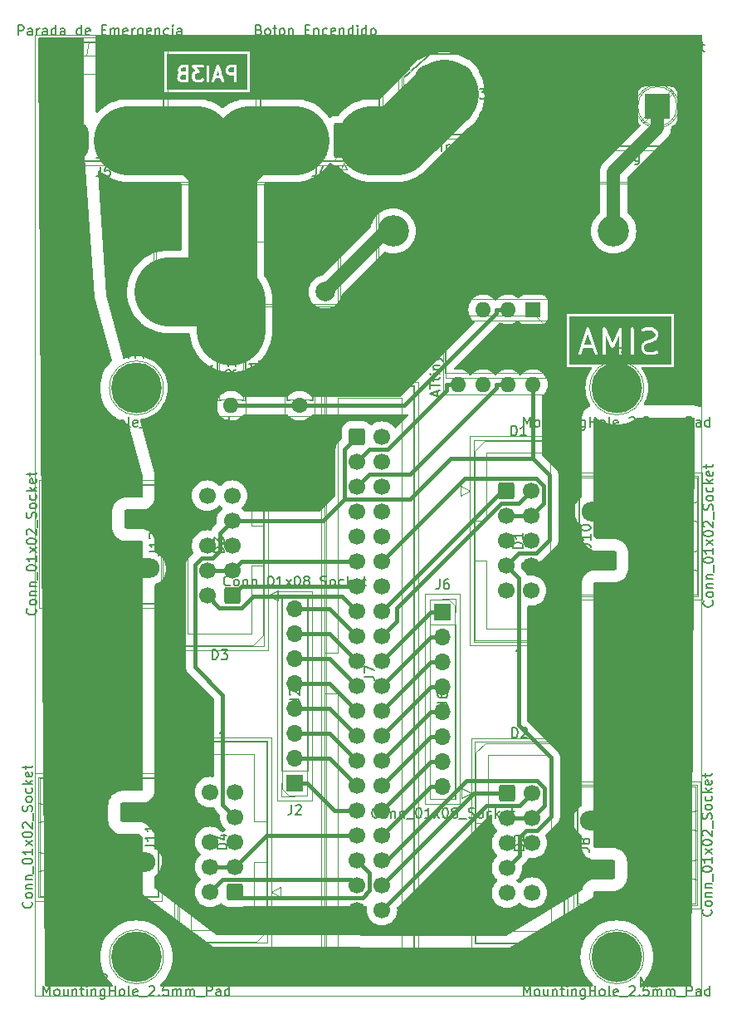
<source format=gbr>
%TF.GenerationSoftware,KiCad,Pcbnew,7.0.5*%
%TF.CreationDate,2023-06-21T07:21:54-05:00*%
%TF.ProjectId,pcbpai,70636270-6169-42e6-9b69-6361645f7063,rev?*%
%TF.SameCoordinates,Original*%
%TF.FileFunction,Legend,Top*%
%TF.FilePolarity,Positive*%
%FSLAX46Y46*%
G04 Gerber Fmt 4.6, Leading zero omitted, Abs format (unit mm)*
G04 Created by KiCad (PCBNEW 7.0.5) date 2023-06-21 07:21:54*
%MOMM*%
%LPD*%
G01*
G04 APERTURE LIST*
G04 Aperture macros list*
%AMRoundRect*
0 Rectangle with rounded corners*
0 $1 Rounding radius*
0 $2 $3 $4 $5 $6 $7 $8 $9 X,Y pos of 4 corners*
0 Add a 4 corners polygon primitive as box body*
4,1,4,$2,$3,$4,$5,$6,$7,$8,$9,$2,$3,0*
0 Add four circle primitives for the rounded corners*
1,1,$1+$1,$2,$3*
1,1,$1+$1,$4,$5*
1,1,$1+$1,$6,$7*
1,1,$1+$1,$8,$9*
0 Add four rect primitives between the rounded corners*
20,1,$1+$1,$2,$3,$4,$5,0*
20,1,$1+$1,$4,$5,$6,$7,0*
20,1,$1+$1,$6,$7,$8,$9,0*
20,1,$1+$1,$8,$9,$2,$3,0*%
G04 Aperture macros list end*
%ADD10C,0.100000*%
%ADD11C,0.150000*%
%ADD12C,0.120000*%
%TA.AperFunction,ComponentPad*%
%ADD13R,2.000000X2.000000*%
%TD*%
%TA.AperFunction,ComponentPad*%
%ADD14C,2.000000*%
%TD*%
%TA.AperFunction,ComponentPad*%
%ADD15C,3.200000*%
%TD*%
%TA.AperFunction,ComponentPad*%
%ADD16C,5.000000*%
%TD*%
%TA.AperFunction,ComponentPad*%
%ADD17RoundRect,1.500000X-1.500000X-1.500000X1.500000X-1.500000X1.500000X1.500000X-1.500000X1.500000X0*%
%TD*%
%TA.AperFunction,ComponentPad*%
%ADD18C,6.000000*%
%TD*%
%TA.AperFunction,ComponentPad*%
%ADD19RoundRect,0.250000X0.750000X1.550000X-0.750000X1.550000X-0.750000X-1.550000X0.750000X-1.550000X0*%
%TD*%
%TA.AperFunction,ComponentPad*%
%ADD20O,2.000000X3.600000*%
%TD*%
%TA.AperFunction,ComponentPad*%
%ADD21RoundRect,0.250000X-0.600000X-0.600000X0.600000X-0.600000X0.600000X0.600000X-0.600000X0.600000X0*%
%TD*%
%TA.AperFunction,ComponentPad*%
%ADD22C,1.700000*%
%TD*%
%TA.AperFunction,ComponentPad*%
%ADD23RoundRect,0.250000X0.600000X0.600000X-0.600000X0.600000X-0.600000X-0.600000X0.600000X-0.600000X0*%
%TD*%
%TA.AperFunction,ComponentPad*%
%ADD24RoundRect,0.250000X1.550000X-0.750000X1.550000X0.750000X-1.550000X0.750000X-1.550000X-0.750000X0*%
%TD*%
%TA.AperFunction,ComponentPad*%
%ADD25O,3.600000X2.000000*%
%TD*%
%TA.AperFunction,ComponentPad*%
%ADD26C,1.600000*%
%TD*%
%TA.AperFunction,ComponentPad*%
%ADD27O,1.600000X1.600000*%
%TD*%
%TA.AperFunction,ComponentPad*%
%ADD28RoundRect,0.250000X-1.550000X0.750000X-1.550000X-0.750000X1.550000X-0.750000X1.550000X0.750000X0*%
%TD*%
%TA.AperFunction,ComponentPad*%
%ADD29R,1.600000X1.600000*%
%TD*%
%TA.AperFunction,ComponentPad*%
%ADD30R,1.700000X1.700000*%
%TD*%
%TA.AperFunction,ComponentPad*%
%ADD31O,1.700000X1.700000*%
%TD*%
%TA.AperFunction,ComponentPad*%
%ADD32R,2.600000X2.600000*%
%TD*%
%TA.AperFunction,ComponentPad*%
%ADD33C,2.600000*%
%TD*%
%ADD34C,0.300000*%
%TA.AperFunction,Conductor*%
%ADD35C,0.400000*%
%TD*%
%TA.AperFunction,Conductor*%
%ADD36C,2.001600*%
%TD*%
%TA.AperFunction,Conductor*%
%ADD37C,7.000000*%
%TD*%
%TA.AperFunction,Conductor*%
%ADD38C,1.370000*%
%TD*%
%ADD39R,2.000000X2.000000*%
%ADD40C,2.000000*%
%ADD41C,3.200000*%
%ADD42C,5.000000*%
%ADD43RoundRect,1.500000X-1.500000X-1.500000X1.500000X-1.500000X1.500000X1.500000X-1.500000X1.500000X0*%
%ADD44C,6.000000*%
%ADD45RoundRect,0.250000X0.750000X1.550000X-0.750000X1.550000X-0.750000X-1.550000X0.750000X-1.550000X0*%
%ADD46O,2.000000X3.600000*%
%ADD47RoundRect,0.250000X-0.600000X-0.600000X0.600000X-0.600000X0.600000X0.600000X-0.600000X0.600000X0*%
%ADD48C,1.700000*%
%ADD49RoundRect,0.250000X0.600000X0.600000X-0.600000X0.600000X-0.600000X-0.600000X0.600000X-0.600000X0*%
%ADD50RoundRect,0.250000X1.550000X-0.750000X1.550000X0.750000X-1.550000X0.750000X-1.550000X-0.750000X0*%
%ADD51O,3.600000X2.000000*%
%ADD52C,1.600000*%
%ADD53O,1.600000X1.600000*%
%ADD54RoundRect,0.250000X-1.550000X0.750000X-1.550000X-0.750000X1.550000X-0.750000X1.550000X0.750000X0*%
%ADD55R,1.600000X1.600000*%
%ADD56R,1.700000X1.700000*%
%ADD57O,1.700000X1.700000*%
%ADD58R,2.600000X2.600000*%
%ADD59C,2.600000*%
%TA.AperFunction,Profile*%
%ADD60C,0.100000*%
%TD*%
%ADD61C,0.050000*%
G04 APERTURE END LIST*
D10*
%TO.C,U4*%
X131220095Y-57719419D02*
X131220095Y-58528942D01*
X131220095Y-58528942D02*
X131267714Y-58624180D01*
X131267714Y-58624180D02*
X131315333Y-58671800D01*
X131315333Y-58671800D02*
X131410571Y-58719419D01*
X131410571Y-58719419D02*
X131601047Y-58719419D01*
X131601047Y-58719419D02*
X131696285Y-58671800D01*
X131696285Y-58671800D02*
X131743904Y-58624180D01*
X131743904Y-58624180D02*
X131791523Y-58528942D01*
X131791523Y-58528942D02*
X131791523Y-57719419D01*
X132696285Y-58052752D02*
X132696285Y-58719419D01*
X132458190Y-57671800D02*
X132220095Y-58386085D01*
X132220095Y-58386085D02*
X132839142Y-58386085D01*
%TO.C,J1*%
X157888166Y-57615419D02*
X157888166Y-58329704D01*
X157888166Y-58329704D02*
X157840547Y-58472561D01*
X157840547Y-58472561D02*
X157745309Y-58567800D01*
X157745309Y-58567800D02*
X157602452Y-58615419D01*
X157602452Y-58615419D02*
X157507214Y-58615419D01*
X158888166Y-58615419D02*
X158316738Y-58615419D01*
X158602452Y-58615419D02*
X158602452Y-57615419D01*
X158602452Y-57615419D02*
X158507214Y-57758276D01*
X158507214Y-57758276D02*
X158411976Y-57853514D01*
X158411976Y-57853514D02*
X158316738Y-57901133D01*
D11*
%TO.C,M3*%
X168540476Y-76954819D02*
X168540476Y-75954819D01*
X168540476Y-75954819D02*
X168873809Y-76669104D01*
X168873809Y-76669104D02*
X169207142Y-75954819D01*
X169207142Y-75954819D02*
X169207142Y-76954819D01*
X169588095Y-75954819D02*
X170207142Y-75954819D01*
X170207142Y-75954819D02*
X169873809Y-76335771D01*
X169873809Y-76335771D02*
X170016666Y-76335771D01*
X170016666Y-76335771D02*
X170111904Y-76383390D01*
X170111904Y-76383390D02*
X170159523Y-76431009D01*
X170159523Y-76431009D02*
X170207142Y-76526247D01*
X170207142Y-76526247D02*
X170207142Y-76764342D01*
X170207142Y-76764342D02*
X170159523Y-76859580D01*
X170159523Y-76859580D02*
X170111904Y-76907200D01*
X170111904Y-76907200D02*
X170016666Y-76954819D01*
X170016666Y-76954819D02*
X169730952Y-76954819D01*
X169730952Y-76954819D02*
X169635714Y-76907200D01*
X169635714Y-76907200D02*
X169588095Y-76859580D01*
%TO.C,J3*%
X154966666Y-44154819D02*
X154966666Y-44869104D01*
X154966666Y-44869104D02*
X154919047Y-45011961D01*
X154919047Y-45011961D02*
X154823809Y-45107200D01*
X154823809Y-45107200D02*
X154680952Y-45154819D01*
X154680952Y-45154819D02*
X154585714Y-45154819D01*
X155347619Y-44154819D02*
X155966666Y-44154819D01*
X155966666Y-44154819D02*
X155633333Y-44535771D01*
X155633333Y-44535771D02*
X155776190Y-44535771D01*
X155776190Y-44535771D02*
X155871428Y-44583390D01*
X155871428Y-44583390D02*
X155919047Y-44631009D01*
X155919047Y-44631009D02*
X155966666Y-44726247D01*
X155966666Y-44726247D02*
X155966666Y-44964342D01*
X155966666Y-44964342D02*
X155919047Y-45059580D01*
X155919047Y-45059580D02*
X155871428Y-45107200D01*
X155871428Y-45107200D02*
X155776190Y-45154819D01*
X155776190Y-45154819D02*
X155490476Y-45154819D01*
X155490476Y-45154819D02*
X155395238Y-45107200D01*
X155395238Y-45107200D02*
X155347619Y-45059580D01*
%TO.C,J5*%
X116666666Y-57432319D02*
X116666666Y-58146604D01*
X116666666Y-58146604D02*
X116619047Y-58289461D01*
X116619047Y-58289461D02*
X116523809Y-58384700D01*
X116523809Y-58384700D02*
X116380952Y-58432319D01*
X116380952Y-58432319D02*
X116285714Y-58432319D01*
X117619047Y-57432319D02*
X117142857Y-57432319D01*
X117142857Y-57432319D02*
X117095238Y-57908509D01*
X117095238Y-57908509D02*
X117142857Y-57860890D01*
X117142857Y-57860890D02*
X117238095Y-57813271D01*
X117238095Y-57813271D02*
X117476190Y-57813271D01*
X117476190Y-57813271D02*
X117571428Y-57860890D01*
X117571428Y-57860890D02*
X117619047Y-57908509D01*
X117619047Y-57908509D02*
X117666666Y-58003747D01*
X117666666Y-58003747D02*
X117666666Y-58241842D01*
X117666666Y-58241842D02*
X117619047Y-58337080D01*
X117619047Y-58337080D02*
X117571428Y-58384700D01*
X117571428Y-58384700D02*
X117476190Y-58432319D01*
X117476190Y-58432319D02*
X117238095Y-58432319D01*
X117238095Y-58432319D02*
X117142857Y-58384700D01*
X117142857Y-58384700D02*
X117095238Y-58337080D01*
%TO.C,D1*%
X158591905Y-84854819D02*
X158591905Y-83854819D01*
X158591905Y-83854819D02*
X158830000Y-83854819D01*
X158830000Y-83854819D02*
X158972857Y-83902438D01*
X158972857Y-83902438D02*
X159068095Y-83997676D01*
X159068095Y-83997676D02*
X159115714Y-84092914D01*
X159115714Y-84092914D02*
X159163333Y-84283390D01*
X159163333Y-84283390D02*
X159163333Y-84426247D01*
X159163333Y-84426247D02*
X159115714Y-84616723D01*
X159115714Y-84616723D02*
X159068095Y-84711961D01*
X159068095Y-84711961D02*
X158972857Y-84807200D01*
X158972857Y-84807200D02*
X158830000Y-84854819D01*
X158830000Y-84854819D02*
X158591905Y-84854819D01*
X160115714Y-84854819D02*
X159544286Y-84854819D01*
X159830000Y-84854819D02*
X159830000Y-83854819D01*
X159830000Y-83854819D02*
X159734762Y-83997676D01*
X159734762Y-83997676D02*
X159639524Y-84092914D01*
X159639524Y-84092914D02*
X159544286Y-84140533D01*
%TO.C,D3*%
X128091905Y-107694819D02*
X128091905Y-106694819D01*
X128091905Y-106694819D02*
X128330000Y-106694819D01*
X128330000Y-106694819D02*
X128472857Y-106742438D01*
X128472857Y-106742438D02*
X128568095Y-106837676D01*
X128568095Y-106837676D02*
X128615714Y-106932914D01*
X128615714Y-106932914D02*
X128663333Y-107123390D01*
X128663333Y-107123390D02*
X128663333Y-107266247D01*
X128663333Y-107266247D02*
X128615714Y-107456723D01*
X128615714Y-107456723D02*
X128568095Y-107551961D01*
X128568095Y-107551961D02*
X128472857Y-107647200D01*
X128472857Y-107647200D02*
X128330000Y-107694819D01*
X128330000Y-107694819D02*
X128091905Y-107694819D01*
X128996667Y-106694819D02*
X129615714Y-106694819D01*
X129615714Y-106694819D02*
X129282381Y-107075771D01*
X129282381Y-107075771D02*
X129425238Y-107075771D01*
X129425238Y-107075771D02*
X129520476Y-107123390D01*
X129520476Y-107123390D02*
X129568095Y-107171009D01*
X129568095Y-107171009D02*
X129615714Y-107266247D01*
X129615714Y-107266247D02*
X129615714Y-107504342D01*
X129615714Y-107504342D02*
X129568095Y-107599580D01*
X129568095Y-107599580D02*
X129520476Y-107647200D01*
X129520476Y-107647200D02*
X129425238Y-107694819D01*
X129425238Y-107694819D02*
X129139524Y-107694819D01*
X129139524Y-107694819D02*
X129044286Y-107647200D01*
X129044286Y-107647200D02*
X128996667Y-107599580D01*
%TO.C,D4*%
X128391905Y-134454819D02*
X128391905Y-133454819D01*
X128391905Y-133454819D02*
X128630000Y-133454819D01*
X128630000Y-133454819D02*
X128772857Y-133502438D01*
X128772857Y-133502438D02*
X128868095Y-133597676D01*
X128868095Y-133597676D02*
X128915714Y-133692914D01*
X128915714Y-133692914D02*
X128963333Y-133883390D01*
X128963333Y-133883390D02*
X128963333Y-134026247D01*
X128963333Y-134026247D02*
X128915714Y-134216723D01*
X128915714Y-134216723D02*
X128868095Y-134311961D01*
X128868095Y-134311961D02*
X128772857Y-134407200D01*
X128772857Y-134407200D02*
X128630000Y-134454819D01*
X128630000Y-134454819D02*
X128391905Y-134454819D01*
X129820476Y-133788152D02*
X129820476Y-134454819D01*
X129582381Y-133407200D02*
X129344286Y-134121485D01*
X129344286Y-134121485D02*
X129963333Y-134121485D01*
%TO.C,J10*%
X170412976Y-86954819D02*
X170412976Y-87669104D01*
X170412976Y-87669104D02*
X170365357Y-87811961D01*
X170365357Y-87811961D02*
X170270119Y-87907200D01*
X170270119Y-87907200D02*
X170127262Y-87954819D01*
X170127262Y-87954819D02*
X170032024Y-87954819D01*
X171412976Y-87954819D02*
X170841548Y-87954819D01*
X171127262Y-87954819D02*
X171127262Y-86954819D01*
X171127262Y-86954819D02*
X171032024Y-87097676D01*
X171032024Y-87097676D02*
X170936786Y-87192914D01*
X170936786Y-87192914D02*
X170841548Y-87240533D01*
X172032024Y-86954819D02*
X172127262Y-86954819D01*
X172127262Y-86954819D02*
X172222500Y-87002438D01*
X172222500Y-87002438D02*
X172270119Y-87050057D01*
X172270119Y-87050057D02*
X172317738Y-87145295D01*
X172317738Y-87145295D02*
X172365357Y-87335771D01*
X172365357Y-87335771D02*
X172365357Y-87573866D01*
X172365357Y-87573866D02*
X172317738Y-87764342D01*
X172317738Y-87764342D02*
X172270119Y-87859580D01*
X172270119Y-87859580D02*
X172222500Y-87907200D01*
X172222500Y-87907200D02*
X172127262Y-87954819D01*
X172127262Y-87954819D02*
X172032024Y-87954819D01*
X172032024Y-87954819D02*
X171936786Y-87907200D01*
X171936786Y-87907200D02*
X171889167Y-87859580D01*
X171889167Y-87859580D02*
X171841548Y-87764342D01*
X171841548Y-87764342D02*
X171793929Y-87573866D01*
X171793929Y-87573866D02*
X171793929Y-87335771D01*
X171793929Y-87335771D02*
X171841548Y-87145295D01*
X171841548Y-87145295D02*
X171889167Y-87050057D01*
X171889167Y-87050057D02*
X171936786Y-87002438D01*
X171936786Y-87002438D02*
X172032024Y-86954819D01*
%TO.C,D2*%
X158691905Y-115654819D02*
X158691905Y-114654819D01*
X158691905Y-114654819D02*
X158930000Y-114654819D01*
X158930000Y-114654819D02*
X159072857Y-114702438D01*
X159072857Y-114702438D02*
X159168095Y-114797676D01*
X159168095Y-114797676D02*
X159215714Y-114892914D01*
X159215714Y-114892914D02*
X159263333Y-115083390D01*
X159263333Y-115083390D02*
X159263333Y-115226247D01*
X159263333Y-115226247D02*
X159215714Y-115416723D01*
X159215714Y-115416723D02*
X159168095Y-115511961D01*
X159168095Y-115511961D02*
X159072857Y-115607200D01*
X159072857Y-115607200D02*
X158930000Y-115654819D01*
X158930000Y-115654819D02*
X158691905Y-115654819D01*
X159644286Y-114750057D02*
X159691905Y-114702438D01*
X159691905Y-114702438D02*
X159787143Y-114654819D01*
X159787143Y-114654819D02*
X160025238Y-114654819D01*
X160025238Y-114654819D02*
X160120476Y-114702438D01*
X160120476Y-114702438D02*
X160168095Y-114750057D01*
X160168095Y-114750057D02*
X160215714Y-114845295D01*
X160215714Y-114845295D02*
X160215714Y-114940533D01*
X160215714Y-114940533D02*
X160168095Y-115083390D01*
X160168095Y-115083390D02*
X159596667Y-115654819D01*
X159596667Y-115654819D02*
X160215714Y-115654819D01*
%TO.C,R2*%
X135084819Y-78166666D02*
X134608628Y-78499999D01*
X135084819Y-78738094D02*
X134084819Y-78738094D01*
X134084819Y-78738094D02*
X134084819Y-78357142D01*
X134084819Y-78357142D02*
X134132438Y-78261904D01*
X134132438Y-78261904D02*
X134180057Y-78214285D01*
X134180057Y-78214285D02*
X134275295Y-78166666D01*
X134275295Y-78166666D02*
X134418152Y-78166666D01*
X134418152Y-78166666D02*
X134513390Y-78214285D01*
X134513390Y-78214285D02*
X134561009Y-78261904D01*
X134561009Y-78261904D02*
X134608628Y-78357142D01*
X134608628Y-78357142D02*
X134608628Y-78738094D01*
X134180057Y-77785713D02*
X134132438Y-77738094D01*
X134132438Y-77738094D02*
X134084819Y-77642856D01*
X134084819Y-77642856D02*
X134084819Y-77404761D01*
X134084819Y-77404761D02*
X134132438Y-77309523D01*
X134132438Y-77309523D02*
X134180057Y-77261904D01*
X134180057Y-77261904D02*
X134275295Y-77214285D01*
X134275295Y-77214285D02*
X134370533Y-77214285D01*
X134370533Y-77214285D02*
X134513390Y-77261904D01*
X134513390Y-77261904D02*
X135084819Y-77833332D01*
X135084819Y-77833332D02*
X135084819Y-77214285D01*
%TO.C,M1*%
X171790476Y-141054819D02*
X171790476Y-140054819D01*
X171790476Y-140054819D02*
X172123809Y-140769104D01*
X172123809Y-140769104D02*
X172457142Y-140054819D01*
X172457142Y-140054819D02*
X172457142Y-141054819D01*
X173457142Y-141054819D02*
X172885714Y-141054819D01*
X173171428Y-141054819D02*
X173171428Y-140054819D01*
X173171428Y-140054819D02*
X173076190Y-140197676D01*
X173076190Y-140197676D02*
X172980952Y-140292914D01*
X172980952Y-140292914D02*
X172885714Y-140340533D01*
%TO.C,J11*%
X116390476Y-117754819D02*
X116390476Y-118469104D01*
X116390476Y-118469104D02*
X116342857Y-118611961D01*
X116342857Y-118611961D02*
X116247619Y-118707200D01*
X116247619Y-118707200D02*
X116104762Y-118754819D01*
X116104762Y-118754819D02*
X116009524Y-118754819D01*
X117390476Y-118754819D02*
X116819048Y-118754819D01*
X117104762Y-118754819D02*
X117104762Y-117754819D01*
X117104762Y-117754819D02*
X117009524Y-117897676D01*
X117009524Y-117897676D02*
X116914286Y-117992914D01*
X116914286Y-117992914D02*
X116819048Y-118040533D01*
X118342857Y-118754819D02*
X117771429Y-118754819D01*
X118057143Y-118754819D02*
X118057143Y-117754819D01*
X118057143Y-117754819D02*
X117961905Y-117897676D01*
X117961905Y-117897676D02*
X117866667Y-117992914D01*
X117866667Y-117992914D02*
X117771429Y-118040533D01*
%TO.C,U6*%
X162584819Y-76571904D02*
X163394342Y-76571904D01*
X163394342Y-76571904D02*
X163489580Y-76524285D01*
X163489580Y-76524285D02*
X163537200Y-76476666D01*
X163537200Y-76476666D02*
X163584819Y-76381428D01*
X163584819Y-76381428D02*
X163584819Y-76190952D01*
X163584819Y-76190952D02*
X163537200Y-76095714D01*
X163537200Y-76095714D02*
X163489580Y-76048095D01*
X163489580Y-76048095D02*
X163394342Y-76000476D01*
X163394342Y-76000476D02*
X162584819Y-76000476D01*
X162584819Y-75095714D02*
X162584819Y-75286190D01*
X162584819Y-75286190D02*
X162632438Y-75381428D01*
X162632438Y-75381428D02*
X162680057Y-75429047D01*
X162680057Y-75429047D02*
X162822914Y-75524285D01*
X162822914Y-75524285D02*
X163013390Y-75571904D01*
X163013390Y-75571904D02*
X163394342Y-75571904D01*
X163394342Y-75571904D02*
X163489580Y-75524285D01*
X163489580Y-75524285D02*
X163537200Y-75476666D01*
X163537200Y-75476666D02*
X163584819Y-75381428D01*
X163584819Y-75381428D02*
X163584819Y-75190952D01*
X163584819Y-75190952D02*
X163537200Y-75095714D01*
X163537200Y-75095714D02*
X163489580Y-75048095D01*
X163489580Y-75048095D02*
X163394342Y-75000476D01*
X163394342Y-75000476D02*
X163156247Y-75000476D01*
X163156247Y-75000476D02*
X163061009Y-75048095D01*
X163061009Y-75048095D02*
X163013390Y-75095714D01*
X163013390Y-75095714D02*
X162965771Y-75190952D01*
X162965771Y-75190952D02*
X162965771Y-75381428D01*
X162965771Y-75381428D02*
X163013390Y-75476666D01*
X163013390Y-75476666D02*
X163061009Y-75524285D01*
X163061009Y-75524285D02*
X163156247Y-75571904D01*
%TO.C,J12*%
X115890476Y-88054819D02*
X115890476Y-88769104D01*
X115890476Y-88769104D02*
X115842857Y-88911961D01*
X115842857Y-88911961D02*
X115747619Y-89007200D01*
X115747619Y-89007200D02*
X115604762Y-89054819D01*
X115604762Y-89054819D02*
X115509524Y-89054819D01*
X116890476Y-89054819D02*
X116319048Y-89054819D01*
X116604762Y-89054819D02*
X116604762Y-88054819D01*
X116604762Y-88054819D02*
X116509524Y-88197676D01*
X116509524Y-88197676D02*
X116414286Y-88292914D01*
X116414286Y-88292914D02*
X116319048Y-88340533D01*
X117271429Y-88150057D02*
X117319048Y-88102438D01*
X117319048Y-88102438D02*
X117414286Y-88054819D01*
X117414286Y-88054819D02*
X117652381Y-88054819D01*
X117652381Y-88054819D02*
X117747619Y-88102438D01*
X117747619Y-88102438D02*
X117795238Y-88150057D01*
X117795238Y-88150057D02*
X117842857Y-88245295D01*
X117842857Y-88245295D02*
X117842857Y-88340533D01*
X117842857Y-88340533D02*
X117795238Y-88483390D01*
X117795238Y-88483390D02*
X117223810Y-89054819D01*
X117223810Y-89054819D02*
X117842857Y-89054819D01*
%TO.C,M2*%
X115690476Y-140754819D02*
X115690476Y-139754819D01*
X115690476Y-139754819D02*
X116023809Y-140469104D01*
X116023809Y-140469104D02*
X116357142Y-139754819D01*
X116357142Y-139754819D02*
X116357142Y-140754819D01*
X116785714Y-139850057D02*
X116833333Y-139802438D01*
X116833333Y-139802438D02*
X116928571Y-139754819D01*
X116928571Y-139754819D02*
X117166666Y-139754819D01*
X117166666Y-139754819D02*
X117261904Y-139802438D01*
X117261904Y-139802438D02*
X117309523Y-139850057D01*
X117309523Y-139850057D02*
X117357142Y-139945295D01*
X117357142Y-139945295D02*
X117357142Y-140040533D01*
X117357142Y-140040533D02*
X117309523Y-140183390D01*
X117309523Y-140183390D02*
X116738095Y-140754819D01*
X116738095Y-140754819D02*
X117357142Y-140754819D01*
%TO.C,J6*%
X151266666Y-99504819D02*
X151266666Y-100219104D01*
X151266666Y-100219104D02*
X151219047Y-100361961D01*
X151219047Y-100361961D02*
X151123809Y-100457200D01*
X151123809Y-100457200D02*
X150980952Y-100504819D01*
X150980952Y-100504819D02*
X150885714Y-100504819D01*
X152171428Y-99504819D02*
X151980952Y-99504819D01*
X151980952Y-99504819D02*
X151885714Y-99552438D01*
X151885714Y-99552438D02*
X151838095Y-99600057D01*
X151838095Y-99600057D02*
X151742857Y-99742914D01*
X151742857Y-99742914D02*
X151695238Y-99933390D01*
X151695238Y-99933390D02*
X151695238Y-100314342D01*
X151695238Y-100314342D02*
X151742857Y-100409580D01*
X151742857Y-100409580D02*
X151790476Y-100457200D01*
X151790476Y-100457200D02*
X151885714Y-100504819D01*
X151885714Y-100504819D02*
X152076190Y-100504819D01*
X152076190Y-100504819D02*
X152171428Y-100457200D01*
X152171428Y-100457200D02*
X152219047Y-100409580D01*
X152219047Y-100409580D02*
X152266666Y-100314342D01*
X152266666Y-100314342D02*
X152266666Y-100076247D01*
X152266666Y-100076247D02*
X152219047Y-99981009D01*
X152219047Y-99981009D02*
X152171428Y-99933390D01*
X152171428Y-99933390D02*
X152076190Y-99885771D01*
X152076190Y-99885771D02*
X151885714Y-99885771D01*
X151885714Y-99885771D02*
X151790476Y-99933390D01*
X151790476Y-99933390D02*
X151742857Y-99981009D01*
X151742857Y-99981009D02*
X151695238Y-100076247D01*
%TO.C,R1*%
X132824819Y-78166666D02*
X132348628Y-78499999D01*
X132824819Y-78738094D02*
X131824819Y-78738094D01*
X131824819Y-78738094D02*
X131824819Y-78357142D01*
X131824819Y-78357142D02*
X131872438Y-78261904D01*
X131872438Y-78261904D02*
X131920057Y-78214285D01*
X131920057Y-78214285D02*
X132015295Y-78166666D01*
X132015295Y-78166666D02*
X132158152Y-78166666D01*
X132158152Y-78166666D02*
X132253390Y-78214285D01*
X132253390Y-78214285D02*
X132301009Y-78261904D01*
X132301009Y-78261904D02*
X132348628Y-78357142D01*
X132348628Y-78357142D02*
X132348628Y-78738094D01*
X132824819Y-77214285D02*
X132824819Y-77785713D01*
X132824819Y-77499999D02*
X131824819Y-77499999D01*
X131824819Y-77499999D02*
X131967676Y-77595237D01*
X131967676Y-77595237D02*
X132062914Y-77690475D01*
X132062914Y-77690475D02*
X132110533Y-77785713D01*
%TO.C,M4*%
X119540476Y-76954819D02*
X119540476Y-75954819D01*
X119540476Y-75954819D02*
X119873809Y-76669104D01*
X119873809Y-76669104D02*
X120207142Y-75954819D01*
X120207142Y-75954819D02*
X120207142Y-76954819D01*
X121111904Y-76288152D02*
X121111904Y-76954819D01*
X120873809Y-75907200D02*
X120635714Y-76621485D01*
X120635714Y-76621485D02*
X121254761Y-76621485D01*
%TO.C,J7*%
X143786666Y-78314819D02*
X143786666Y-79029104D01*
X143786666Y-79029104D02*
X143739047Y-79171961D01*
X143739047Y-79171961D02*
X143643809Y-79267200D01*
X143643809Y-79267200D02*
X143500952Y-79314819D01*
X143500952Y-79314819D02*
X143405714Y-79314819D01*
X144167619Y-78314819D02*
X144834285Y-78314819D01*
X144834285Y-78314819D02*
X144405714Y-79314819D01*
%TO.C,J2*%
X136166666Y-122504819D02*
X136166666Y-123219104D01*
X136166666Y-123219104D02*
X136119047Y-123361961D01*
X136119047Y-123361961D02*
X136023809Y-123457200D01*
X136023809Y-123457200D02*
X135880952Y-123504819D01*
X135880952Y-123504819D02*
X135785714Y-123504819D01*
X136595238Y-122600057D02*
X136642857Y-122552438D01*
X136642857Y-122552438D02*
X136738095Y-122504819D01*
X136738095Y-122504819D02*
X136976190Y-122504819D01*
X136976190Y-122504819D02*
X137071428Y-122552438D01*
X137071428Y-122552438D02*
X137119047Y-122600057D01*
X137119047Y-122600057D02*
X137166666Y-122695295D01*
X137166666Y-122695295D02*
X137166666Y-122790533D01*
X137166666Y-122790533D02*
X137119047Y-122933390D01*
X137119047Y-122933390D02*
X136547619Y-123504819D01*
X136547619Y-123504819D02*
X137166666Y-123504819D01*
%TO.C,J9*%
X170666666Y-56254819D02*
X170666666Y-56969104D01*
X170666666Y-56969104D02*
X170619047Y-57111961D01*
X170619047Y-57111961D02*
X170523809Y-57207200D01*
X170523809Y-57207200D02*
X170380952Y-57254819D01*
X170380952Y-57254819D02*
X170285714Y-57254819D01*
X171190476Y-57254819D02*
X171380952Y-57254819D01*
X171380952Y-57254819D02*
X171476190Y-57207200D01*
X171476190Y-57207200D02*
X171523809Y-57159580D01*
X171523809Y-57159580D02*
X171619047Y-57016723D01*
X171619047Y-57016723D02*
X171666666Y-56826247D01*
X171666666Y-56826247D02*
X171666666Y-56445295D01*
X171666666Y-56445295D02*
X171619047Y-56350057D01*
X171619047Y-56350057D02*
X171571428Y-56302438D01*
X171571428Y-56302438D02*
X171476190Y-56254819D01*
X171476190Y-56254819D02*
X171285714Y-56254819D01*
X171285714Y-56254819D02*
X171190476Y-56302438D01*
X171190476Y-56302438D02*
X171142857Y-56350057D01*
X171142857Y-56350057D02*
X171095238Y-56445295D01*
X171095238Y-56445295D02*
X171095238Y-56683390D01*
X171095238Y-56683390D02*
X171142857Y-56778628D01*
X171142857Y-56778628D02*
X171190476Y-56826247D01*
X171190476Y-56826247D02*
X171285714Y-56873866D01*
X171285714Y-56873866D02*
X171476190Y-56873866D01*
X171476190Y-56873866D02*
X171571428Y-56826247D01*
X171571428Y-56826247D02*
X171619047Y-56778628D01*
X171619047Y-56778628D02*
X171666666Y-56683390D01*
%TO.C,J4*%
X138666666Y-57432319D02*
X138666666Y-58146604D01*
X138666666Y-58146604D02*
X138619047Y-58289461D01*
X138619047Y-58289461D02*
X138523809Y-58384700D01*
X138523809Y-58384700D02*
X138380952Y-58432319D01*
X138380952Y-58432319D02*
X138285714Y-58432319D01*
X139571428Y-57765652D02*
X139571428Y-58432319D01*
X139333333Y-57384700D02*
X139095238Y-58098985D01*
X139095238Y-58098985D02*
X139714285Y-58098985D01*
%TO.C,J8*%
X171144166Y-118854819D02*
X171144166Y-119569104D01*
X171144166Y-119569104D02*
X171096547Y-119711961D01*
X171096547Y-119711961D02*
X171001309Y-119807200D01*
X171001309Y-119807200D02*
X170858452Y-119854819D01*
X170858452Y-119854819D02*
X170763214Y-119854819D01*
X171763214Y-119283390D02*
X171667976Y-119235771D01*
X171667976Y-119235771D02*
X171620357Y-119188152D01*
X171620357Y-119188152D02*
X171572738Y-119092914D01*
X171572738Y-119092914D02*
X171572738Y-119045295D01*
X171572738Y-119045295D02*
X171620357Y-118950057D01*
X171620357Y-118950057D02*
X171667976Y-118902438D01*
X171667976Y-118902438D02*
X171763214Y-118854819D01*
X171763214Y-118854819D02*
X171953690Y-118854819D01*
X171953690Y-118854819D02*
X172048928Y-118902438D01*
X172048928Y-118902438D02*
X172096547Y-118950057D01*
X172096547Y-118950057D02*
X172144166Y-119045295D01*
X172144166Y-119045295D02*
X172144166Y-119092914D01*
X172144166Y-119092914D02*
X172096547Y-119188152D01*
X172096547Y-119188152D02*
X172048928Y-119235771D01*
X172048928Y-119235771D02*
X171953690Y-119283390D01*
X171953690Y-119283390D02*
X171763214Y-119283390D01*
X171763214Y-119283390D02*
X171667976Y-119331009D01*
X171667976Y-119331009D02*
X171620357Y-119378628D01*
X171620357Y-119378628D02*
X171572738Y-119473866D01*
X171572738Y-119473866D02*
X171572738Y-119664342D01*
X171572738Y-119664342D02*
X171620357Y-119759580D01*
X171620357Y-119759580D02*
X171667976Y-119807200D01*
X171667976Y-119807200D02*
X171763214Y-119854819D01*
X171763214Y-119854819D02*
X171953690Y-119854819D01*
X171953690Y-119854819D02*
X172048928Y-119807200D01*
X172048928Y-119807200D02*
X172096547Y-119759580D01*
X172096547Y-119759580D02*
X172144166Y-119664342D01*
X172144166Y-119664342D02*
X172144166Y-119473866D01*
X172144166Y-119473866D02*
X172096547Y-119378628D01*
X172096547Y-119378628D02*
X172048928Y-119331009D01*
X172048928Y-119331009D02*
X171953690Y-119283390D01*
D10*
%TO.C,U4*%
X127791000Y-65120000D02*
X134903000Y-65120000D01*
X134903000Y-65120000D02*
X133633000Y-64358000D01*
X134903000Y-65120000D02*
X133633000Y-65882000D01*
X122330000Y-59278000D02*
X140872000Y-59278000D01*
X140872000Y-59278000D02*
X140872000Y-71470000D01*
X140872000Y-71470000D02*
X122330000Y-71470000D01*
X122330000Y-71470000D02*
X122330000Y-59278000D01*
%TO.C,J1*%
X144759500Y-59174000D02*
X171683500Y-59174000D01*
X171683500Y-59174000D02*
X171683500Y-68826000D01*
X171683500Y-68826000D02*
X144759500Y-68826000D01*
X144759500Y-68826000D02*
X144759500Y-59174000D01*
D12*
%TO.C,J3*%
X147450000Y-48400000D02*
X147450000Y-51550000D01*
X147450000Y-51550000D02*
X150300000Y-54150000D01*
X150300000Y-45850000D02*
X147450000Y-48400000D01*
X150300000Y-54150000D02*
X163150000Y-54150000D01*
X163150000Y-45850000D02*
X150300000Y-45850000D01*
X163150000Y-54150000D02*
X163150000Y-45850000D01*
%TO.C,J5*%
X123110000Y-56887500D02*
X123110000Y-44667500D01*
X123110000Y-47967500D02*
X110890000Y-47967500D01*
X123110000Y-46167500D02*
X123110000Y-47967500D01*
X123110000Y-44667500D02*
X110890000Y-44667500D01*
X120500000Y-44667500D02*
X118500000Y-44667500D01*
X120250000Y-46167500D02*
X120500000Y-44667500D01*
X119800000Y-57687500D02*
X119200000Y-57687500D01*
X119500000Y-57087500D02*
X119800000Y-57687500D01*
X119200000Y-57687500D02*
X119500000Y-57087500D01*
X118750000Y-46167500D02*
X120250000Y-46167500D01*
X118500000Y-44667500D02*
X118750000Y-46167500D01*
X115500000Y-44667500D02*
X113500000Y-44667500D01*
X115250000Y-46167500D02*
X115500000Y-44667500D01*
X113750000Y-46167500D02*
X115250000Y-46167500D01*
X113500000Y-44667500D02*
X113750000Y-46167500D01*
X110890000Y-56887500D02*
X123110000Y-56887500D01*
X110890000Y-47967500D02*
X110890000Y-46167500D01*
X110890000Y-46167500D02*
X123110000Y-46167500D01*
X110890000Y-44667500D02*
X110890000Y-56887500D01*
%TO.C,D1*%
X153380000Y-90000000D02*
X153380000Y-91000000D01*
X153380000Y-91000000D02*
X154380000Y-90500000D01*
X154380000Y-90500000D02*
X153380000Y-90000000D01*
X154770000Y-85290000D02*
X163890000Y-85290000D01*
X154770000Y-93530000D02*
X156080000Y-93530000D01*
X154770000Y-105870000D02*
X154770000Y-85290000D01*
X156080000Y-86590000D02*
X162580000Y-86590000D01*
X156080000Y-93530000D02*
X156080000Y-86590000D01*
X156080000Y-97630000D02*
X154770000Y-97630000D01*
X156080000Y-97630000D02*
X156080000Y-97630000D01*
X156080000Y-104570000D02*
X156080000Y-97630000D01*
X162580000Y-86590000D02*
X162580000Y-104570000D01*
X162580000Y-104570000D02*
X156080000Y-104570000D01*
X163890000Y-85290000D02*
X163890000Y-105870000D01*
X163890000Y-105870000D02*
X154770000Y-105870000D01*
%TO.C,D3*%
X134780000Y-101640000D02*
X134780000Y-100640000D01*
X134780000Y-100640000D02*
X133780000Y-101140000D01*
X133780000Y-101140000D02*
X134780000Y-101640000D01*
X133390000Y-106350000D02*
X124270000Y-106350000D01*
X133390000Y-98110000D02*
X132080000Y-98110000D01*
X133390000Y-85770000D02*
X133390000Y-106350000D01*
X132080000Y-105050000D02*
X125580000Y-105050000D01*
X132080000Y-98110000D02*
X132080000Y-105050000D01*
X132080000Y-94010000D02*
X133390000Y-94010000D01*
X132080000Y-94010000D02*
X132080000Y-94010000D01*
X132080000Y-87070000D02*
X132080000Y-94010000D01*
X125580000Y-105050000D02*
X125580000Y-87070000D01*
X125580000Y-87070000D02*
X132080000Y-87070000D01*
X124270000Y-106350000D02*
X124270000Y-85770000D01*
X124270000Y-85770000D02*
X133390000Y-85770000D01*
%TO.C,D4*%
X135080000Y-131860000D02*
X135080000Y-130860000D01*
X135080000Y-130860000D02*
X134080000Y-131360000D01*
X134080000Y-131360000D02*
X135080000Y-131860000D01*
X133690000Y-136570000D02*
X124570000Y-136570000D01*
X133690000Y-128330000D02*
X132380000Y-128330000D01*
X133690000Y-115990000D02*
X133690000Y-136570000D01*
X132380000Y-135270000D02*
X125880000Y-135270000D01*
X132380000Y-128330000D02*
X132380000Y-135270000D01*
X132380000Y-124230000D02*
X133690000Y-124230000D01*
X132380000Y-124230000D02*
X132380000Y-124230000D01*
X132380000Y-117290000D02*
X132380000Y-124230000D01*
X125880000Y-135270000D02*
X125880000Y-117290000D01*
X125880000Y-117290000D02*
X132380000Y-117290000D01*
X124570000Y-136570000D02*
X124570000Y-115990000D01*
X124570000Y-115990000D02*
X133690000Y-115990000D01*
%TO.C,J10*%
X165412500Y-101210000D02*
X177632500Y-101210000D01*
X174332500Y-101210000D02*
X174332500Y-88990000D01*
X176132500Y-101210000D02*
X174332500Y-101210000D01*
X177632500Y-101210000D02*
X177632500Y-88990000D01*
X177632500Y-98600000D02*
X177632500Y-96600000D01*
X176132500Y-98350000D02*
X177632500Y-98600000D01*
X164612500Y-97900000D02*
X164612500Y-97300000D01*
X165212500Y-97600000D02*
X164612500Y-97900000D01*
X164612500Y-97300000D02*
X165212500Y-97600000D01*
X176132500Y-96850000D02*
X176132500Y-98350000D01*
X177632500Y-96600000D02*
X176132500Y-96850000D01*
X177632500Y-93600000D02*
X177632500Y-91600000D01*
X176132500Y-93350000D02*
X177632500Y-93600000D01*
X176132500Y-91850000D02*
X176132500Y-93350000D01*
X177632500Y-91600000D02*
X176132500Y-91850000D01*
X165412500Y-88990000D02*
X165412500Y-101210000D01*
X174332500Y-88990000D02*
X176132500Y-88990000D01*
X176132500Y-88990000D02*
X176132500Y-101210000D01*
X177632500Y-88990000D02*
X165412500Y-88990000D01*
%TO.C,D2*%
X153480000Y-120800000D02*
X153480000Y-121800000D01*
X153480000Y-121800000D02*
X154480000Y-121300000D01*
X154480000Y-121300000D02*
X153480000Y-120800000D01*
X154870000Y-116090000D02*
X163990000Y-116090000D01*
X154870000Y-124330000D02*
X156180000Y-124330000D01*
X154870000Y-136670000D02*
X154870000Y-116090000D01*
X156180000Y-117390000D02*
X162680000Y-117390000D01*
X156180000Y-124330000D02*
X156180000Y-117390000D01*
X156180000Y-128430000D02*
X154870000Y-128430000D01*
X156180000Y-128430000D02*
X156180000Y-128430000D01*
X156180000Y-135370000D02*
X156180000Y-128430000D01*
X162680000Y-117390000D02*
X162680000Y-135370000D01*
X162680000Y-135370000D02*
X156180000Y-135370000D01*
X163990000Y-116090000D02*
X163990000Y-136670000D01*
X163990000Y-136670000D02*
X154870000Y-136670000D01*
%TO.C,R2*%
X135630000Y-81270000D02*
X135630000Y-74730000D01*
X135960000Y-81270000D02*
X135630000Y-81270000D01*
X138040000Y-81270000D02*
X138370000Y-81270000D01*
X138370000Y-81270000D02*
X138370000Y-74730000D01*
X135630000Y-74730000D02*
X135960000Y-74730000D01*
X138370000Y-74730000D02*
X138040000Y-74730000D01*
%TO.C,J11*%
X122587500Y-119690000D02*
X110367500Y-119690000D01*
X113667500Y-119690000D02*
X113667500Y-131910000D01*
X111867500Y-119690000D02*
X113667500Y-119690000D01*
X110367500Y-119690000D02*
X110367500Y-131910000D01*
X110367500Y-122300000D02*
X110367500Y-124300000D01*
X111867500Y-122550000D02*
X110367500Y-122300000D01*
X123387500Y-123000000D02*
X123387500Y-123600000D01*
X122787500Y-123300000D02*
X123387500Y-123000000D01*
X123387500Y-123600000D02*
X122787500Y-123300000D01*
X111867500Y-124050000D02*
X111867500Y-122550000D01*
X110367500Y-124300000D02*
X111867500Y-124050000D01*
X110367500Y-127300000D02*
X110367500Y-129300000D01*
X111867500Y-127550000D02*
X110367500Y-127300000D01*
X111867500Y-129050000D02*
X111867500Y-127550000D01*
X110367500Y-129300000D02*
X111867500Y-129050000D01*
X122587500Y-131910000D02*
X122587500Y-119690000D01*
X113667500Y-131910000D02*
X111867500Y-131910000D01*
X111867500Y-131910000D02*
X111867500Y-119690000D01*
X110367500Y-131910000D02*
X122587500Y-131910000D01*
%TO.C,U6*%
X162130000Y-73160000D02*
X151850000Y-73160000D01*
X151850000Y-73160000D02*
X151850000Y-78460000D01*
X162130000Y-74810000D02*
X162130000Y-73160000D01*
X162130000Y-78460000D02*
X162130000Y-76810000D01*
X151850000Y-78460000D02*
X162130000Y-78460000D01*
X162130000Y-74810000D02*
G75*
G03*
X162130000Y-76810000I0J-1000000D01*
G01*
%TO.C,J12*%
X122987500Y-89790000D02*
X110767500Y-89790000D01*
X114067500Y-89790000D02*
X114067500Y-102010000D01*
X112267500Y-89790000D02*
X114067500Y-89790000D01*
X110767500Y-89790000D02*
X110767500Y-102010000D01*
X110767500Y-92400000D02*
X110767500Y-94400000D01*
X112267500Y-92650000D02*
X110767500Y-92400000D01*
X123787500Y-93100000D02*
X123787500Y-93700000D01*
X123187500Y-93400000D02*
X123787500Y-93100000D01*
X123787500Y-93700000D02*
X123187500Y-93400000D01*
X112267500Y-94150000D02*
X112267500Y-92650000D01*
X110767500Y-94400000D02*
X112267500Y-94150000D01*
X110767500Y-97400000D02*
X110767500Y-99400000D01*
X112267500Y-97650000D02*
X110767500Y-97400000D01*
X112267500Y-99150000D02*
X112267500Y-97650000D01*
X110767500Y-99400000D02*
X112267500Y-99150000D01*
X122987500Y-102010000D02*
X122987500Y-89790000D01*
X114067500Y-102010000D02*
X112267500Y-102010000D01*
X112267500Y-102010000D02*
X112267500Y-89790000D01*
X110767500Y-102010000D02*
X122987500Y-102010000D01*
%TO.C,J6*%
X150270000Y-104090000D02*
X150270000Y-121930000D01*
X150270000Y-104090000D02*
X152930000Y-104090000D01*
X150270000Y-121930000D02*
X152930000Y-121930000D01*
X151600000Y-101490000D02*
X152930000Y-101490000D01*
X152930000Y-101490000D02*
X152930000Y-102820000D01*
X152930000Y-104090000D02*
X152930000Y-121930000D01*
%TO.C,R1*%
X131370000Y-74730000D02*
X131370000Y-81270000D01*
X131040000Y-74730000D02*
X131370000Y-74730000D01*
X128960000Y-74730000D02*
X128630000Y-74730000D01*
X128630000Y-74730000D02*
X128630000Y-81270000D01*
X131370000Y-81270000D02*
X131040000Y-81270000D01*
X128630000Y-81270000D02*
X128960000Y-81270000D01*
%TO.C,J7*%
X138170000Y-84460000D02*
X138170000Y-85460000D01*
X138170000Y-85460000D02*
X139170000Y-84960000D01*
X139170000Y-84960000D02*
X138170000Y-84460000D01*
X139560000Y-79750000D02*
X148680000Y-79750000D01*
X139560000Y-107040000D02*
X140870000Y-107040000D01*
X139560000Y-138430000D02*
X139560000Y-79750000D01*
X140870000Y-81050000D02*
X147370000Y-81050000D01*
X140870000Y-107040000D02*
X140870000Y-81050000D01*
X140870000Y-111140000D02*
X139560000Y-111140000D01*
X140870000Y-111140000D02*
X140870000Y-111140000D01*
X140870000Y-137130000D02*
X140870000Y-111140000D01*
X147370000Y-81050000D02*
X147370000Y-137130000D01*
X147370000Y-137130000D02*
X140870000Y-137130000D01*
X148680000Y-79750000D02*
X148680000Y-138430000D01*
X148680000Y-138430000D02*
X139560000Y-138430000D01*
%TO.C,J2*%
X137830000Y-119010000D02*
X137830000Y-101170000D01*
X137830000Y-119010000D02*
X135170000Y-119010000D01*
X137830000Y-101170000D02*
X135170000Y-101170000D01*
X136500000Y-121610000D02*
X135170000Y-121610000D01*
X135170000Y-121610000D02*
X135170000Y-120280000D01*
X135170000Y-119010000D02*
X135170000Y-101170000D01*
%TO.C,J9*%
X176300000Y-46640000D02*
X176300000Y-46000000D01*
X176300000Y-46000000D02*
X175900000Y-46000000D01*
X176060000Y-55360000D02*
X176060000Y-46240000D01*
X176060000Y-55360000D02*
X165940000Y-55360000D01*
X176060000Y-47800000D02*
X165940000Y-47800000D01*
X176060000Y-46700000D02*
X165940000Y-46700000D01*
X176060000Y-46240000D02*
X165940000Y-46240000D01*
X175048000Y-50019000D02*
X175154000Y-49912000D01*
X174782000Y-49753000D02*
X174888000Y-49646000D01*
X172112000Y-52954000D02*
X172219000Y-52847000D01*
X171846000Y-52688000D02*
X171953000Y-52581000D01*
X169758000Y-50308000D02*
X170153000Y-49912000D01*
X169507000Y-50026000D02*
X169887000Y-49646000D01*
X167112000Y-52954000D02*
X167492000Y-52574000D01*
X166846000Y-52688000D02*
X167241000Y-52292000D01*
X165940000Y-55360000D02*
X165940000Y-46240000D01*
X175680000Y-51300000D02*
G75*
G03*
X175680000Y-51300000I-2180000J0D01*
G01*
X170680000Y-51300000D02*
G75*
G03*
X170680000Y-51300000I-2180000J0D01*
G01*
%TO.C,J4*%
X145110000Y-56887500D02*
X145110000Y-44667500D01*
X145110000Y-47967500D02*
X132890000Y-47967500D01*
X145110000Y-46167500D02*
X145110000Y-47967500D01*
X145110000Y-44667500D02*
X132890000Y-44667500D01*
X142500000Y-44667500D02*
X140500000Y-44667500D01*
X142250000Y-46167500D02*
X142500000Y-44667500D01*
X141800000Y-57687500D02*
X141200000Y-57687500D01*
X141500000Y-57087500D02*
X141800000Y-57687500D01*
X141200000Y-57687500D02*
X141500000Y-57087500D01*
X140750000Y-46167500D02*
X142250000Y-46167500D01*
X140500000Y-44667500D02*
X140750000Y-46167500D01*
X137500000Y-44667500D02*
X135500000Y-44667500D01*
X137250000Y-46167500D02*
X137500000Y-44667500D01*
X135750000Y-46167500D02*
X137250000Y-46167500D01*
X135500000Y-44667500D02*
X135750000Y-46167500D01*
X132890000Y-56887500D02*
X145110000Y-56887500D01*
X132890000Y-47967500D02*
X132890000Y-46167500D01*
X132890000Y-46167500D02*
X145110000Y-46167500D01*
X132890000Y-44667500D02*
X132890000Y-56887500D01*
%TO.C,J8*%
X165290000Y-132710000D02*
X177510000Y-132710000D01*
X174210000Y-132710000D02*
X174210000Y-120490000D01*
X176010000Y-132710000D02*
X174210000Y-132710000D01*
X177510000Y-132710000D02*
X177510000Y-120490000D01*
X177510000Y-130100000D02*
X177510000Y-128100000D01*
X176010000Y-129850000D02*
X177510000Y-130100000D01*
X164490000Y-129400000D02*
X164490000Y-128800000D01*
X165090000Y-129100000D02*
X164490000Y-129400000D01*
X164490000Y-128800000D02*
X165090000Y-129100000D01*
X176010000Y-128350000D02*
X176010000Y-129850000D01*
X177510000Y-128100000D02*
X176010000Y-128350000D01*
X177510000Y-125100000D02*
X177510000Y-123100000D01*
X176010000Y-124850000D02*
X177510000Y-125100000D01*
X176010000Y-123350000D02*
X176010000Y-124850000D01*
X177510000Y-123100000D02*
X176010000Y-123350000D01*
X165290000Y-120490000D02*
X165290000Y-132710000D01*
X174210000Y-120490000D02*
X176010000Y-120490000D01*
X176010000Y-120490000D02*
X176010000Y-132710000D01*
X177510000Y-120490000D02*
X165290000Y-120490000D01*
%TD*%
D13*
%TO.P,U4,1,in1*%
%TO.N,Net-(J4-Pin_2)*%
X123600000Y-70200000D03*
D14*
%TO.P,U4,2,in2*%
%TO.N,GND*%
X123600000Y-60400000D03*
%TO.P,U4,3,out1*%
%TO.N,Net-(J1-Pin_1)*%
X139600000Y-70200000D03*
%TO.P,U4,4,out2*%
%TO.N,GND*%
X139600000Y-60400000D03*
%TD*%
D15*
%TO.P,J1,1,Pin_1*%
%TO.N,Net-(J1-Pin_1)*%
X146537500Y-64000000D03*
%TO.P,J1,2,Pin_2*%
%TO.N,Net-(J1-Pin_2)*%
X169037500Y-64000000D03*
%TD*%
D16*
%TO.P,M3,1*%
%TO.N,N/C*%
X169350000Y-80000000D03*
%TD*%
D17*
%TO.P,J3,1,Pin_1*%
%TO.N,+24V*%
X151700000Y-50000000D03*
D18*
%TO.P,J3,2,Pin_2*%
%TO.N,GND*%
X158900000Y-50000000D03*
%TD*%
D19*
%TO.P,J5,1,Pin_1*%
%TO.N,Net-(J4-Pin_2)*%
X119500000Y-54777500D03*
D20*
%TO.P,J5,2,Pin_2*%
%TO.N,Net-(J10-Pin_2)*%
X114500000Y-54777500D03*
%TD*%
D21*
%TO.P,D1,1,RPWM*%
%TO.N,Net-(D1-RPWM)*%
X158060000Y-90500000D03*
D22*
%TO.P,D1,2,LPWM*%
%TO.N,Net-(D1-LPWM)*%
X160600000Y-90500000D03*
%TO.P,D1,3,R_EN*%
%TO.N,Net-(D1-L_EN)*%
X158060000Y-93040000D03*
%TO.P,D1,4,L_EN*%
X160600000Y-93040000D03*
%TO.P,D1,5,R_IS*%
%TO.N,unconnected-(D1-R_IS-Pad5)*%
X158060000Y-95580000D03*
%TO.P,D1,6,L_IS*%
%TO.N,unconnected-(D1-L_IS-Pad6)*%
X160600000Y-95580000D03*
%TO.P,D1,7,VCC*%
%TO.N,+3.3V*%
X158060000Y-98120000D03*
%TO.P,D1,8,GND*%
%TO.N,GND*%
X160600000Y-98120000D03*
%TO.P,D1,9,NC*%
%TO.N,unconnected-(D1-NC-Pad9)*%
X158060000Y-100660000D03*
%TO.P,D1,10,NC*%
%TO.N,unconnected-(D1-NC-Pad10)*%
X160600000Y-100660000D03*
%TD*%
D23*
%TO.P,D3,1,RPWM*%
%TO.N,Net-(D3-RPWM)*%
X130100000Y-101140000D03*
D22*
%TO.P,D3,2,LPWM*%
%TO.N,Net-(D3-LPWM)*%
X127560000Y-101140000D03*
%TO.P,D3,3,R_EN*%
%TO.N,Net-(D3-L_EN)*%
X130100000Y-98600000D03*
%TO.P,D3,4,L_EN*%
X127560000Y-98600000D03*
%TO.P,D3,5,R_IS*%
%TO.N,unconnected-(D3-R_IS-Pad5)*%
X130100000Y-96060000D03*
%TO.P,D3,6,L_IS*%
%TO.N,unconnected-(D3-L_IS-Pad6)*%
X127560000Y-96060000D03*
%TO.P,D3,7,VCC*%
%TO.N,+3.3V*%
X130100000Y-93520000D03*
%TO.P,D3,8,GND*%
%TO.N,GND*%
X127560000Y-93520000D03*
%TO.P,D3,9,NC*%
%TO.N,unconnected-(D3-NC-Pad9)*%
X130100000Y-90980000D03*
%TO.P,D3,10,NC*%
%TO.N,unconnected-(D3-NC-Pad10)*%
X127560000Y-90980000D03*
%TD*%
D23*
%TO.P,D4,1,RPWM*%
%TO.N,Net-(D4-RPWM)*%
X130400000Y-131360000D03*
D22*
%TO.P,D4,2,LPWM*%
%TO.N,Net-(D4-LPWM)*%
X127860000Y-131360000D03*
%TO.P,D4,3,R_EN*%
%TO.N,Net-(D4-L_EN)*%
X130400000Y-128820000D03*
%TO.P,D4,4,L_EN*%
X127860000Y-128820000D03*
%TO.P,D4,5,R_IS*%
%TO.N,unconnected-(D4-R_IS-Pad5)*%
X130400000Y-126280000D03*
%TO.P,D4,6,L_IS*%
%TO.N,unconnected-(D4-L_IS-Pad6)*%
X127860000Y-126280000D03*
%TO.P,D4,7,VCC*%
%TO.N,+3.3V*%
X130400000Y-123740000D03*
%TO.P,D4,8,GND*%
%TO.N,GND*%
X127860000Y-123740000D03*
%TO.P,D4,9,NC*%
%TO.N,unconnected-(D4-NC-Pad9)*%
X130400000Y-121200000D03*
%TO.P,D4,10,NC*%
%TO.N,unconnected-(D4-NC-Pad10)*%
X127860000Y-121200000D03*
%TD*%
D24*
%TO.P,J10,1,Pin_1*%
%TO.N,GND*%
X167522500Y-97600000D03*
D25*
%TO.P,J10,2,Pin_2*%
%TO.N,Net-(J10-Pin_2)*%
X167522500Y-92600000D03*
%TD*%
D21*
%TO.P,D2,1,RPWM*%
%TO.N,Net-(D2-RPWM)*%
X158160000Y-121300000D03*
D22*
%TO.P,D2,2,LPWM*%
%TO.N,Net-(D2-LPWM)*%
X160700000Y-121300000D03*
%TO.P,D2,3,R_EN*%
%TO.N,Net-(D2-L_EN)*%
X158160000Y-123840000D03*
%TO.P,D2,4,L_EN*%
X160700000Y-123840000D03*
%TO.P,D2,5,R_IS*%
%TO.N,unconnected-(D2-R_IS-Pad5)*%
X158160000Y-126380000D03*
%TO.P,D2,6,L_IS*%
%TO.N,unconnected-(D2-L_IS-Pad6)*%
X160700000Y-126380000D03*
%TO.P,D2,7,VCC*%
%TO.N,+3.3V*%
X158160000Y-128920000D03*
%TO.P,D2,8,GND*%
%TO.N,GND*%
X160700000Y-128920000D03*
%TO.P,D2,9,NC*%
%TO.N,unconnected-(D2-NC-Pad9)*%
X158160000Y-131460000D03*
%TO.P,D2,10,NC*%
%TO.N,unconnected-(D2-NC-Pad10)*%
X160700000Y-131460000D03*
%TD*%
D26*
%TO.P,R2,1*%
%TO.N,Net-(U6-XTAL1{slash}PB3)*%
X137000000Y-81810000D03*
D27*
%TO.P,R2,2*%
%TO.N,GND*%
X137000000Y-74190000D03*
%TD*%
D16*
%TO.P,M1,1*%
%TO.N,N/C*%
X169350000Y-138000000D03*
%TD*%
D28*
%TO.P,J11,1,Pin_1*%
%TO.N,GND*%
X120477500Y-123300000D03*
D25*
%TO.P,J11,2,Pin_2*%
%TO.N,Net-(J10-Pin_2)*%
X120477500Y-128300000D03*
%TD*%
D29*
%TO.P,U6,1,~{RESET}/PB5*%
%TO.N,unconnected-(U6-~{RESET}{slash}PB5-Pad1)*%
X160800000Y-72000000D03*
D27*
%TO.P,U6,2,XTAL1/PB3*%
%TO.N,Net-(U6-XTAL1{slash}PB3)*%
X158260000Y-72000000D03*
%TO.P,U6,3,XTAL2/PB4*%
%TO.N,unconnected-(U6-XTAL2{slash}PB4-Pad3)*%
X155720000Y-72000000D03*
%TO.P,U6,4,GND*%
%TO.N,GND*%
X153180000Y-72000000D03*
%TO.P,U6,5,AREF/PB0*%
%TO.N,Net-(J7-Pin_3)*%
X153180000Y-79620000D03*
%TO.P,U6,6,PB1*%
%TO.N,unconnected-(U6-PB1-Pad6)*%
X155720000Y-79620000D03*
%TO.P,U6,7,PB2*%
%TO.N,Net-(J7-Pin_5)*%
X158260000Y-79620000D03*
%TO.P,U6,8,VCC*%
%TO.N,+3.3V*%
X160800000Y-79620000D03*
%TD*%
D28*
%TO.P,J12,1,Pin_1*%
%TO.N,GND*%
X120877500Y-93400000D03*
D25*
%TO.P,J12,2,Pin_2*%
%TO.N,Net-(J10-Pin_2)*%
X120877500Y-98400000D03*
%TD*%
D16*
%TO.P,M2,1*%
%TO.N,N/C*%
X120350000Y-138000000D03*
%TD*%
D30*
%TO.P,J6,1,Pin_1*%
%TO.N,Net-(J6-Pin_1)*%
X151600000Y-102820000D03*
D31*
%TO.P,J6,2,Pin_2*%
%TO.N,Net-(J6-Pin_2)*%
X151600000Y-105360000D03*
%TO.P,J6,3,Pin_3*%
%TO.N,Net-(J6-Pin_3)*%
X151600000Y-107900000D03*
%TO.P,J6,4,Pin_4*%
%TO.N,Net-(J6-Pin_4)*%
X151600000Y-110440000D03*
%TO.P,J6,5,Pin_5*%
%TO.N,Net-(J6-Pin_5)*%
X151600000Y-112980000D03*
%TO.P,J6,6,Pin_6*%
%TO.N,Net-(J6-Pin_6)*%
X151600000Y-115520000D03*
%TO.P,J6,7,Pin_7*%
%TO.N,Net-(J6-Pin_7)*%
X151600000Y-118060000D03*
%TO.P,J6,8,Pin_8*%
%TO.N,Net-(J6-Pin_8)*%
X151600000Y-120600000D03*
%TD*%
D26*
%TO.P,R1,1*%
%TO.N,Net-(J4-Pin_2)*%
X130000000Y-74190000D03*
D27*
%TO.P,R1,2*%
%TO.N,Net-(U6-XTAL1{slash}PB3)*%
X130000000Y-81810000D03*
%TD*%
D16*
%TO.P,M4,1*%
%TO.N,N/C*%
X120350000Y-80000000D03*
%TD*%
D21*
%TO.P,J7,1,Pin_1*%
%TO.N,+3.3V*%
X142850000Y-84960000D03*
D22*
%TO.P,J7,2,Pin_2*%
%TO.N,unconnected-(J7-Pin_2-Pad2)*%
X145390000Y-84960000D03*
%TO.P,J7,3,Pin_3*%
%TO.N,Net-(J7-Pin_3)*%
X142850000Y-87500000D03*
%TO.P,J7,4,Pin_4*%
%TO.N,unconnected-(J7-Pin_4-Pad4)*%
X145390000Y-87500000D03*
%TO.P,J7,5,Pin_5*%
%TO.N,Net-(J7-Pin_5)*%
X142850000Y-90040000D03*
%TO.P,J7,6,Pin_6*%
%TO.N,unconnected-(J7-Pin_6-Pad6)*%
X145390000Y-90040000D03*
%TO.P,J7,7,Pin_7*%
%TO.N,unconnected-(J7-Pin_7-Pad7)*%
X142850000Y-92580000D03*
%TO.P,J7,8,Pin_8*%
%TO.N,unconnected-(J7-Pin_8-Pad8)*%
X145390000Y-92580000D03*
%TO.P,J7,9,Pin_9*%
%TO.N,unconnected-(J7-Pin_9-Pad9)*%
X142850000Y-95120000D03*
%TO.P,J7,10,Pin_10*%
%TO.N,unconnected-(J7-Pin_10-Pad10)*%
X145390000Y-95120000D03*
%TO.P,J7,11,Pin_11*%
%TO.N,Net-(D3-L_EN)*%
X142850000Y-97660000D03*
%TO.P,J7,12,Pin_12*%
%TO.N,Net-(D1-L_EN)*%
X145390000Y-97660000D03*
%TO.P,J7,13,Pin_13*%
%TO.N,Net-(D3-RPWM)*%
X142850000Y-100200000D03*
%TO.P,J7,14,Pin_14*%
%TO.N,unconnected-(J7-Pin_14-Pad14)*%
X145390000Y-100200000D03*
%TO.P,J7,15,Pin_15*%
%TO.N,Net-(D3-LPWM)*%
X142850000Y-102740000D03*
%TO.P,J7,16,Pin_16*%
%TO.N,Net-(D1-RPWM)*%
X145390000Y-102740000D03*
%TO.P,J7,17,Pin_17*%
%TO.N,Net-(J2-Pin_8)*%
X142850000Y-105280000D03*
%TO.P,J7,18,Pin_18*%
%TO.N,Net-(D1-LPWM)*%
X145390000Y-105280000D03*
%TO.P,J7,19,Pin_19*%
%TO.N,Net-(J2-Pin_7)*%
X142850000Y-107820000D03*
%TO.P,J7,20,Pin_20*%
%TO.N,Net-(J6-Pin_1)*%
X145390000Y-107820000D03*
%TO.P,J7,21,Pin_21*%
%TO.N,Net-(J2-Pin_6)*%
X142850000Y-110360000D03*
%TO.P,J7,22,Pin_22*%
%TO.N,Net-(J6-Pin_2)*%
X145390000Y-110360000D03*
%TO.P,J7,23,Pin_23*%
%TO.N,Net-(J2-Pin_5)*%
X142850000Y-112900000D03*
%TO.P,J7,24,Pin_24*%
%TO.N,Net-(J6-Pin_3)*%
X145390000Y-112900000D03*
%TO.P,J7,25,Pin_25*%
%TO.N,Net-(J2-Pin_4)*%
X142850000Y-115440000D03*
%TO.P,J7,26,Pin_26*%
%TO.N,Net-(J6-Pin_4)*%
X145390000Y-115440000D03*
%TO.P,J7,27,Pin_27*%
%TO.N,Net-(J2-Pin_3)*%
X142850000Y-117980000D03*
%TO.P,J7,28,Pin_28*%
%TO.N,Net-(J6-Pin_5)*%
X145390000Y-117980000D03*
%TO.P,J7,29,Pin_29*%
%TO.N,Net-(J2-Pin_2)*%
X142850000Y-120520000D03*
%TO.P,J7,30,Pin_30*%
%TO.N,Net-(J6-Pin_6)*%
X145390000Y-120520000D03*
%TO.P,J7,31,Pin_31*%
%TO.N,Net-(J2-Pin_1)*%
X142850000Y-123060000D03*
%TO.P,J7,32,Pin_32*%
%TO.N,Net-(J6-Pin_7)*%
X145390000Y-123060000D03*
%TO.P,J7,33,Pin_33*%
%TO.N,Net-(D4-L_EN)*%
X142850000Y-125600000D03*
%TO.P,J7,34,Pin_34*%
%TO.N,Net-(J6-Pin_8)*%
X145390000Y-125600000D03*
%TO.P,J7,35,Pin_35*%
%TO.N,Net-(D4-RPWM)*%
X142850000Y-128140000D03*
%TO.P,J7,36,Pin_36*%
%TO.N,Net-(D2-L_EN)*%
X145390000Y-128140000D03*
%TO.P,J7,37,Pin_37*%
%TO.N,Net-(D4-LPWM)*%
X142850000Y-130680000D03*
%TO.P,J7,38,Pin_38*%
%TO.N,Net-(D2-RPWM)*%
X145390000Y-130680000D03*
%TO.P,J7,39,Pin_39*%
%TO.N,GND*%
X142850000Y-133220000D03*
%TO.P,J7,40,Pin_40*%
%TO.N,Net-(D2-LPWM)*%
X145390000Y-133220000D03*
%TD*%
D30*
%TO.P,J2,1,Pin_1*%
%TO.N,Net-(J2-Pin_1)*%
X136500000Y-120280000D03*
D31*
%TO.P,J2,2,Pin_2*%
%TO.N,Net-(J2-Pin_2)*%
X136500000Y-117740000D03*
%TO.P,J2,3,Pin_3*%
%TO.N,Net-(J2-Pin_3)*%
X136500000Y-115200000D03*
%TO.P,J2,4,Pin_4*%
%TO.N,Net-(J2-Pin_4)*%
X136500000Y-112660000D03*
%TO.P,J2,5,Pin_5*%
%TO.N,Net-(J2-Pin_5)*%
X136500000Y-110120000D03*
%TO.P,J2,6,Pin_6*%
%TO.N,Net-(J2-Pin_6)*%
X136500000Y-107580000D03*
%TO.P,J2,7,Pin_7*%
%TO.N,Net-(J2-Pin_7)*%
X136500000Y-105040000D03*
%TO.P,J2,8,Pin_8*%
%TO.N,Net-(J2-Pin_8)*%
X136500000Y-102500000D03*
%TD*%
D32*
%TO.P,J9,1,Pin_1*%
%TO.N,Net-(J1-Pin_2)*%
X173500000Y-51300000D03*
D33*
%TO.P,J9,2,Pin_2*%
%TO.N,GND*%
X168500000Y-51300000D03*
%TD*%
D19*
%TO.P,J4,1,Pin_1*%
%TO.N,+24V*%
X141500000Y-54777500D03*
D20*
%TO.P,J4,2,Pin_2*%
%TO.N,Net-(J4-Pin_2)*%
X136500000Y-54777500D03*
%TD*%
D24*
%TO.P,J8,1,Pin_1*%
%TO.N,GND*%
X167400000Y-129100000D03*
D25*
%TO.P,J8,2,Pin_2*%
%TO.N,Net-(J10-Pin_2)*%
X167400000Y-124100000D03*
%TD*%
D34*
G36*
X166789756Y-75614161D02*
G01*
X166015508Y-75614161D01*
X166402632Y-74452788D01*
X166789756Y-75614161D01*
G37*
G36*
X174907143Y-77607143D02*
G01*
X164471429Y-77607143D01*
X164471429Y-76517041D01*
X165417804Y-76517041D01*
X165462720Y-76592818D01*
X165541473Y-76632284D01*
X165629059Y-76622907D01*
X165697674Y-76567665D01*
X165915508Y-75914161D01*
X166889756Y-75914161D01*
X167100483Y-76546342D01*
X167137925Y-76600218D01*
X167219324Y-76633891D01*
X167306006Y-76618212D01*
X167370449Y-76558159D01*
X167392195Y-76472796D01*
X167151393Y-75750389D01*
X167152612Y-75741912D01*
X167137636Y-75709121D01*
X166568586Y-74001968D01*
X167914746Y-74001968D01*
X167919299Y-74011724D01*
X167919299Y-76500015D01*
X167937783Y-76562967D01*
X168004356Y-76620652D01*
X168091548Y-76633189D01*
X168171675Y-76596596D01*
X168219299Y-76522491D01*
X168219299Y-74654581D01*
X168766176Y-75826462D01*
X168783645Y-75865561D01*
X168803506Y-75878557D01*
X168819197Y-75896367D01*
X168839601Y-75902176D01*
X168857356Y-75913794D01*
X168881092Y-75913989D01*
X168903918Y-75920488D01*
X168924222Y-75914344D01*
X168945440Y-75914519D01*
X168965512Y-75901851D01*
X168988232Y-75894977D01*
X169001994Y-75878827D01*
X169019934Y-75867506D01*
X169029970Y-75845998D01*
X169045367Y-75827932D01*
X169048213Y-75806907D01*
X169585965Y-74654581D01*
X169585965Y-76500015D01*
X169604449Y-76562967D01*
X169671022Y-76620652D01*
X169758214Y-76633189D01*
X169838341Y-76596596D01*
X169885965Y-76522491D01*
X169885965Y-76500015D01*
X170776441Y-76500015D01*
X170794925Y-76562967D01*
X170861498Y-76620652D01*
X170948690Y-76633189D01*
X171028817Y-76596596D01*
X171076441Y-76522491D01*
X171076441Y-74080854D01*
X171842426Y-74080854D01*
X171858105Y-74167536D01*
X171918158Y-74231980D01*
X172003521Y-74253725D01*
X172379354Y-74128447D01*
X172914841Y-74128447D01*
X173099492Y-74220773D01*
X173184114Y-74305395D01*
X173276441Y-74490048D01*
X173276441Y-74657321D01*
X173184113Y-74841975D01*
X173099492Y-74926597D01*
X172897896Y-75027395D01*
X172463600Y-75135969D01*
X172446372Y-75134110D01*
X172421704Y-75146443D01*
X172416756Y-75147681D01*
X172402482Y-75156054D01*
X172185705Y-75264444D01*
X172161044Y-75269809D01*
X172131828Y-75299023D01*
X172101552Y-75327186D01*
X172100825Y-75330026D01*
X172024147Y-75406703D01*
X172002450Y-75419590D01*
X171983976Y-75456537D01*
X171964157Y-75492834D01*
X171964366Y-75495757D01*
X171867315Y-75689858D01*
X171847870Y-75720117D01*
X171847870Y-75750768D01*
X171842440Y-75780943D01*
X171847870Y-75794035D01*
X171847870Y-75994181D01*
X171844009Y-76029945D01*
X171857716Y-76057360D01*
X171866354Y-76086777D01*
X171877065Y-76096058D01*
X171974342Y-76290613D01*
X171979707Y-76315274D01*
X172008918Y-76344485D01*
X172037084Y-76374765D01*
X172039924Y-76375491D01*
X172116600Y-76452167D01*
X172129489Y-76473867D01*
X172166448Y-76492346D01*
X172202734Y-76512160D01*
X172205656Y-76511950D01*
X172399757Y-76609001D01*
X172430016Y-76628447D01*
X172460667Y-76628447D01*
X172490841Y-76633877D01*
X172503933Y-76628447D01*
X173050493Y-76628447D01*
X173074948Y-76634677D01*
X173114136Y-76621614D01*
X173153818Y-76609963D01*
X173155737Y-76607747D01*
X173494337Y-76494882D01*
X173548213Y-76457440D01*
X173581886Y-76376041D01*
X173566207Y-76289359D01*
X173506153Y-76224916D01*
X173420791Y-76203169D01*
X173044957Y-76328447D01*
X172509470Y-76328447D01*
X172324818Y-76236121D01*
X172240195Y-76151498D01*
X172147870Y-75966846D01*
X172147870Y-75799571D01*
X172240195Y-75614919D01*
X172324818Y-75530296D01*
X172526413Y-75429499D01*
X172960711Y-75320924D01*
X172977939Y-75322784D01*
X173002606Y-75310450D01*
X173007556Y-75309213D01*
X173021829Y-75300838D01*
X173238606Y-75192451D01*
X173263269Y-75187086D01*
X173292489Y-75157865D01*
X173322759Y-75129709D01*
X173323485Y-75126869D01*
X173400161Y-75050191D01*
X173421860Y-75037304D01*
X173440336Y-75000352D01*
X173460154Y-74964058D01*
X173459944Y-74961134D01*
X173556995Y-74767035D01*
X173576441Y-74736777D01*
X173576441Y-74706126D01*
X173581871Y-74675952D01*
X173576441Y-74662859D01*
X173576441Y-74462713D01*
X173580302Y-74426950D01*
X173566594Y-74399534D01*
X173557957Y-74370118D01*
X173547245Y-74360836D01*
X173449967Y-74166280D01*
X173444603Y-74141620D01*
X173415391Y-74112408D01*
X173387226Y-74082129D01*
X173384385Y-74081402D01*
X173307712Y-74004729D01*
X173294823Y-73983028D01*
X173257858Y-73964545D01*
X173221577Y-73944734D01*
X173218653Y-73944943D01*
X173024553Y-73847892D01*
X172994295Y-73828447D01*
X172963644Y-73828447D01*
X172933470Y-73823017D01*
X172920378Y-73828447D01*
X172373818Y-73828447D01*
X172349361Y-73822217D01*
X172310169Y-73835280D01*
X172270492Y-73846931D01*
X172268572Y-73849146D01*
X171929974Y-73962013D01*
X171876098Y-73999456D01*
X171842426Y-74080854D01*
X171076441Y-74080854D01*
X171076441Y-73956879D01*
X171057957Y-73893927D01*
X170991384Y-73836242D01*
X170904192Y-73823705D01*
X170824065Y-73860298D01*
X170776441Y-73934403D01*
X170776441Y-76500015D01*
X169885965Y-76500015D01*
X169885965Y-73989799D01*
X169890885Y-73957473D01*
X169877041Y-73926489D01*
X169867481Y-73893927D01*
X169859343Y-73886875D01*
X169854952Y-73877047D01*
X169826556Y-73858466D01*
X169800908Y-73836242D01*
X169790250Y-73834709D01*
X169781241Y-73828814D01*
X169747305Y-73828534D01*
X169713716Y-73823705D01*
X169703922Y-73828177D01*
X169693157Y-73828089D01*
X169664462Y-73846198D01*
X169633589Y-73860298D01*
X169627766Y-73869357D01*
X169618663Y-73875103D01*
X169604313Y-73905851D01*
X169585965Y-73934403D01*
X169585965Y-73945170D01*
X168902632Y-75409455D01*
X168210026Y-73925300D01*
X168200815Y-73893927D01*
X168175168Y-73871704D01*
X168152734Y-73846240D01*
X168142377Y-73843291D01*
X168134242Y-73836242D01*
X168100651Y-73831412D01*
X168068013Y-73822120D01*
X168057709Y-73825237D01*
X168047050Y-73823705D01*
X168016178Y-73837803D01*
X167983699Y-73847631D01*
X167976715Y-73855825D01*
X167966923Y-73860298D01*
X167948577Y-73888843D01*
X167926564Y-73914676D01*
X167925119Y-73925346D01*
X167919299Y-73934403D01*
X167919299Y-73968337D01*
X167914746Y-74001968D01*
X166568586Y-74001968D01*
X166553515Y-73956756D01*
X166554127Y-73939854D01*
X166539855Y-73915777D01*
X166538114Y-73910552D01*
X166528899Y-73897293D01*
X166509211Y-73864077D01*
X166504000Y-73861465D01*
X166500671Y-73856675D01*
X166464979Y-73841910D01*
X166430458Y-73824610D01*
X166424658Y-73825230D01*
X166419273Y-73823003D01*
X166381282Y-73829874D01*
X166342871Y-73833987D01*
X166338328Y-73837644D01*
X166332591Y-73838682D01*
X166304337Y-73865010D01*
X166274257Y-73889229D01*
X166272413Y-73894760D01*
X166268148Y-73898735D01*
X166258615Y-73936152D01*
X165674515Y-75688454D01*
X165665189Y-75699218D01*
X165660835Y-75729494D01*
X165420176Y-76451474D01*
X165417804Y-76517041D01*
X164471429Y-76517041D01*
X164471429Y-72742857D01*
X174907143Y-72742857D01*
X174907143Y-77607143D01*
G37*
G36*
X128808803Y-48122257D02*
G01*
X128510745Y-48122257D01*
X128659774Y-47675169D01*
X128808803Y-48122257D01*
G37*
G36*
X125366918Y-48550828D02*
G01*
X124980899Y-48550828D01*
X124891485Y-48506121D01*
X124854480Y-48469116D01*
X124809775Y-48379703D01*
X124809775Y-48236237D01*
X124854481Y-48146824D01*
X124883659Y-48117646D01*
X125028029Y-48069523D01*
X125033699Y-48070544D01*
X125046791Y-48065114D01*
X125366918Y-48065114D01*
X125366918Y-48550828D01*
G37*
G36*
X125366918Y-47765114D02*
G01*
X125052328Y-47765114D01*
X124962915Y-47720407D01*
X124925909Y-47683402D01*
X124881203Y-47593990D01*
X124881202Y-47521953D01*
X124925910Y-47432538D01*
X124962914Y-47395534D01*
X125052328Y-47350828D01*
X125366918Y-47350828D01*
X125366918Y-47765114D01*
G37*
G36*
X130295489Y-47836542D02*
G01*
X129909470Y-47836542D01*
X129820056Y-47791835D01*
X129783051Y-47754830D01*
X129738346Y-47665417D01*
X129738346Y-47521951D01*
X129783052Y-47432538D01*
X129820056Y-47395534D01*
X129909470Y-47350828D01*
X130295489Y-47350828D01*
X130295489Y-47836542D01*
G37*
G36*
X131664286Y-49564286D02*
G01*
X123457143Y-49564286D01*
X123457143Y-48217610D01*
X124504345Y-48217610D01*
X124509775Y-48230702D01*
X124509774Y-48407037D01*
X124505914Y-48442801D01*
X124519621Y-48470215D01*
X124528259Y-48499634D01*
X124538970Y-48508915D01*
X124588628Y-48608231D01*
X124593993Y-48632893D01*
X124623198Y-48662098D01*
X124651370Y-48692384D01*
X124654210Y-48693110D01*
X124683267Y-48722167D01*
X124696156Y-48743867D01*
X124733105Y-48762341D01*
X124769401Y-48782161D01*
X124772325Y-48781951D01*
X124871183Y-48831380D01*
X124901445Y-48850828D01*
X124932097Y-48850828D01*
X124962271Y-48856258D01*
X124975363Y-48850828D01*
X125506187Y-48850828D01*
X125539167Y-48855570D01*
X125569473Y-48841729D01*
X125601438Y-48832344D01*
X125608912Y-48823718D01*
X125619294Y-48818977D01*
X125637306Y-48790949D01*
X125659123Y-48765771D01*
X125660747Y-48754473D01*
X125666918Y-48744872D01*
X125666918Y-48711558D01*
X125671660Y-48678579D01*
X125666918Y-48668195D01*
X125666918Y-48074752D01*
X126004344Y-48074752D01*
X126009774Y-48087844D01*
X126009774Y-48407038D01*
X126005913Y-48442802D01*
X126019620Y-48470216D01*
X126028258Y-48499634D01*
X126038970Y-48508916D01*
X126088627Y-48608229D01*
X126093993Y-48632893D01*
X126123213Y-48662113D01*
X126151370Y-48692384D01*
X126154210Y-48693110D01*
X126183267Y-48722167D01*
X126196156Y-48743867D01*
X126233105Y-48762341D01*
X126269401Y-48782161D01*
X126272325Y-48781951D01*
X126371183Y-48831380D01*
X126401445Y-48850828D01*
X126432097Y-48850828D01*
X126462271Y-48856258D01*
X126475363Y-48850828D01*
X126865984Y-48850828D01*
X126901747Y-48854689D01*
X126929161Y-48840981D01*
X126958580Y-48832344D01*
X126967861Y-48821632D01*
X127067177Y-48771974D01*
X127091839Y-48766610D01*
X127121050Y-48737398D01*
X127137179Y-48722396D01*
X127509775Y-48722396D01*
X127528259Y-48785348D01*
X127594832Y-48843033D01*
X127682024Y-48855570D01*
X127762151Y-48818977D01*
X127809775Y-48744872D01*
X127809775Y-48739422D01*
X128008279Y-48739422D01*
X128053194Y-48815199D01*
X128131948Y-48854665D01*
X128219534Y-48845288D01*
X128288149Y-48790046D01*
X128410745Y-48422257D01*
X128908803Y-48422257D01*
X129024292Y-48768724D01*
X129061735Y-48822600D01*
X129143133Y-48856272D01*
X129229815Y-48840594D01*
X129294258Y-48780540D01*
X129316004Y-48695178D01*
X129170440Y-48258485D01*
X129171659Y-48250008D01*
X129156683Y-48217217D01*
X128918719Y-47503324D01*
X129432916Y-47503324D01*
X129438346Y-47516416D01*
X129438346Y-47692751D01*
X129434485Y-47728515D01*
X129448192Y-47755929D01*
X129456830Y-47785348D01*
X129467541Y-47794629D01*
X129517199Y-47893945D01*
X129522564Y-47918607D01*
X129551769Y-47947812D01*
X129579941Y-47978098D01*
X129582781Y-47978824D01*
X129611838Y-48007881D01*
X129624727Y-48029581D01*
X129661676Y-48048055D01*
X129697972Y-48067875D01*
X129700896Y-48067665D01*
X129799754Y-48117094D01*
X129830016Y-48136542D01*
X129860668Y-48136542D01*
X129890842Y-48141972D01*
X129903934Y-48136542D01*
X130295489Y-48136542D01*
X130295489Y-48722396D01*
X130313973Y-48785348D01*
X130380546Y-48843033D01*
X130467738Y-48855570D01*
X130547865Y-48818977D01*
X130595489Y-48744872D01*
X130595489Y-47997272D01*
X130600231Y-47964293D01*
X130595489Y-47953909D01*
X130595489Y-47211558D01*
X130600231Y-47178579D01*
X130586390Y-47148272D01*
X130577005Y-47116308D01*
X130568379Y-47108833D01*
X130563638Y-47098452D01*
X130535610Y-47080439D01*
X130510432Y-47058623D01*
X130499134Y-47056998D01*
X130489533Y-47050828D01*
X130456220Y-47050828D01*
X130423240Y-47046086D01*
X130412857Y-47050828D01*
X129882135Y-47050828D01*
X129846371Y-47046967D01*
X129818955Y-47060675D01*
X129789540Y-47069312D01*
X129780258Y-47080023D01*
X129680943Y-47129682D01*
X129656282Y-47135047D01*
X129627067Y-47164261D01*
X129596790Y-47192424D01*
X129596063Y-47195264D01*
X129567007Y-47224319D01*
X129545307Y-47237209D01*
X129526826Y-47274169D01*
X129507014Y-47310453D01*
X129507223Y-47313376D01*
X129457791Y-47412239D01*
X129438346Y-47442498D01*
X129438346Y-47473149D01*
X129432916Y-47503324D01*
X128918719Y-47503324D01*
X128810657Y-47179137D01*
X128811269Y-47162234D01*
X128796996Y-47138154D01*
X128795256Y-47132933D01*
X128786049Y-47119685D01*
X128766354Y-47086457D01*
X128761140Y-47083844D01*
X128757813Y-47079056D01*
X128722132Y-47064296D01*
X128687601Y-47046991D01*
X128681800Y-47047611D01*
X128676415Y-47045384D01*
X128638423Y-47052255D01*
X128600014Y-47056368D01*
X128595471Y-47060024D01*
X128589733Y-47061063D01*
X128561476Y-47087394D01*
X128531399Y-47111610D01*
X128529555Y-47117141D01*
X128525290Y-47121116D01*
X128515757Y-47158533D01*
X128169751Y-48196552D01*
X128160427Y-48207314D01*
X128156074Y-48237583D01*
X128010651Y-48673855D01*
X128008279Y-48739422D01*
X127809775Y-48739422D01*
X127809775Y-47179260D01*
X127791291Y-47116308D01*
X127724718Y-47058623D01*
X127637526Y-47046086D01*
X127557399Y-47082679D01*
X127509775Y-47156784D01*
X127509775Y-48722396D01*
X127137179Y-48722396D01*
X127151330Y-48709233D01*
X127152056Y-48706392D01*
X127209663Y-48648786D01*
X127241107Y-48591202D01*
X127234822Y-48503338D01*
X127182033Y-48432819D01*
X127099499Y-48402036D01*
X127013424Y-48420761D01*
X126928062Y-48506122D01*
X126838650Y-48550828D01*
X126480899Y-48550828D01*
X126391485Y-48506121D01*
X126354481Y-48469117D01*
X126309774Y-48379704D01*
X126309774Y-48093381D01*
X126354481Y-48003968D01*
X126391486Y-47966962D01*
X126480899Y-47922257D01*
X126616123Y-47922257D01*
X126616455Y-47922468D01*
X126660085Y-47922257D01*
X126681342Y-47922257D01*
X126681697Y-47922152D01*
X126704542Y-47922042D01*
X126723079Y-47910002D01*
X126744294Y-47903773D01*
X126759256Y-47886504D01*
X126778416Y-47874061D01*
X126787502Y-47853906D01*
X126801979Y-47837200D01*
X126805230Y-47814586D01*
X126814621Y-47793758D01*
X126811369Y-47771893D01*
X126814516Y-47750008D01*
X126805023Y-47729221D01*
X126801663Y-47706628D01*
X126787108Y-47689994D01*
X126777923Y-47669881D01*
X126758699Y-47657527D01*
X126490339Y-47350828D01*
X127109914Y-47350828D01*
X127172866Y-47332344D01*
X127230551Y-47265771D01*
X127243088Y-47178579D01*
X127206495Y-47098452D01*
X127132390Y-47050828D01*
X126203426Y-47050828D01*
X126203093Y-47050616D01*
X126159359Y-47050828D01*
X126138206Y-47050828D01*
X126137850Y-47050932D01*
X126115006Y-47051043D01*
X126096468Y-47063082D01*
X126075254Y-47069312D01*
X126060291Y-47086580D01*
X126041132Y-47099024D01*
X126032045Y-47119178D01*
X126017569Y-47135885D01*
X126014317Y-47158498D01*
X126004927Y-47179327D01*
X126008178Y-47201192D01*
X126005032Y-47223077D01*
X126014523Y-47243860D01*
X126017884Y-47266457D01*
X126032440Y-47283093D01*
X126041625Y-47303204D01*
X126060846Y-47315556D01*
X126353213Y-47649691D01*
X126351687Y-47651452D01*
X126252371Y-47701110D01*
X126227710Y-47706475D01*
X126198498Y-47735686D01*
X126168219Y-47763852D01*
X126167492Y-47766692D01*
X126138435Y-47795749D01*
X126116736Y-47808638D01*
X126098260Y-47845589D01*
X126078442Y-47881883D01*
X126078651Y-47884807D01*
X126029224Y-47983661D01*
X126009774Y-48013927D01*
X126009773Y-48044580D01*
X126004344Y-48074752D01*
X125666918Y-48074752D01*
X125666918Y-47925844D01*
X125671660Y-47892865D01*
X125666918Y-47882481D01*
X125666918Y-47211558D01*
X125671660Y-47178579D01*
X125657819Y-47148272D01*
X125648434Y-47116308D01*
X125639808Y-47108833D01*
X125635067Y-47098452D01*
X125607039Y-47080439D01*
X125581861Y-47058623D01*
X125570563Y-47056998D01*
X125560962Y-47050828D01*
X125527649Y-47050828D01*
X125494669Y-47046086D01*
X125484286Y-47050828D01*
X125024993Y-47050828D01*
X124989229Y-47046967D01*
X124961813Y-47060675D01*
X124932398Y-47069312D01*
X124923116Y-47080023D01*
X124823801Y-47129682D01*
X124799140Y-47135047D01*
X124769925Y-47164261D01*
X124739648Y-47192424D01*
X124738921Y-47195264D01*
X124709865Y-47224319D01*
X124688165Y-47237209D01*
X124669684Y-47274169D01*
X124649872Y-47310453D01*
X124650081Y-47313376D01*
X124600653Y-47412232D01*
X124581203Y-47442498D01*
X124581203Y-47473151D01*
X124575773Y-47503323D01*
X124581203Y-47516415D01*
X124581203Y-47621324D01*
X124577342Y-47657088D01*
X124591049Y-47684502D01*
X124599687Y-47713920D01*
X124610399Y-47723202D01*
X124660057Y-47822517D01*
X124665423Y-47847180D01*
X124694636Y-47876392D01*
X124696068Y-47877933D01*
X124680861Y-47888502D01*
X124675442Y-47901599D01*
X124638435Y-47938606D01*
X124616736Y-47951495D01*
X124598260Y-47988446D01*
X124578442Y-48024740D01*
X124578651Y-48027664D01*
X124529220Y-48126525D01*
X124509775Y-48156784D01*
X124509775Y-48187435D01*
X124504345Y-48217610D01*
X123457143Y-48217610D01*
X123457143Y-45985714D01*
X131664286Y-45985714D01*
X131664286Y-49564286D01*
G37*
D13*
%TO.P,U4,1,in1*%
%TO.N,Net-(J4-Pin_2)*%
X123600000Y-70200000D03*
D14*
%TO.P,U4,2,in2*%
%TO.N,GND*%
X123600000Y-60400000D03*
%TO.P,U4,3,out1*%
%TO.N,Net-(J1-Pin_1)*%
X139600000Y-70200000D03*
%TO.P,U4,4,out2*%
%TO.N,GND*%
X139600000Y-60400000D03*
%TD*%
D15*
%TO.P,J1,1,Pin_1*%
%TO.N,Net-(J1-Pin_1)*%
X146537500Y-64000000D03*
%TO.P,J1,2,Pin_2*%
%TO.N,Net-(J1-Pin_2)*%
X169037500Y-64000000D03*
%TD*%
D16*
%TO.P,M3,1*%
%TO.N,N/C*%
X169350000Y-80000000D03*
%TD*%
D17*
%TO.P,J3,1,Pin_1*%
%TO.N,+24V*%
X151700000Y-50000000D03*
D18*
%TO.P,J3,2,Pin_2*%
%TO.N,GND*%
X158900000Y-50000000D03*
%TD*%
D19*
%TO.P,J5,1,Pin_1*%
%TO.N,Net-(J4-Pin_2)*%
X119500000Y-54777500D03*
D20*
%TO.P,J5,2,Pin_2*%
%TO.N,Net-(J10-Pin_2)*%
X114500000Y-54777500D03*
%TD*%
D21*
%TO.P,D1,1,RPWM*%
%TO.N,Net-(D1-RPWM)*%
X158060000Y-90500000D03*
D22*
%TO.P,D1,2,LPWM*%
%TO.N,Net-(D1-LPWM)*%
X160600000Y-90500000D03*
%TO.P,D1,3,R_EN*%
%TO.N,Net-(D1-L_EN)*%
X158060000Y-93040000D03*
%TO.P,D1,4,L_EN*%
X160600000Y-93040000D03*
%TO.P,D1,5,R_IS*%
%TO.N,unconnected-(D1-R_IS-Pad5)*%
X158060000Y-95580000D03*
%TO.P,D1,6,L_IS*%
%TO.N,unconnected-(D1-L_IS-Pad6)*%
X160600000Y-95580000D03*
%TO.P,D1,7,VCC*%
%TO.N,+3.3V*%
X158060000Y-98120000D03*
%TO.P,D1,8,GND*%
%TO.N,GND*%
X160600000Y-98120000D03*
%TO.P,D1,9,NC*%
%TO.N,unconnected-(D1-NC-Pad9)*%
X158060000Y-100660000D03*
%TO.P,D1,10,NC*%
%TO.N,unconnected-(D1-NC-Pad10)*%
X160600000Y-100660000D03*
%TD*%
D23*
%TO.P,D3,1,RPWM*%
%TO.N,Net-(D3-RPWM)*%
X130100000Y-101140000D03*
D22*
%TO.P,D3,2,LPWM*%
%TO.N,Net-(D3-LPWM)*%
X127560000Y-101140000D03*
%TO.P,D3,3,R_EN*%
%TO.N,Net-(D3-L_EN)*%
X130100000Y-98600000D03*
%TO.P,D3,4,L_EN*%
X127560000Y-98600000D03*
%TO.P,D3,5,R_IS*%
%TO.N,unconnected-(D3-R_IS-Pad5)*%
X130100000Y-96060000D03*
%TO.P,D3,6,L_IS*%
%TO.N,unconnected-(D3-L_IS-Pad6)*%
X127560000Y-96060000D03*
%TO.P,D3,7,VCC*%
%TO.N,+3.3V*%
X130100000Y-93520000D03*
%TO.P,D3,8,GND*%
%TO.N,GND*%
X127560000Y-93520000D03*
%TO.P,D3,9,NC*%
%TO.N,unconnected-(D3-NC-Pad9)*%
X130100000Y-90980000D03*
%TO.P,D3,10,NC*%
%TO.N,unconnected-(D3-NC-Pad10)*%
X127560000Y-90980000D03*
%TD*%
D23*
%TO.P,D4,1,RPWM*%
%TO.N,Net-(D4-RPWM)*%
X130400000Y-131360000D03*
D22*
%TO.P,D4,2,LPWM*%
%TO.N,Net-(D4-LPWM)*%
X127860000Y-131360000D03*
%TO.P,D4,3,R_EN*%
%TO.N,Net-(D4-L_EN)*%
X130400000Y-128820000D03*
%TO.P,D4,4,L_EN*%
X127860000Y-128820000D03*
%TO.P,D4,5,R_IS*%
%TO.N,unconnected-(D4-R_IS-Pad5)*%
X130400000Y-126280000D03*
%TO.P,D4,6,L_IS*%
%TO.N,unconnected-(D4-L_IS-Pad6)*%
X127860000Y-126280000D03*
%TO.P,D4,7,VCC*%
%TO.N,+3.3V*%
X130400000Y-123740000D03*
%TO.P,D4,8,GND*%
%TO.N,GND*%
X127860000Y-123740000D03*
%TO.P,D4,9,NC*%
%TO.N,unconnected-(D4-NC-Pad9)*%
X130400000Y-121200000D03*
%TO.P,D4,10,NC*%
%TO.N,unconnected-(D4-NC-Pad10)*%
X127860000Y-121200000D03*
%TD*%
D24*
%TO.P,J10,1,Pin_1*%
%TO.N,GND*%
X167522500Y-97600000D03*
D25*
%TO.P,J10,2,Pin_2*%
%TO.N,Net-(J10-Pin_2)*%
X167522500Y-92600000D03*
%TD*%
D21*
%TO.P,D2,1,RPWM*%
%TO.N,Net-(D2-RPWM)*%
X158160000Y-121300000D03*
D22*
%TO.P,D2,2,LPWM*%
%TO.N,Net-(D2-LPWM)*%
X160700000Y-121300000D03*
%TO.P,D2,3,R_EN*%
%TO.N,Net-(D2-L_EN)*%
X158160000Y-123840000D03*
%TO.P,D2,4,L_EN*%
X160700000Y-123840000D03*
%TO.P,D2,5,R_IS*%
%TO.N,unconnected-(D2-R_IS-Pad5)*%
X158160000Y-126380000D03*
%TO.P,D2,6,L_IS*%
%TO.N,unconnected-(D2-L_IS-Pad6)*%
X160700000Y-126380000D03*
%TO.P,D2,7,VCC*%
%TO.N,+3.3V*%
X158160000Y-128920000D03*
%TO.P,D2,8,GND*%
%TO.N,GND*%
X160700000Y-128920000D03*
%TO.P,D2,9,NC*%
%TO.N,unconnected-(D2-NC-Pad9)*%
X158160000Y-131460000D03*
%TO.P,D2,10,NC*%
%TO.N,unconnected-(D2-NC-Pad10)*%
X160700000Y-131460000D03*
%TD*%
D26*
%TO.P,R2,1*%
%TO.N,Net-(U6-XTAL1{slash}PB3)*%
X137000000Y-81810000D03*
D27*
%TO.P,R2,2*%
%TO.N,GND*%
X137000000Y-74190000D03*
%TD*%
D16*
%TO.P,M1,1*%
%TO.N,N/C*%
X169350000Y-138000000D03*
%TD*%
D28*
%TO.P,J11,1,Pin_1*%
%TO.N,GND*%
X120477500Y-123300000D03*
D25*
%TO.P,J11,2,Pin_2*%
%TO.N,Net-(J10-Pin_2)*%
X120477500Y-128300000D03*
%TD*%
D29*
%TO.P,U6,1,~{RESET}/PB5*%
%TO.N,unconnected-(U6-~{RESET}{slash}PB5-Pad1)*%
X160800000Y-72000000D03*
D27*
%TO.P,U6,2,XTAL1/PB3*%
%TO.N,Net-(U6-XTAL1{slash}PB3)*%
X158260000Y-72000000D03*
%TO.P,U6,3,XTAL2/PB4*%
%TO.N,unconnected-(U6-XTAL2{slash}PB4-Pad3)*%
X155720000Y-72000000D03*
%TO.P,U6,4,GND*%
%TO.N,GND*%
X153180000Y-72000000D03*
%TO.P,U6,5,AREF/PB0*%
%TO.N,Net-(J7-Pin_3)*%
X153180000Y-79620000D03*
%TO.P,U6,6,PB1*%
%TO.N,unconnected-(U6-PB1-Pad6)*%
X155720000Y-79620000D03*
%TO.P,U6,7,PB2*%
%TO.N,Net-(J7-Pin_5)*%
X158260000Y-79620000D03*
%TO.P,U6,8,VCC*%
%TO.N,+3.3V*%
X160800000Y-79620000D03*
%TD*%
D28*
%TO.P,J12,1,Pin_1*%
%TO.N,GND*%
X120877500Y-93400000D03*
D25*
%TO.P,J12,2,Pin_2*%
%TO.N,Net-(J10-Pin_2)*%
X120877500Y-98400000D03*
%TD*%
D16*
%TO.P,M2,1*%
%TO.N,N/C*%
X120350000Y-138000000D03*
%TD*%
D30*
%TO.P,J6,1,Pin_1*%
%TO.N,Net-(J6-Pin_1)*%
X151600000Y-102820000D03*
D31*
%TO.P,J6,2,Pin_2*%
%TO.N,Net-(J6-Pin_2)*%
X151600000Y-105360000D03*
%TO.P,J6,3,Pin_3*%
%TO.N,Net-(J6-Pin_3)*%
X151600000Y-107900000D03*
%TO.P,J6,4,Pin_4*%
%TO.N,Net-(J6-Pin_4)*%
X151600000Y-110440000D03*
%TO.P,J6,5,Pin_5*%
%TO.N,Net-(J6-Pin_5)*%
X151600000Y-112980000D03*
%TO.P,J6,6,Pin_6*%
%TO.N,Net-(J6-Pin_6)*%
X151600000Y-115520000D03*
%TO.P,J6,7,Pin_7*%
%TO.N,Net-(J6-Pin_7)*%
X151600000Y-118060000D03*
%TO.P,J6,8,Pin_8*%
%TO.N,Net-(J6-Pin_8)*%
X151600000Y-120600000D03*
%TD*%
D26*
%TO.P,R1,1*%
%TO.N,Net-(J4-Pin_2)*%
X130000000Y-74190000D03*
D27*
%TO.P,R1,2*%
%TO.N,Net-(U6-XTAL1{slash}PB3)*%
X130000000Y-81810000D03*
%TD*%
D16*
%TO.P,M4,1*%
%TO.N,N/C*%
X120350000Y-80000000D03*
%TD*%
D21*
%TO.P,J7,1,Pin_1*%
%TO.N,+3.3V*%
X142850000Y-84960000D03*
D22*
%TO.P,J7,2,Pin_2*%
%TO.N,unconnected-(J7-Pin_2-Pad2)*%
X145390000Y-84960000D03*
%TO.P,J7,3,Pin_3*%
%TO.N,Net-(J7-Pin_3)*%
X142850000Y-87500000D03*
%TO.P,J7,4,Pin_4*%
%TO.N,unconnected-(J7-Pin_4-Pad4)*%
X145390000Y-87500000D03*
%TO.P,J7,5,Pin_5*%
%TO.N,Net-(J7-Pin_5)*%
X142850000Y-90040000D03*
%TO.P,J7,6,Pin_6*%
%TO.N,unconnected-(J7-Pin_6-Pad6)*%
X145390000Y-90040000D03*
%TO.P,J7,7,Pin_7*%
%TO.N,unconnected-(J7-Pin_7-Pad7)*%
X142850000Y-92580000D03*
%TO.P,J7,8,Pin_8*%
%TO.N,unconnected-(J7-Pin_8-Pad8)*%
X145390000Y-92580000D03*
%TO.P,J7,9,Pin_9*%
%TO.N,unconnected-(J7-Pin_9-Pad9)*%
X142850000Y-95120000D03*
%TO.P,J7,10,Pin_10*%
%TO.N,unconnected-(J7-Pin_10-Pad10)*%
X145390000Y-95120000D03*
%TO.P,J7,11,Pin_11*%
%TO.N,Net-(D3-L_EN)*%
X142850000Y-97660000D03*
%TO.P,J7,12,Pin_12*%
%TO.N,Net-(D1-L_EN)*%
X145390000Y-97660000D03*
%TO.P,J7,13,Pin_13*%
%TO.N,Net-(D3-RPWM)*%
X142850000Y-100200000D03*
%TO.P,J7,14,Pin_14*%
%TO.N,unconnected-(J7-Pin_14-Pad14)*%
X145390000Y-100200000D03*
%TO.P,J7,15,Pin_15*%
%TO.N,Net-(D3-LPWM)*%
X142850000Y-102740000D03*
%TO.P,J7,16,Pin_16*%
%TO.N,Net-(D1-RPWM)*%
X145390000Y-102740000D03*
%TO.P,J7,17,Pin_17*%
%TO.N,Net-(J2-Pin_8)*%
X142850000Y-105280000D03*
%TO.P,J7,18,Pin_18*%
%TO.N,Net-(D1-LPWM)*%
X145390000Y-105280000D03*
%TO.P,J7,19,Pin_19*%
%TO.N,Net-(J2-Pin_7)*%
X142850000Y-107820000D03*
%TO.P,J7,20,Pin_20*%
%TO.N,Net-(J6-Pin_1)*%
X145390000Y-107820000D03*
%TO.P,J7,21,Pin_21*%
%TO.N,Net-(J2-Pin_6)*%
X142850000Y-110360000D03*
%TO.P,J7,22,Pin_22*%
%TO.N,Net-(J6-Pin_2)*%
X145390000Y-110360000D03*
%TO.P,J7,23,Pin_23*%
%TO.N,Net-(J2-Pin_5)*%
X142850000Y-112900000D03*
%TO.P,J7,24,Pin_24*%
%TO.N,Net-(J6-Pin_3)*%
X145390000Y-112900000D03*
%TO.P,J7,25,Pin_25*%
%TO.N,Net-(J2-Pin_4)*%
X142850000Y-115440000D03*
%TO.P,J7,26,Pin_26*%
%TO.N,Net-(J6-Pin_4)*%
X145390000Y-115440000D03*
%TO.P,J7,27,Pin_27*%
%TO.N,Net-(J2-Pin_3)*%
X142850000Y-117980000D03*
%TO.P,J7,28,Pin_28*%
%TO.N,Net-(J6-Pin_5)*%
X145390000Y-117980000D03*
%TO.P,J7,29,Pin_29*%
%TO.N,Net-(J2-Pin_2)*%
X142850000Y-120520000D03*
%TO.P,J7,30,Pin_30*%
%TO.N,Net-(J6-Pin_6)*%
X145390000Y-120520000D03*
%TO.P,J7,31,Pin_31*%
%TO.N,Net-(J2-Pin_1)*%
X142850000Y-123060000D03*
%TO.P,J7,32,Pin_32*%
%TO.N,Net-(J6-Pin_7)*%
X145390000Y-123060000D03*
%TO.P,J7,33,Pin_33*%
%TO.N,Net-(D4-L_EN)*%
X142850000Y-125600000D03*
%TO.P,J7,34,Pin_34*%
%TO.N,Net-(J6-Pin_8)*%
X145390000Y-125600000D03*
%TO.P,J7,35,Pin_35*%
%TO.N,Net-(D4-RPWM)*%
X142850000Y-128140000D03*
%TO.P,J7,36,Pin_36*%
%TO.N,Net-(D2-L_EN)*%
X145390000Y-128140000D03*
%TO.P,J7,37,Pin_37*%
%TO.N,Net-(D4-LPWM)*%
X142850000Y-130680000D03*
%TO.P,J7,38,Pin_38*%
%TO.N,Net-(D2-RPWM)*%
X145390000Y-130680000D03*
%TO.P,J7,39,Pin_39*%
%TO.N,GND*%
X142850000Y-133220000D03*
%TO.P,J7,40,Pin_40*%
%TO.N,Net-(D2-LPWM)*%
X145390000Y-133220000D03*
%TD*%
D30*
%TO.P,J2,1,Pin_1*%
%TO.N,Net-(J2-Pin_1)*%
X136500000Y-120280000D03*
D31*
%TO.P,J2,2,Pin_2*%
%TO.N,Net-(J2-Pin_2)*%
X136500000Y-117740000D03*
%TO.P,J2,3,Pin_3*%
%TO.N,Net-(J2-Pin_3)*%
X136500000Y-115200000D03*
%TO.P,J2,4,Pin_4*%
%TO.N,Net-(J2-Pin_4)*%
X136500000Y-112660000D03*
%TO.P,J2,5,Pin_5*%
%TO.N,Net-(J2-Pin_5)*%
X136500000Y-110120000D03*
%TO.P,J2,6,Pin_6*%
%TO.N,Net-(J2-Pin_6)*%
X136500000Y-107580000D03*
%TO.P,J2,7,Pin_7*%
%TO.N,Net-(J2-Pin_7)*%
X136500000Y-105040000D03*
%TO.P,J2,8,Pin_8*%
%TO.N,Net-(J2-Pin_8)*%
X136500000Y-102500000D03*
%TD*%
D32*
%TO.P,J9,1,Pin_1*%
%TO.N,Net-(J1-Pin_2)*%
X173500000Y-51300000D03*
D33*
%TO.P,J9,2,Pin_2*%
%TO.N,GND*%
X168500000Y-51300000D03*
%TD*%
D19*
%TO.P,J4,1,Pin_1*%
%TO.N,+24V*%
X141500000Y-54777500D03*
D20*
%TO.P,J4,2,Pin_2*%
%TO.N,Net-(J4-Pin_2)*%
X136500000Y-54777500D03*
%TD*%
D24*
%TO.P,J8,1,Pin_1*%
%TO.N,GND*%
X167400000Y-129100000D03*
D25*
%TO.P,J8,2,Pin_2*%
%TO.N,Net-(J10-Pin_2)*%
X167400000Y-124100000D03*
%TD*%
D35*
%TO.N,Net-(D4-LPWM)*%
X142259500Y-130089500D02*
X142850000Y-130680000D01*
X129130500Y-130089500D02*
X142259500Y-130089500D01*
X127860000Y-131360000D02*
X129130500Y-130089500D01*
%TO.N,Net-(D4-RPWM)*%
X130990000Y-131950000D02*
X130400000Y-131360000D01*
X143416200Y-131950000D02*
X130990000Y-131950000D01*
X144120000Y-131246200D02*
X143416200Y-131950000D01*
X144120000Y-129410000D02*
X144120000Y-131246200D01*
X142850000Y-128140000D02*
X144120000Y-129410000D01*
%TO.N,Net-(D3-LPWM)*%
X128822600Y-102402600D02*
X127560000Y-101140000D01*
X131051500Y-102402600D02*
X128822600Y-102402600D01*
X132227000Y-101227100D02*
X131051500Y-102402600D01*
X141337100Y-101227100D02*
X132227000Y-101227100D01*
X142850000Y-102740000D02*
X141337100Y-101227100D01*
%TO.N,Net-(D3-RPWM)*%
X131040000Y-100200000D02*
X130100000Y-101140000D01*
X142850000Y-100200000D02*
X131040000Y-100200000D01*
%TO.N,Net-(D2-LPWM)*%
X159429400Y-122570600D02*
X160700000Y-121300000D01*
X156039400Y-122570600D02*
X159429400Y-122570600D01*
X145390000Y-133220000D02*
X156039400Y-122570600D01*
%TO.N,Net-(D2-RPWM)*%
X154770000Y-121300000D02*
X158160000Y-121300000D01*
X145390000Y-130680000D02*
X154770000Y-121300000D01*
%TO.N,Net-(D1-LPWM)*%
X159329400Y-91770600D02*
X160600000Y-90500000D01*
X157535900Y-91770600D02*
X159329400Y-91770600D01*
X146875000Y-102431500D02*
X157535900Y-91770600D01*
X146875000Y-103795000D02*
X146875000Y-102431500D01*
X145390000Y-105280000D02*
X146875000Y-103795000D01*
%TO.N,Net-(D1-RPWM)*%
X157630000Y-90500000D02*
X145390000Y-102740000D01*
X158060000Y-90500000D02*
X157630000Y-90500000D01*
%TO.N,Net-(J6-Pin_8)*%
X150348100Y-120641900D02*
X150348100Y-120600000D01*
X145390000Y-125600000D02*
X150348100Y-120641900D01*
X151600000Y-120600000D02*
X150348100Y-120600000D01*
%TO.N,Net-(J6-Pin_7)*%
X150348100Y-118101900D02*
X150348100Y-118060000D01*
X145390000Y-123060000D02*
X150348100Y-118101900D01*
X151600000Y-118060000D02*
X150348100Y-118060000D01*
%TO.N,Net-(J2-Pin_8)*%
X140070000Y-102500000D02*
X136500000Y-102500000D01*
X142850000Y-105280000D02*
X140070000Y-102500000D01*
%TO.N,Net-(J2-Pin_7)*%
X140070000Y-105040000D02*
X136500000Y-105040000D01*
X142850000Y-107820000D02*
X140070000Y-105040000D01*
%TO.N,Net-(J2-Pin_6)*%
X140070000Y-107580000D02*
X136500000Y-107580000D01*
X142850000Y-110360000D02*
X140070000Y-107580000D01*
%TO.N,Net-(J2-Pin_5)*%
X140070000Y-110120000D02*
X136500000Y-110120000D01*
X142850000Y-112900000D02*
X140070000Y-110120000D01*
%TO.N,+3.3V*%
X129148100Y-122488100D02*
X130400000Y-123740000D01*
X129148100Y-111291200D02*
X129148100Y-122488100D01*
X126305200Y-108448300D02*
X129148100Y-111291200D01*
X126305200Y-98001200D02*
X126305200Y-108448300D01*
X126976400Y-97330000D02*
X126305200Y-98001200D01*
X128072200Y-97330000D02*
X126976400Y-97330000D01*
X128830000Y-96572200D02*
X128072200Y-97330000D01*
X128830000Y-94790000D02*
X128830000Y-96572200D01*
X130100000Y-93520000D02*
X128830000Y-94790000D01*
X160800000Y-80220900D02*
X160800000Y-80821900D01*
X160800000Y-80220900D02*
X160800000Y-79620000D01*
X160800000Y-80821900D02*
X160800000Y-87207800D01*
X141577000Y-86233000D02*
X141577000Y-91310000D01*
X142850000Y-84960000D02*
X141577000Y-86233000D01*
X139367000Y-93520000D02*
X141577000Y-91310000D01*
X130100000Y-93520000D02*
X139367000Y-93520000D01*
X152369900Y-87207800D02*
X160800000Y-87207800D01*
X148267700Y-91310000D02*
X152369900Y-87207800D01*
X141577000Y-91310000D02*
X148267700Y-91310000D01*
X159330000Y-96850000D02*
X158060000Y-98120000D01*
X161136900Y-96850000D02*
X159330000Y-96850000D01*
X162495000Y-95491900D02*
X161136900Y-96850000D01*
X162495000Y-88902800D02*
X162495000Y-95491900D01*
X160800000Y-87207800D02*
X162495000Y-88902800D01*
X159330000Y-99390000D02*
X158060000Y-98120000D01*
X159330000Y-114364500D02*
X159330000Y-99390000D01*
X162652700Y-117687200D02*
X159330000Y-114364500D01*
X162652700Y-123689800D02*
X162652700Y-117687200D01*
X161232500Y-125110000D02*
X162652700Y-123689800D01*
X160133800Y-125110000D02*
X161232500Y-125110000D01*
X159430000Y-125813800D02*
X160133800Y-125110000D01*
X159430000Y-127650000D02*
X159430000Y-125813800D01*
X158160000Y-128920000D02*
X159430000Y-127650000D01*
%TO.N,Net-(D4-L_EN)*%
X133620000Y-125600000D02*
X130400000Y-128820000D01*
X142850000Y-125600000D02*
X133620000Y-125600000D01*
X127860000Y-128820000D02*
X130400000Y-128820000D01*
%TO.N,Net-(D3-L_EN)*%
X131040000Y-97660000D02*
X130100000Y-98600000D01*
X142850000Y-97660000D02*
X131040000Y-97660000D01*
X127560000Y-98600000D02*
X130100000Y-98600000D01*
%TO.N,Net-(D2-L_EN)*%
X158160000Y-123840000D02*
X160700000Y-123840000D01*
X162000600Y-122539400D02*
X160700000Y-123840000D01*
X162000600Y-120771700D02*
X162000600Y-122539400D01*
X161250800Y-120021900D02*
X162000600Y-120771700D01*
X153992100Y-120021900D02*
X161250800Y-120021900D01*
X145874000Y-128140000D02*
X153992100Y-120021900D01*
X145390000Y-128140000D02*
X145874000Y-128140000D01*
%TO.N,Net-(D1-L_EN)*%
X161889600Y-91750400D02*
X160600000Y-93040000D01*
X161889600Y-89954500D02*
X161889600Y-91750400D01*
X161126200Y-89191100D02*
X161889600Y-89954500D01*
X153858900Y-89191100D02*
X161126200Y-89191100D01*
X145390000Y-97660000D02*
X153858900Y-89191100D01*
X160600000Y-93040000D02*
X158060000Y-93040000D01*
%TO.N,Net-(J7-Pin_5)*%
X157058100Y-79993600D02*
X157058100Y-79620000D01*
X148281700Y-88770000D02*
X157058100Y-79993600D01*
X144120000Y-88770000D02*
X148281700Y-88770000D01*
X142850000Y-90040000D02*
X144120000Y-88770000D01*
X158260000Y-79620000D02*
X157058100Y-79620000D01*
%TO.N,Net-(J7-Pin_3)*%
X151978100Y-80206100D02*
X151978100Y-79620000D01*
X145954200Y-86230000D02*
X151978100Y-80206100D01*
X144120000Y-86230000D02*
X145954200Y-86230000D01*
X142850000Y-87500000D02*
X144120000Y-86230000D01*
X153180000Y-79620000D02*
X151978100Y-79620000D01*
%TO.N,Net-(J6-Pin_6)*%
X150348100Y-115561900D02*
X150348100Y-115520000D01*
X145390000Y-120520000D02*
X150348100Y-115561900D01*
X151600000Y-115520000D02*
X150348100Y-115520000D01*
%TO.N,Net-(J6-Pin_5)*%
X150348100Y-113021900D02*
X150348100Y-112980000D01*
X145390000Y-117980000D02*
X150348100Y-113021900D01*
X151600000Y-112980000D02*
X150348100Y-112980000D01*
%TO.N,Net-(J6-Pin_4)*%
X150348100Y-110481900D02*
X150348100Y-110440000D01*
X145390000Y-115440000D02*
X150348100Y-110481900D01*
X151600000Y-110440000D02*
X150348100Y-110440000D01*
%TO.N,Net-(J6-Pin_3)*%
X150348100Y-107941900D02*
X150348100Y-107900000D01*
X145390000Y-112900000D02*
X150348100Y-107941900D01*
X151600000Y-107900000D02*
X150348100Y-107900000D01*
%TO.N,Net-(J6-Pin_2)*%
X150348100Y-105401900D02*
X150348100Y-105360000D01*
X145390000Y-110360000D02*
X150348100Y-105401900D01*
X151600000Y-105360000D02*
X150348100Y-105360000D01*
%TO.N,Net-(J6-Pin_1)*%
X150348100Y-102861900D02*
X150348100Y-102820000D01*
X145390000Y-107820000D02*
X150348100Y-102861900D01*
X151600000Y-102820000D02*
X150348100Y-102820000D01*
%TO.N,Net-(J2-Pin_4)*%
X140070000Y-112660000D02*
X136500000Y-112660000D01*
X142850000Y-115440000D02*
X140070000Y-112660000D01*
%TO.N,Net-(J2-Pin_3)*%
X140070000Y-115200000D02*
X136500000Y-115200000D01*
X142850000Y-117980000D02*
X140070000Y-115200000D01*
%TO.N,Net-(J2-Pin_2)*%
X140070000Y-117740000D02*
X136500000Y-117740000D01*
X142850000Y-120520000D02*
X140070000Y-117740000D01*
%TO.N,Net-(J2-Pin_1)*%
X140531900Y-123060000D02*
X137751900Y-120280000D01*
X142850000Y-123060000D02*
X140531900Y-123060000D01*
X136500000Y-120280000D02*
X137751900Y-120280000D01*
D36*
%TO.N,+24V*%
X144300200Y-54777500D02*
X141500000Y-54777500D01*
D37*
X146922500Y-54777500D02*
X151700000Y-50000000D01*
X144300200Y-54777500D02*
X146922500Y-54777500D01*
D35*
%TO.N,Net-(U6-XTAL1{slash}PB3)*%
X147623700Y-81810000D02*
X137000000Y-81810000D01*
X157058100Y-72375600D02*
X147623700Y-81810000D01*
X157058100Y-72000000D02*
X157058100Y-72375600D01*
X158260000Y-72000000D02*
X157058100Y-72000000D01*
X130000000Y-81810000D02*
X137000000Y-81810000D01*
D38*
%TO.N,Net-(J1-Pin_2)*%
X169037500Y-57949400D02*
X169037500Y-64000000D01*
X173500000Y-53486900D02*
X169037500Y-57949400D01*
X173500000Y-51300000D02*
X173500000Y-53486900D01*
D37*
%TO.N,Net-(J4-Pin_2)*%
X136500000Y-54777500D02*
X131798100Y-54777500D01*
X129150600Y-57425000D02*
X131798100Y-54777500D01*
X126503100Y-54777500D02*
X119500000Y-54777500D01*
X129150600Y-57425000D02*
X126503100Y-54777500D01*
X123600000Y-70200000D02*
X128301900Y-70200000D01*
X129150600Y-70200000D02*
X128301900Y-70200000D01*
X130000000Y-71049400D02*
X129150600Y-70200000D01*
X130000000Y-74190000D02*
X130000000Y-71049400D01*
X129150600Y-70200000D02*
X129150600Y-57425000D01*
D38*
%TO.N,Net-(J1-Pin_1)*%
X145800000Y-64000000D02*
X139600000Y-70200000D01*
X146537500Y-64000000D02*
X145800000Y-64000000D01*
D35*
%TO.N,GND*%
X166709300Y-129790700D02*
X167400000Y-129100000D01*
X122629800Y-95152300D02*
X120877500Y-93400000D01*
X122011600Y-124834100D02*
X120477500Y-123300000D01*
X165730200Y-95807700D02*
X167522500Y-97600000D01*
%TD*%
%TA.AperFunction,Conductor*%
%TO.N,GND*%
G36*
X177942539Y-44020185D02*
G01*
X177988294Y-44072989D01*
X177999500Y-44124500D01*
X177999500Y-81853212D01*
X177979815Y-81920251D01*
X177927011Y-81966006D01*
X177857853Y-81975950D01*
X177809339Y-81958087D01*
X177788788Y-81945122D01*
X177582034Y-81863019D01*
X177582024Y-81863015D01*
X177514998Y-81843335D01*
X177514995Y-81843334D01*
X177514991Y-81843333D01*
X177514977Y-81843329D01*
X177427426Y-81822349D01*
X177396867Y-81815026D01*
X177396870Y-81815026D01*
X177286112Y-81804763D01*
X177175357Y-81794500D01*
X177175354Y-81794500D01*
X172225206Y-81794500D01*
X172158167Y-81774815D01*
X172112412Y-81722011D01*
X172102468Y-81652853D01*
X172116678Y-81610519D01*
X172143390Y-81562187D01*
X172238094Y-81390833D01*
X172375659Y-81058724D01*
X172475173Y-80713300D01*
X172535387Y-80358907D01*
X172555543Y-80000000D01*
X172535387Y-79641093D01*
X172475173Y-79286700D01*
X172375659Y-78941276D01*
X172238094Y-78609167D01*
X172064211Y-78294548D01*
X172026339Y-78241172D01*
X171893106Y-78053399D01*
X171870366Y-77987333D01*
X171886953Y-77919461D01*
X171937602Y-77871331D01*
X171994235Y-77857643D01*
X175157643Y-77857643D01*
X175157643Y-72492357D01*
X164220929Y-72492357D01*
X164220929Y-77857643D01*
X166705765Y-77857643D01*
X166772804Y-77877328D01*
X166818559Y-77930132D01*
X166828503Y-77999290D01*
X166806894Y-78053399D01*
X166635790Y-78294545D01*
X166461905Y-78609168D01*
X166324339Y-78941281D01*
X166224828Y-79286694D01*
X166224826Y-79286703D01*
X166164614Y-79641085D01*
X166164612Y-79641097D01*
X166144457Y-80000000D01*
X166164612Y-80358902D01*
X166164614Y-80358914D01*
X166224826Y-80713296D01*
X166224828Y-80713305D01*
X166314126Y-81023268D01*
X166324341Y-81058724D01*
X166349930Y-81120500D01*
X166461905Y-81390831D01*
X166635790Y-81705454D01*
X166648320Y-81723113D01*
X166671060Y-81789179D01*
X166654473Y-81857051D01*
X166603824Y-81905181D01*
X166599649Y-81907226D01*
X166463902Y-81970604D01*
X166463898Y-81970606D01*
X166283061Y-82100145D01*
X166283050Y-82100153D01*
X166230214Y-82145936D01*
X166215072Y-82159281D01*
X166215060Y-82159292D01*
X166063818Y-82322419D01*
X166063816Y-82322422D01*
X165945121Y-82510569D01*
X165863015Y-82717332D01*
X165843335Y-82784358D01*
X165843329Y-82784379D01*
X165815026Y-82902488D01*
X165794500Y-83124003D01*
X165794500Y-91103209D01*
X165774815Y-91170248D01*
X165744687Y-91201664D01*
X165744959Y-91201994D01*
X165742152Y-91204308D01*
X165741847Y-91204627D01*
X165741297Y-91205013D01*
X165539845Y-91371150D01*
X165366131Y-91566071D01*
X165366118Y-91566088D01*
X165224195Y-91785242D01*
X165224194Y-91785246D01*
X165117381Y-92023511D01*
X165048193Y-92275285D01*
X165018248Y-92534675D01*
X165028248Y-92795593D01*
X165077962Y-93051928D01*
X165077962Y-93051930D01*
X165166218Y-93297663D01*
X165166221Y-93297668D01*
X165273080Y-93494179D01*
X165290961Y-93527060D01*
X165339572Y-93590832D01*
X165449250Y-93734716D01*
X165637386Y-93915778D01*
X165741840Y-93989248D01*
X165785348Y-94043916D01*
X165794500Y-94090670D01*
X165794500Y-95077819D01*
X165797957Y-95142302D01*
X165798336Y-95145823D01*
X165804240Y-95200750D01*
X165805789Y-95213743D01*
X165807538Y-95228404D01*
X165850167Y-95416734D01*
X165856650Y-95445377D01*
X165944791Y-95649621D01*
X165944792Y-95649625D01*
X165944793Y-95649626D01*
X165978278Y-95710949D01*
X165999902Y-95746202D01*
X166041785Y-95814486D01*
X166132030Y-95923163D01*
X166183902Y-95985630D01*
X166436701Y-96238429D01*
X166436720Y-96238446D01*
X166436721Y-96238447D01*
X166484753Y-96281592D01*
X166511695Y-96303302D01*
X166530525Y-96318476D01*
X166552390Y-96335683D01*
X166740537Y-96454378D01*
X166921766Y-96526345D01*
X166976806Y-96569381D01*
X166999843Y-96635344D01*
X167000000Y-96641590D01*
X167000000Y-98496615D01*
X166980315Y-98563654D01*
X166927511Y-98609409D01*
X166891068Y-98619696D01*
X166867728Y-98622553D01*
X166816220Y-98633759D01*
X166665473Y-98676994D01*
X166463897Y-98771105D01*
X166283061Y-98900644D01*
X166283050Y-98900652D01*
X166230214Y-98946435D01*
X166215072Y-98959780D01*
X166215060Y-98959791D01*
X166063818Y-99122918D01*
X166063816Y-99122921D01*
X165945121Y-99311068D01*
X165863015Y-99517831D01*
X165843335Y-99584857D01*
X165843329Y-99584878D01*
X165815026Y-99702987D01*
X165794500Y-99924502D01*
X165794500Y-122530018D01*
X165774815Y-122597057D01*
X165733867Y-122636604D01*
X165618795Y-122705015D01*
X165417345Y-122871150D01*
X165243631Y-123066071D01*
X165243618Y-123066088D01*
X165101695Y-123285242D01*
X165101694Y-123285246D01*
X164994881Y-123523511D01*
X164925693Y-123775285D01*
X164895748Y-124034675D01*
X164905748Y-124295593D01*
X164955462Y-124551928D01*
X164955462Y-124551930D01*
X165043718Y-124797663D01*
X165096225Y-124894222D01*
X165165568Y-125021741D01*
X165168461Y-125027060D01*
X165326746Y-125234711D01*
X165326750Y-125234716D01*
X165514886Y-125415778D01*
X165514891Y-125415781D01*
X165514895Y-125415785D01*
X165728454Y-125565998D01*
X165732539Y-125568427D01*
X165731538Y-125570110D01*
X165776844Y-125611897D01*
X165794500Y-125675670D01*
X165794500Y-126775473D01*
X165795021Y-126810953D01*
X165822051Y-127031757D01*
X165833256Y-127083263D01*
X165876494Y-127234024D01*
X165970606Y-127435602D01*
X166100145Y-127616438D01*
X166100153Y-127616449D01*
X166145936Y-127669285D01*
X166159281Y-127684427D01*
X166159292Y-127684439D01*
X166322419Y-127835681D01*
X166322422Y-127835683D01*
X166510569Y-127954378D01*
X166717323Y-128036481D01*
X166717328Y-128036482D01*
X166717332Y-128036484D01*
X166737579Y-128042428D01*
X166784362Y-128056166D01*
X166902490Y-128084474D01*
X166902493Y-128084474D01*
X166904896Y-128085050D01*
X166965503Y-128119815D01*
X166997693Y-128181827D01*
X167000000Y-128205636D01*
X167000000Y-129996615D01*
X166980315Y-130063654D01*
X166927511Y-130109409D01*
X166891068Y-130119696D01*
X166867728Y-130122553D01*
X166816220Y-130133759D01*
X166665473Y-130176994D01*
X166463897Y-130271105D01*
X166283061Y-130400644D01*
X166283050Y-130400652D01*
X166230214Y-130446435D01*
X166215072Y-130459780D01*
X166215060Y-130459791D01*
X166063818Y-130622918D01*
X166063816Y-130622921D01*
X165945121Y-130811068D01*
X165863015Y-131017831D01*
X165843335Y-131084857D01*
X165843331Y-131084870D01*
X165825766Y-131158170D01*
X165791000Y-131218776D01*
X165769340Y-131235383D01*
X158095494Y-135875382D01*
X158030923Y-135893270D01*
X128644711Y-135795966D01*
X128577737Y-135776060D01*
X128570722Y-135771167D01*
X122255099Y-131034449D01*
X122213278Y-130978478D01*
X122205499Y-130935249D01*
X122205499Y-129796790D01*
X122225184Y-129729751D01*
X122255315Y-129698338D01*
X122255041Y-129698006D01*
X122257879Y-129695664D01*
X122258178Y-129695354D01*
X122258697Y-129694988D01*
X122258708Y-129694982D01*
X122460152Y-129528852D01*
X122633875Y-129333920D01*
X122633881Y-129333911D01*
X122775804Y-129114757D01*
X122775804Y-129114755D01*
X122775806Y-129114753D01*
X122882618Y-128876489D01*
X122951807Y-128624713D01*
X122981752Y-128365325D01*
X122971751Y-128104407D01*
X122967262Y-128081263D01*
X122950663Y-127995672D01*
X122922038Y-127848073D01*
X122922037Y-127848069D01*
X122833781Y-127602336D01*
X122824780Y-127585784D01*
X122709041Y-127372943D01*
X122550750Y-127165284D01*
X122362614Y-126984222D01*
X122362608Y-126984218D01*
X122362604Y-126984214D01*
X122258160Y-126910750D01*
X122214651Y-126856081D01*
X122205499Y-126809327D01*
X122205499Y-126380000D01*
X122205500Y-125822180D01*
X122202043Y-125757697D01*
X122195758Y-125699237D01*
X122192462Y-125671593D01*
X122191688Y-125668173D01*
X122143351Y-125454625D01*
X122143350Y-125454624D01*
X122143350Y-125454623D01*
X122055207Y-125250372D01*
X122021723Y-125189051D01*
X121958216Y-125085516D01*
X121958214Y-125085514D01*
X121958212Y-125085510D01*
X121958211Y-125085509D01*
X121836257Y-124938647D01*
X121816099Y-124914371D01*
X121563298Y-124661570D01*
X121555070Y-124654179D01*
X121515245Y-124618406D01*
X121469520Y-124581560D01*
X121469516Y-124581557D01*
X121469474Y-124581523D01*
X121447609Y-124564316D01*
X121447610Y-124564316D01*
X121447608Y-124564315D01*
X121259461Y-124445620D01*
X121078234Y-124373654D01*
X121023192Y-124330616D01*
X121000156Y-124264653D01*
X121000000Y-124258447D01*
X121000000Y-122403380D01*
X121019684Y-122336345D01*
X121072488Y-122290590D01*
X121108933Y-122280303D01*
X121132257Y-122277448D01*
X121183768Y-122266242D01*
X121334525Y-122223005D01*
X121536098Y-122128895D01*
X121716945Y-121999349D01*
X121769749Y-121953594D01*
X121784935Y-121940211D01*
X121936182Y-121777078D01*
X122054877Y-121588931D01*
X122136980Y-121382177D01*
X122156665Y-121315138D01*
X122184973Y-121197010D01*
X122205499Y-120975500D01*
X122205499Y-108400910D01*
X125400980Y-108400910D01*
X125404615Y-108470256D01*
X125404700Y-108473501D01*
X125404700Y-108495489D01*
X125406997Y-108517359D01*
X125407251Y-108520590D01*
X125410886Y-108589943D01*
X125410888Y-108589953D01*
X125414515Y-108603489D01*
X125418060Y-108622614D01*
X125419525Y-108636549D01*
X125419526Y-108636556D01*
X125419528Y-108636562D01*
X125440984Y-108702598D01*
X125441905Y-108705709D01*
X125459879Y-108772786D01*
X125459884Y-108772798D01*
X125466243Y-108785278D01*
X125473688Y-108803249D01*
X125478020Y-108816582D01*
X125512737Y-108876714D01*
X125514285Y-108879566D01*
X125534764Y-108919756D01*
X125545817Y-108941449D01*
X125545819Y-108941451D01*
X125545820Y-108941453D01*
X125554638Y-108952343D01*
X125565654Y-108968370D01*
X125572665Y-108980513D01*
X125572670Y-108980520D01*
X125619139Y-109032131D01*
X125621243Y-109034595D01*
X125635082Y-109051682D01*
X125650623Y-109067222D01*
X125652857Y-109069577D01*
X125699328Y-109121187D01*
X125699329Y-109121188D01*
X125705655Y-109125784D01*
X125710668Y-109129426D01*
X125725465Y-109142064D01*
X128211281Y-111627880D01*
X128244766Y-111689203D01*
X128247600Y-111715561D01*
X128247599Y-119541523D01*
X128227914Y-119608562D01*
X128175110Y-119654317D01*
X128108182Y-119663940D01*
X128108159Y-119664236D01*
X128106845Y-119664132D01*
X128105952Y-119664261D01*
X128104191Y-119663995D01*
X128103297Y-119663853D01*
X127860000Y-119644706D01*
X127616702Y-119663853D01*
X127616697Y-119663854D01*
X127616698Y-119663854D01*
X127406471Y-119714326D01*
X127379380Y-119720830D01*
X127153910Y-119814222D01*
X126945826Y-119941737D01*
X126945823Y-119941738D01*
X126760241Y-120100241D01*
X126601738Y-120285823D01*
X126601737Y-120285826D01*
X126474222Y-120493910D01*
X126380830Y-120719380D01*
X126323853Y-120956702D01*
X126304706Y-121200000D01*
X126323853Y-121443297D01*
X126323853Y-121443300D01*
X126323854Y-121443302D01*
X126366218Y-121619759D01*
X126380830Y-121680619D01*
X126474222Y-121906089D01*
X126601737Y-122114173D01*
X126601738Y-122114176D01*
X126623636Y-122139815D01*
X126760241Y-122299759D01*
X126881566Y-122403380D01*
X126945823Y-122458261D01*
X126945826Y-122458262D01*
X127153910Y-122585777D01*
X127379381Y-122679169D01*
X127379378Y-122679169D01*
X127379384Y-122679170D01*
X127379388Y-122679172D01*
X127616698Y-122736146D01*
X127860000Y-122755294D01*
X128103302Y-122736146D01*
X128154020Y-122723969D01*
X128223800Y-122727458D01*
X128280619Y-122768120D01*
X128299896Y-122806743D01*
X128300455Y-122806529D01*
X128302670Y-122812302D01*
X128302741Y-122812443D01*
X128302778Y-122812583D01*
X128302784Y-122812598D01*
X128309143Y-122825078D01*
X128316588Y-122843049D01*
X128320920Y-122856382D01*
X128355637Y-122916514D01*
X128357185Y-122919366D01*
X128379092Y-122962359D01*
X128388717Y-122981249D01*
X128388719Y-122981251D01*
X128388720Y-122981253D01*
X128397538Y-122992143D01*
X128408554Y-123008170D01*
X128415565Y-123020313D01*
X128415570Y-123020320D01*
X128462039Y-123071931D01*
X128464143Y-123074395D01*
X128477982Y-123091482D01*
X128493523Y-123107022D01*
X128495757Y-123109377D01*
X128542228Y-123160987D01*
X128553568Y-123169226D01*
X128568365Y-123181864D01*
X128824843Y-123438342D01*
X128858328Y-123499665D01*
X128860780Y-123535751D01*
X128844706Y-123739999D01*
X128863853Y-123983297D01*
X128863853Y-123983300D01*
X128863854Y-123983302D01*
X128914398Y-124193831D01*
X128920830Y-124220619D01*
X129014222Y-124446089D01*
X129141737Y-124654173D01*
X129141738Y-124654176D01*
X129182556Y-124701967D01*
X129300241Y-124839759D01*
X129364009Y-124894222D01*
X129389168Y-124915710D01*
X129427361Y-124974217D01*
X129427859Y-125044085D01*
X129390505Y-125103131D01*
X129389168Y-125104290D01*
X129300241Y-125180241D01*
X129224290Y-125269168D01*
X129165783Y-125307361D01*
X129095915Y-125307859D01*
X129036869Y-125270505D01*
X129035710Y-125269168D01*
X129006285Y-125234716D01*
X128959759Y-125180241D01*
X128780407Y-125027060D01*
X128774176Y-125021738D01*
X128774173Y-125021737D01*
X128566089Y-124894222D01*
X128340618Y-124800830D01*
X128340621Y-124800830D01*
X128193354Y-124765474D01*
X128103302Y-124743854D01*
X128103300Y-124743853D01*
X128103297Y-124743853D01*
X127860000Y-124724706D01*
X127616702Y-124743853D01*
X127379380Y-124800830D01*
X127153910Y-124894222D01*
X126945826Y-125021737D01*
X126945823Y-125021738D01*
X126760241Y-125180241D01*
X126601738Y-125365823D01*
X126601737Y-125365826D01*
X126474222Y-125573910D01*
X126380830Y-125799380D01*
X126380828Y-125799387D01*
X126380828Y-125799388D01*
X126366543Y-125858887D01*
X126323853Y-126036702D01*
X126304706Y-126280000D01*
X126323853Y-126523297D01*
X126323853Y-126523300D01*
X126323854Y-126523302D01*
X126366218Y-126699759D01*
X126380830Y-126760619D01*
X126474222Y-126986089D01*
X126601737Y-127194173D01*
X126601738Y-127194176D01*
X126601741Y-127194179D01*
X126760241Y-127379759D01*
X126823644Y-127433910D01*
X126849168Y-127455710D01*
X126887361Y-127514217D01*
X126887859Y-127584085D01*
X126850505Y-127643131D01*
X126849168Y-127644290D01*
X126760241Y-127720241D01*
X126601738Y-127905823D01*
X126601737Y-127905826D01*
X126474222Y-128113910D01*
X126380830Y-128339380D01*
X126323853Y-128576702D01*
X126304706Y-128820000D01*
X126323853Y-129063297D01*
X126323853Y-129063300D01*
X126323854Y-129063302D01*
X126351600Y-129178872D01*
X126380830Y-129300619D01*
X126474222Y-129526089D01*
X126601737Y-129734173D01*
X126601738Y-129734176D01*
X126601741Y-129734179D01*
X126760241Y-129919759D01*
X126804989Y-129957977D01*
X126849168Y-129995710D01*
X126887361Y-130054217D01*
X126887859Y-130124085D01*
X126850505Y-130183131D01*
X126849168Y-130184290D01*
X126760241Y-130260241D01*
X126601738Y-130445823D01*
X126601737Y-130445826D01*
X126474222Y-130653910D01*
X126380830Y-130879380D01*
X126323853Y-131116702D01*
X126304706Y-131360000D01*
X126323853Y-131603297D01*
X126323853Y-131603300D01*
X126323854Y-131603302D01*
X126347862Y-131703302D01*
X126380830Y-131840619D01*
X126474222Y-132066089D01*
X126601737Y-132274173D01*
X126601738Y-132274176D01*
X126601741Y-132274179D01*
X126760241Y-132459759D01*
X126877323Y-132559756D01*
X126945823Y-132618261D01*
X126945826Y-132618262D01*
X127153910Y-132745777D01*
X127379381Y-132839169D01*
X127379378Y-132839169D01*
X127379384Y-132839170D01*
X127379388Y-132839172D01*
X127616698Y-132896146D01*
X127860000Y-132915294D01*
X128103302Y-132896146D01*
X128340612Y-132839172D01*
X128566089Y-132745777D01*
X128774179Y-132618259D01*
X128875859Y-132531415D01*
X128939618Y-132502846D01*
X129008704Y-132513283D01*
X129052489Y-132547344D01*
X129062612Y-132559759D01*
X129124428Y-132635571D01*
X129195086Y-132693185D01*
X129274249Y-132757734D01*
X129445594Y-132847237D01*
X129631448Y-132900417D01*
X129744862Y-132910500D01*
X129744870Y-132910500D01*
X131055130Y-132910500D01*
X131055138Y-132910500D01*
X131168552Y-132900417D01*
X131326282Y-132855284D01*
X131360395Y-132850500D01*
X143335573Y-132850500D01*
X143354972Y-132852027D01*
X143368812Y-132854219D01*
X143438159Y-132850584D01*
X143441403Y-132850500D01*
X143463391Y-132850500D01*
X143463392Y-132850500D01*
X143480188Y-132848734D01*
X143485264Y-132848201D01*
X143488484Y-132847947D01*
X143557846Y-132844313D01*
X143571387Y-132840683D01*
X143590513Y-132837138D01*
X143604456Y-132835674D01*
X143670506Y-132814212D01*
X143673608Y-132813294D01*
X143706853Y-132804386D01*
X143776698Y-132806049D01*
X143834561Y-132845211D01*
X143862066Y-132909439D01*
X143859518Y-132953105D01*
X143853853Y-132976702D01*
X143834706Y-133219999D01*
X143853853Y-133463297D01*
X143910830Y-133700619D01*
X144004222Y-133926089D01*
X144131737Y-134134173D01*
X144131738Y-134134176D01*
X144131741Y-134134179D01*
X144290241Y-134319759D01*
X144433897Y-134442453D01*
X144475823Y-134478261D01*
X144475826Y-134478262D01*
X144683910Y-134605777D01*
X144909381Y-134699169D01*
X144909378Y-134699169D01*
X144909384Y-134699170D01*
X144909388Y-134699172D01*
X145146698Y-134756146D01*
X145390000Y-134775294D01*
X145633302Y-134756146D01*
X145870612Y-134699172D01*
X146096089Y-134605777D01*
X146304179Y-134478259D01*
X146489759Y-134319759D01*
X146648259Y-134134179D01*
X146775777Y-133926089D01*
X146869172Y-133700612D01*
X146926146Y-133463302D01*
X146945294Y-133220000D01*
X146929219Y-133015747D01*
X146943582Y-132947375D01*
X146965152Y-132918345D01*
X156376080Y-123507419D01*
X156437404Y-123473934D01*
X156463762Y-123471100D01*
X156499596Y-123471100D01*
X156566635Y-123490785D01*
X156612390Y-123543589D01*
X156623214Y-123604829D01*
X156604706Y-123840000D01*
X156623853Y-124083297D01*
X156623853Y-124083300D01*
X156623854Y-124083302D01*
X156674821Y-124295593D01*
X156680830Y-124320619D01*
X156774222Y-124546089D01*
X156901737Y-124754173D01*
X156901738Y-124754176D01*
X157060240Y-124939758D01*
X157060241Y-124939759D01*
X157149168Y-125015709D01*
X157187361Y-125074215D01*
X157187860Y-125144083D01*
X157150506Y-125203130D01*
X157149169Y-125204289D01*
X157113550Y-125234711D01*
X157060241Y-125280241D01*
X157060239Y-125280242D01*
X157060238Y-125280244D01*
X156901738Y-125465823D01*
X156901737Y-125465826D01*
X156774222Y-125673910D01*
X156680830Y-125899380D01*
X156623853Y-126136702D01*
X156604706Y-126380000D01*
X156623853Y-126623297D01*
X156623853Y-126623300D01*
X156623854Y-126623302D01*
X156679740Y-126856081D01*
X156680830Y-126860619D01*
X156774222Y-127086089D01*
X156901737Y-127294173D01*
X156901738Y-127294176D01*
X156901741Y-127294179D01*
X157060241Y-127479759D01*
X157128250Y-127537844D01*
X157149168Y-127555710D01*
X157187361Y-127614217D01*
X157187859Y-127684085D01*
X157150505Y-127743131D01*
X157149168Y-127744290D01*
X157060241Y-127820241D01*
X156901738Y-128005823D01*
X156901737Y-128005826D01*
X156774222Y-128213910D01*
X156680830Y-128439380D01*
X156623853Y-128676702D01*
X156604706Y-128920000D01*
X156623853Y-129163297D01*
X156623853Y-129163300D01*
X156623854Y-129163302D01*
X156664818Y-129333928D01*
X156680830Y-129400619D01*
X156774222Y-129626089D01*
X156901737Y-129834173D01*
X156901738Y-129834176D01*
X156901741Y-129834179D01*
X157060241Y-130019759D01*
X157111636Y-130063654D01*
X157149168Y-130095710D01*
X157187361Y-130154217D01*
X157187859Y-130224085D01*
X157150505Y-130283131D01*
X157149168Y-130284290D01*
X157060241Y-130360241D01*
X156901738Y-130545823D01*
X156901737Y-130545826D01*
X156774222Y-130753910D01*
X156680830Y-130979380D01*
X156623853Y-131216702D01*
X156604706Y-131460000D01*
X156623853Y-131703297D01*
X156623853Y-131703300D01*
X156623854Y-131703302D01*
X156656821Y-131840619D01*
X156680830Y-131940619D01*
X156774222Y-132166089D01*
X156901737Y-132374173D01*
X156901738Y-132374176D01*
X156901741Y-132374179D01*
X157060241Y-132559759D01*
X157149006Y-132635571D01*
X157245823Y-132718261D01*
X157245826Y-132718262D01*
X157453910Y-132845777D01*
X157679381Y-132939169D01*
X157679378Y-132939169D01*
X157679384Y-132939170D01*
X157679388Y-132939172D01*
X157916698Y-132996146D01*
X158160000Y-133015294D01*
X158403302Y-132996146D01*
X158640612Y-132939172D01*
X158866089Y-132845777D01*
X159074179Y-132718259D01*
X159259759Y-132559759D01*
X159335709Y-132470832D01*
X159394216Y-132432638D01*
X159464084Y-132432139D01*
X159523131Y-132469493D01*
X159524290Y-132470832D01*
X159576034Y-132531417D01*
X159600241Y-132559759D01*
X159689006Y-132635571D01*
X159785823Y-132718261D01*
X159785826Y-132718262D01*
X159993910Y-132845777D01*
X160219381Y-132939169D01*
X160219378Y-132939169D01*
X160219384Y-132939170D01*
X160219388Y-132939172D01*
X160456698Y-132996146D01*
X160700000Y-133015294D01*
X160943302Y-132996146D01*
X161180612Y-132939172D01*
X161406089Y-132845777D01*
X161614179Y-132718259D01*
X161799759Y-132559759D01*
X161958259Y-132374179D01*
X162085777Y-132166089D01*
X162179172Y-131940612D01*
X162236146Y-131703302D01*
X162255294Y-131460000D01*
X162236146Y-131216698D01*
X162179172Y-130979388D01*
X162085777Y-130753911D01*
X162085777Y-130753910D01*
X161958262Y-130545826D01*
X161958261Y-130545823D01*
X161908755Y-130487859D01*
X161799759Y-130360241D01*
X161640341Y-130224085D01*
X161614176Y-130201738D01*
X161614173Y-130201737D01*
X161406089Y-130074222D01*
X161180618Y-129980830D01*
X161180621Y-129980830D01*
X161074992Y-129955470D01*
X160943302Y-129923854D01*
X160943300Y-129923853D01*
X160943297Y-129923853D01*
X160700000Y-129904706D01*
X160456702Y-129923853D01*
X160219380Y-129980830D01*
X159993910Y-130074222D01*
X159785826Y-130201737D01*
X159785823Y-130201738D01*
X159600241Y-130360241D01*
X159524290Y-130449168D01*
X159465783Y-130487361D01*
X159395915Y-130487859D01*
X159336869Y-130450505D01*
X159335710Y-130449168D01*
X159259756Y-130360238D01*
X159170832Y-130284290D01*
X159132638Y-130225784D01*
X159132139Y-130155916D01*
X159169493Y-130096869D01*
X159170832Y-130095710D01*
X159224261Y-130050077D01*
X159259759Y-130019759D01*
X159418259Y-129834179D01*
X159545777Y-129626089D01*
X159639172Y-129400612D01*
X159696146Y-129163302D01*
X159715294Y-128920000D01*
X159699219Y-128715747D01*
X159713582Y-128647375D01*
X159735152Y-128618345D01*
X160009737Y-128343760D01*
X160024525Y-128331130D01*
X160035871Y-128322888D01*
X160082347Y-128271270D01*
X160084570Y-128268928D01*
X160100119Y-128253380D01*
X160113982Y-128236260D01*
X160116049Y-128233841D01*
X160133995Y-128213910D01*
X160162533Y-128182216D01*
X160169538Y-128170080D01*
X160180570Y-128154031D01*
X160189381Y-128143151D01*
X160189383Y-128143149D01*
X160196521Y-128129139D01*
X160220934Y-128081222D01*
X160222425Y-128078476D01*
X160257179Y-128018284D01*
X160261509Y-128004956D01*
X160268956Y-127986976D01*
X160275320Y-127974488D01*
X160275321Y-127974483D01*
X160277196Y-127970804D01*
X160325170Y-127920008D01*
X160392991Y-127903213D01*
X160416626Y-127906525D01*
X160456698Y-127916146D01*
X160700000Y-127935294D01*
X160943302Y-127916146D01*
X161180612Y-127859172D01*
X161406089Y-127765777D01*
X161614179Y-127638259D01*
X161799759Y-127479759D01*
X161958259Y-127294179D01*
X162085777Y-127086089D01*
X162179172Y-126860612D01*
X162236146Y-126623302D01*
X162255294Y-126380000D01*
X162236146Y-126136698D01*
X162179172Y-125899388D01*
X162174201Y-125887388D01*
X162096260Y-125699219D01*
X162085777Y-125673911D01*
X162082259Y-125668170D01*
X162064011Y-125600728D01*
X162085123Y-125534124D01*
X162100297Y-125515700D01*
X163232437Y-124383560D01*
X163247225Y-124370930D01*
X163258571Y-124362688D01*
X163305047Y-124311070D01*
X163307270Y-124308728D01*
X163322819Y-124293180D01*
X163336682Y-124276060D01*
X163338749Y-124273641D01*
X163346842Y-124264653D01*
X163385233Y-124222016D01*
X163392238Y-124209880D01*
X163403270Y-124193831D01*
X163412081Y-124182951D01*
X163412083Y-124182949D01*
X163423898Y-124159759D01*
X163443634Y-124121022D01*
X163445125Y-124118276D01*
X163479879Y-124058084D01*
X163484210Y-124044750D01*
X163491656Y-124026776D01*
X163498020Y-124014288D01*
X163516004Y-123947168D01*
X163516916Y-123944095D01*
X163523376Y-123924213D01*
X163538374Y-123878056D01*
X163539838Y-123864113D01*
X163543383Y-123844987D01*
X163547013Y-123831446D01*
X163550647Y-123762084D01*
X163550901Y-123758864D01*
X163552360Y-123744984D01*
X163553200Y-123736992D01*
X163553200Y-123715001D01*
X163553285Y-123711756D01*
X163555689Y-123665874D01*
X163556919Y-123642412D01*
X163554727Y-123628572D01*
X163553200Y-123609173D01*
X163553200Y-117767826D01*
X163554727Y-117748425D01*
X163556919Y-117734588D01*
X163553285Y-117665247D01*
X163553200Y-117662002D01*
X163553200Y-117640013D01*
X163553200Y-117640008D01*
X163550899Y-117618121D01*
X163550646Y-117614911D01*
X163547012Y-117545554D01*
X163547011Y-117545548D01*
X163543387Y-117532025D01*
X163539839Y-117512884D01*
X163538374Y-117498948D01*
X163538374Y-117498947D01*
X163538374Y-117498944D01*
X163516914Y-117432899D01*
X163515991Y-117429785D01*
X163498020Y-117362712D01*
X163491654Y-117350219D01*
X163484208Y-117332242D01*
X163479878Y-117318914D01*
X163479875Y-117318907D01*
X163449323Y-117265993D01*
X163445143Y-117258752D01*
X163443620Y-117255947D01*
X163412083Y-117194051D01*
X163412082Y-117194049D01*
X163403260Y-117183155D01*
X163392238Y-117167118D01*
X163385232Y-117154983D01*
X163385231Y-117154981D01*
X163338760Y-117103370D01*
X163336652Y-117100902D01*
X163322818Y-117083819D01*
X163307277Y-117068278D01*
X163305041Y-117065922D01*
X163258572Y-117014313D01*
X163249689Y-117007859D01*
X163247225Y-117006069D01*
X163232434Y-116993435D01*
X160266819Y-114027819D01*
X160233334Y-113966496D01*
X160230500Y-113940138D01*
X160230500Y-102320356D01*
X160250185Y-102253317D01*
X160302989Y-102207562D01*
X160364226Y-102196738D01*
X160600000Y-102215294D01*
X160843302Y-102196146D01*
X161080612Y-102139172D01*
X161306089Y-102045777D01*
X161514179Y-101918259D01*
X161699759Y-101759759D01*
X161858259Y-101574179D01*
X161985777Y-101366089D01*
X162079172Y-101140612D01*
X162136146Y-100903302D01*
X162155294Y-100660000D01*
X162136146Y-100416698D01*
X162079172Y-100179388D01*
X162079169Y-100179380D01*
X161985777Y-99953910D01*
X161858262Y-99745826D01*
X161858261Y-99745823D01*
X161758358Y-99628852D01*
X161699759Y-99560241D01*
X161551856Y-99433920D01*
X161514176Y-99401738D01*
X161514173Y-99401737D01*
X161306089Y-99274222D01*
X161080618Y-99180830D01*
X161080621Y-99180830D01*
X160974992Y-99155470D01*
X160843302Y-99123854D01*
X160843300Y-99123853D01*
X160843297Y-99123853D01*
X160600000Y-99104706D01*
X160356700Y-99123853D01*
X160356698Y-99123853D01*
X160316626Y-99133474D01*
X160246844Y-99129983D01*
X160190027Y-99089319D01*
X160177194Y-99069192D01*
X160175321Y-99065515D01*
X160175320Y-99065512D01*
X160168954Y-99053019D01*
X160161508Y-99035042D01*
X160157638Y-99023131D01*
X160157179Y-99021716D01*
X160157178Y-99021714D01*
X160157175Y-99021707D01*
X160123905Y-98964085D01*
X160122443Y-98961552D01*
X160120920Y-98958747D01*
X160089383Y-98896851D01*
X160089382Y-98896849D01*
X160080560Y-98885955D01*
X160069538Y-98869918D01*
X160062532Y-98857783D01*
X160062531Y-98857781D01*
X160016060Y-98806170D01*
X160013952Y-98803702D01*
X160000118Y-98786619D01*
X159984577Y-98771078D01*
X159982341Y-98768722D01*
X159935872Y-98717113D01*
X159935871Y-98717112D01*
X159924525Y-98708869D01*
X159909734Y-98696235D01*
X159635156Y-98421657D01*
X159601671Y-98360334D01*
X159599219Y-98324251D01*
X159615294Y-98120000D01*
X159599219Y-97915750D01*
X159613583Y-97847376D01*
X159635157Y-97818341D01*
X159666682Y-97786817D01*
X159728006Y-97753333D01*
X159754362Y-97750500D01*
X161056273Y-97750500D01*
X161075672Y-97752027D01*
X161089512Y-97754219D01*
X161158859Y-97750584D01*
X161162103Y-97750500D01*
X161184091Y-97750500D01*
X161184092Y-97750500D01*
X161200888Y-97748734D01*
X161205964Y-97748201D01*
X161209184Y-97747947D01*
X161278546Y-97744313D01*
X161292087Y-97740683D01*
X161311213Y-97737138D01*
X161325156Y-97735674D01*
X161391206Y-97714212D01*
X161394268Y-97713304D01*
X161461388Y-97695320D01*
X161473876Y-97688956D01*
X161491850Y-97681510D01*
X161505184Y-97677179D01*
X161565376Y-97642425D01*
X161568122Y-97640934D01*
X161630049Y-97609383D01*
X161640931Y-97600569D01*
X161656983Y-97589537D01*
X161669116Y-97582533D01*
X161720747Y-97536043D01*
X161723160Y-97533982D01*
X161740280Y-97520119D01*
X161755829Y-97504568D01*
X161758170Y-97502347D01*
X161809788Y-97455871D01*
X161818030Y-97444525D01*
X161830660Y-97429737D01*
X163074737Y-96185660D01*
X163089525Y-96173030D01*
X163100871Y-96164788D01*
X163147347Y-96113170D01*
X163149570Y-96110828D01*
X163165119Y-96095280D01*
X163178982Y-96078160D01*
X163181049Y-96075741D01*
X163194665Y-96060619D01*
X163227533Y-96024116D01*
X163234538Y-96011980D01*
X163245570Y-95995931D01*
X163254381Y-95985051D01*
X163254383Y-95985049D01*
X163285934Y-95923122D01*
X163287425Y-95920376D01*
X163322179Y-95860184D01*
X163326509Y-95846856D01*
X163333960Y-95828869D01*
X163340319Y-95816390D01*
X163340320Y-95816388D01*
X163340830Y-95814485D01*
X163358297Y-95749290D01*
X163359201Y-95746237D01*
X163380674Y-95680156D01*
X163382139Y-95666207D01*
X163385684Y-95647083D01*
X163389312Y-95633546D01*
X163392947Y-95564184D01*
X163393200Y-95560971D01*
X163395500Y-95539092D01*
X163395500Y-95517096D01*
X163395585Y-95513850D01*
X163399219Y-95444512D01*
X163397026Y-95430666D01*
X163395500Y-95411285D01*
X163395500Y-88983413D01*
X163397025Y-88964034D01*
X163399219Y-88950188D01*
X163395584Y-88880840D01*
X163395500Y-88877597D01*
X163395500Y-88855609D01*
X163395499Y-88855600D01*
X163393201Y-88833736D01*
X163392947Y-88830520D01*
X163389313Y-88761154D01*
X163385684Y-88747612D01*
X163382138Y-88728484D01*
X163380674Y-88714544D01*
X163359218Y-88648508D01*
X163358296Y-88645396D01*
X163342173Y-88585229D01*
X163340320Y-88578312D01*
X163333956Y-88565822D01*
X163326511Y-88547850D01*
X163322179Y-88534516D01*
X163322177Y-88534512D01*
X163322175Y-88534507D01*
X163298670Y-88493798D01*
X163287443Y-88474352D01*
X163285920Y-88471547D01*
X163254383Y-88409651D01*
X163254382Y-88409649D01*
X163245560Y-88398755D01*
X163234538Y-88382718D01*
X163227532Y-88370583D01*
X163227531Y-88370581D01*
X163181060Y-88318970D01*
X163178952Y-88316502D01*
X163176523Y-88313503D01*
X163165119Y-88299420D01*
X163149577Y-88283878D01*
X163147341Y-88281522D01*
X163100872Y-88229913D01*
X163100871Y-88229912D01*
X163089525Y-88221669D01*
X163074734Y-88209035D01*
X161736819Y-86871120D01*
X161703334Y-86809797D01*
X161700500Y-86783439D01*
X161700500Y-80881169D01*
X161720185Y-80814130D01*
X161748338Y-80783315D01*
X161819744Y-80727738D01*
X161988164Y-80544785D01*
X162124173Y-80336607D01*
X162224063Y-80108881D01*
X162285108Y-79867821D01*
X162303895Y-79641097D01*
X162305643Y-79620005D01*
X162305643Y-79619994D01*
X162285109Y-79372187D01*
X162285107Y-79372175D01*
X162224063Y-79131118D01*
X162124173Y-78903393D01*
X161988166Y-78695217D01*
X161908951Y-78609167D01*
X161819744Y-78512262D01*
X161623509Y-78359526D01*
X161623507Y-78359525D01*
X161623506Y-78359524D01*
X161404811Y-78241172D01*
X161404802Y-78241169D01*
X161169616Y-78160429D01*
X160924335Y-78119500D01*
X160675665Y-78119500D01*
X160430383Y-78160429D01*
X160195197Y-78241169D01*
X160195188Y-78241172D01*
X159976493Y-78359524D01*
X159780257Y-78512261D01*
X159621230Y-78685010D01*
X159561342Y-78721001D01*
X159491504Y-78718900D01*
X159438770Y-78685010D01*
X159368951Y-78609167D01*
X159279744Y-78512262D01*
X159083509Y-78359526D01*
X159083507Y-78359525D01*
X159083506Y-78359524D01*
X158864811Y-78241172D01*
X158864802Y-78241169D01*
X158629616Y-78160429D01*
X158384335Y-78119500D01*
X158135665Y-78119500D01*
X157890383Y-78160429D01*
X157655197Y-78241169D01*
X157655188Y-78241172D01*
X157436493Y-78359524D01*
X157240257Y-78512261D01*
X157240256Y-78512262D01*
X157086317Y-78679483D01*
X157026432Y-78715473D01*
X156995089Y-78719500D01*
X156984911Y-78719500D01*
X156917872Y-78699815D01*
X156893684Y-78679485D01*
X156739744Y-78512262D01*
X156543509Y-78359526D01*
X156543507Y-78359525D01*
X156543506Y-78359524D01*
X156324811Y-78241172D01*
X156324802Y-78241169D01*
X156089616Y-78160429D01*
X155844335Y-78119500D01*
X155595665Y-78119500D01*
X155350383Y-78160429D01*
X155115197Y-78241169D01*
X155115188Y-78241172D01*
X154896493Y-78359524D01*
X154700257Y-78512261D01*
X154541230Y-78685010D01*
X154481342Y-78721001D01*
X154411504Y-78718900D01*
X154358770Y-78685010D01*
X154288951Y-78609167D01*
X154199744Y-78512262D01*
X154003509Y-78359526D01*
X154003507Y-78359525D01*
X154003506Y-78359524D01*
X153784811Y-78241172D01*
X153784802Y-78241169D01*
X153549616Y-78160429D01*
X153304335Y-78119500D01*
X153055665Y-78119500D01*
X152875758Y-78149520D01*
X152806393Y-78141138D01*
X152752571Y-78096585D01*
X152731381Y-78030006D01*
X152749549Y-77962540D01*
X152767668Y-77939530D01*
X154907819Y-75799379D01*
X157377751Y-73329446D01*
X157439072Y-73295963D01*
X157508764Y-73300947D01*
X157524447Y-73308074D01*
X157612032Y-73355472D01*
X157655190Y-73378828D01*
X157890386Y-73459571D01*
X158135665Y-73500500D01*
X158384335Y-73500500D01*
X158629614Y-73459571D01*
X158864810Y-73378828D01*
X159083509Y-73260474D01*
X159229310Y-73146992D01*
X159294302Y-73121350D01*
X159362842Y-73134916D01*
X159411587Y-73180695D01*
X159444528Y-73235185D01*
X159444531Y-73235189D01*
X159564811Y-73355469D01*
X159564813Y-73355470D01*
X159564815Y-73355472D01*
X159710394Y-73443478D01*
X159872804Y-73494086D01*
X159943384Y-73500500D01*
X159943387Y-73500500D01*
X161656613Y-73500500D01*
X161656616Y-73500500D01*
X161727196Y-73494086D01*
X161889606Y-73443478D01*
X162035185Y-73355472D01*
X162155472Y-73235185D01*
X162243478Y-73089606D01*
X162294086Y-72927196D01*
X162300500Y-72856616D01*
X162300500Y-71143384D01*
X162294086Y-71072804D01*
X162243478Y-70910394D01*
X162155472Y-70764815D01*
X162155470Y-70764813D01*
X162155469Y-70764811D01*
X162035188Y-70644530D01*
X162023036Y-70637184D01*
X161889606Y-70556522D01*
X161727196Y-70505914D01*
X161727194Y-70505913D01*
X161727192Y-70505913D01*
X161677778Y-70501423D01*
X161656616Y-70499500D01*
X159943384Y-70499500D01*
X159924145Y-70501248D01*
X159872807Y-70505913D01*
X159710393Y-70556522D01*
X159564811Y-70644530D01*
X159444530Y-70764811D01*
X159411587Y-70819305D01*
X159360058Y-70866491D01*
X159291199Y-70878329D01*
X159229309Y-70853007D01*
X159083506Y-70739524D01*
X158864811Y-70621172D01*
X158864802Y-70621169D01*
X158629616Y-70540429D01*
X158384335Y-70499500D01*
X158135665Y-70499500D01*
X157890383Y-70540429D01*
X157655197Y-70621169D01*
X157655188Y-70621172D01*
X157436493Y-70739524D01*
X157258157Y-70878329D01*
X157240256Y-70892262D01*
X157086317Y-71059483D01*
X157026432Y-71095473D01*
X156995089Y-71099500D01*
X156984911Y-71099500D01*
X156917872Y-71079815D01*
X156893684Y-71059485D01*
X156739744Y-70892262D01*
X156543509Y-70739526D01*
X156543507Y-70739525D01*
X156543506Y-70739524D01*
X156324811Y-70621172D01*
X156324802Y-70621169D01*
X156089616Y-70540429D01*
X155844335Y-70499500D01*
X155595665Y-70499500D01*
X155350383Y-70540429D01*
X155115197Y-70621169D01*
X155115188Y-70621172D01*
X154896493Y-70739524D01*
X154700257Y-70892261D01*
X154531833Y-71075217D01*
X154395826Y-71283393D01*
X154295936Y-71511118D01*
X154234892Y-71752175D01*
X154234890Y-71752187D01*
X154214357Y-71999994D01*
X154214357Y-72000005D01*
X154234890Y-72247812D01*
X154234892Y-72247824D01*
X154295936Y-72488881D01*
X154395826Y-72716606D01*
X154531833Y-72924782D01*
X154531836Y-72924785D01*
X154700256Y-73107738D01*
X154717745Y-73121350D01*
X154787502Y-73175645D01*
X154828315Y-73232356D01*
X154831988Y-73302129D01*
X154799020Y-73361179D01*
X147287020Y-80873181D01*
X147225697Y-80906666D01*
X147199339Y-80909500D01*
X138264911Y-80909500D01*
X138197872Y-80889815D01*
X138173684Y-80869485D01*
X138019744Y-80702262D01*
X137823509Y-80549526D01*
X137823507Y-80549525D01*
X137823506Y-80549524D01*
X137604811Y-80431172D01*
X137604802Y-80431169D01*
X137369616Y-80350429D01*
X137124335Y-80309500D01*
X136875665Y-80309500D01*
X136630383Y-80350429D01*
X136395197Y-80431169D01*
X136395188Y-80431172D01*
X136176493Y-80549524D01*
X136169472Y-80554989D01*
X135980256Y-80702262D01*
X135826317Y-80869483D01*
X135766432Y-80905473D01*
X135735089Y-80909500D01*
X131264911Y-80909500D01*
X131197872Y-80889815D01*
X131173684Y-80869485D01*
X131019744Y-80702262D01*
X130823509Y-80549526D01*
X130823507Y-80549525D01*
X130823506Y-80549524D01*
X130604811Y-80431172D01*
X130604802Y-80431169D01*
X130369616Y-80350429D01*
X130124335Y-80309500D01*
X129875665Y-80309500D01*
X129630383Y-80350429D01*
X129395197Y-80431169D01*
X129395188Y-80431172D01*
X129176493Y-80549524D01*
X128980257Y-80702261D01*
X128811833Y-80885217D01*
X128675826Y-81093393D01*
X128575936Y-81321118D01*
X128514892Y-81562175D01*
X128514890Y-81562187D01*
X128494357Y-81809994D01*
X128494357Y-81810005D01*
X128514890Y-82057812D01*
X128514892Y-82057824D01*
X128575936Y-82298881D01*
X128675826Y-82526606D01*
X128811833Y-82734782D01*
X128811836Y-82734785D01*
X128980256Y-82917738D01*
X129176491Y-83070474D01*
X129275398Y-83124000D01*
X129388831Y-83185387D01*
X129395190Y-83188828D01*
X129630386Y-83269571D01*
X129875665Y-83310500D01*
X130124335Y-83310500D01*
X130369614Y-83269571D01*
X130604810Y-83188828D01*
X130823509Y-83070474D01*
X131019744Y-82917738D01*
X131173682Y-82750516D01*
X131233568Y-82714527D01*
X131264911Y-82710500D01*
X135735089Y-82710500D01*
X135802128Y-82730185D01*
X135826315Y-82750514D01*
X135980256Y-82917738D01*
X136176491Y-83070474D01*
X136275398Y-83124000D01*
X136388831Y-83185387D01*
X136395190Y-83188828D01*
X136630386Y-83269571D01*
X136875665Y-83310500D01*
X137124335Y-83310500D01*
X137369614Y-83269571D01*
X137604810Y-83188828D01*
X137823509Y-83070474D01*
X138019744Y-82917738D01*
X138173682Y-82750516D01*
X138233568Y-82714527D01*
X138264911Y-82710500D01*
X147543073Y-82710500D01*
X147562472Y-82712027D01*
X147576312Y-82714219D01*
X147645659Y-82710584D01*
X147648903Y-82710500D01*
X147670891Y-82710500D01*
X147670892Y-82710500D01*
X147687688Y-82708734D01*
X147692764Y-82708201D01*
X147695984Y-82707947D01*
X147765346Y-82704313D01*
X147778887Y-82700683D01*
X147798013Y-82697138D01*
X147811956Y-82695674D01*
X147878006Y-82674212D01*
X147881079Y-82673301D01*
X147920817Y-82662654D01*
X147990666Y-82664317D01*
X148048528Y-82703480D01*
X148076032Y-82767709D01*
X148064445Y-82836611D01*
X148040590Y-82870110D01*
X146841789Y-84068910D01*
X146780466Y-84102395D01*
X146710774Y-84097411D01*
X146654841Y-84055539D01*
X146648382Y-84046020D01*
X146648265Y-84045830D01*
X146648261Y-84045823D01*
X146612453Y-84003897D01*
X146489759Y-83860241D01*
X146367063Y-83755449D01*
X146304176Y-83701738D01*
X146304173Y-83701737D01*
X146096089Y-83574222D01*
X145870618Y-83480830D01*
X145870621Y-83480830D01*
X145764992Y-83455470D01*
X145633302Y-83423854D01*
X145633300Y-83423853D01*
X145633297Y-83423853D01*
X145390000Y-83404706D01*
X145146702Y-83423853D01*
X144909380Y-83480830D01*
X144683910Y-83574222D01*
X144475826Y-83701737D01*
X144475824Y-83701738D01*
X144374141Y-83788583D01*
X144310379Y-83817153D01*
X144241294Y-83806715D01*
X144197509Y-83772654D01*
X144163890Y-83731424D01*
X144125571Y-83684428D01*
X144033700Y-83609517D01*
X143975751Y-83562266D01*
X143819850Y-83480830D01*
X143804405Y-83472762D01*
X143633475Y-83423853D01*
X143618552Y-83419583D01*
X143618551Y-83419582D01*
X143618548Y-83419582D01*
X143529662Y-83411680D01*
X143505138Y-83409500D01*
X142194862Y-83409500D01*
X142182599Y-83410590D01*
X142081451Y-83419582D01*
X141895594Y-83472762D01*
X141724250Y-83562265D01*
X141574428Y-83684428D01*
X141452265Y-83834250D01*
X141362762Y-84005594D01*
X141309582Y-84191451D01*
X141299500Y-84304863D01*
X141299500Y-85185638D01*
X141279815Y-85252677D01*
X141263181Y-85273319D01*
X140997263Y-85539236D01*
X140982474Y-85551869D01*
X140971126Y-85560114D01*
X140924666Y-85611713D01*
X140922435Y-85614065D01*
X140906890Y-85629610D01*
X140906875Y-85629627D01*
X140893039Y-85646710D01*
X140890936Y-85649172D01*
X140844469Y-85700781D01*
X140844466Y-85700785D01*
X140837458Y-85712923D01*
X140826444Y-85728948D01*
X140817626Y-85739837D01*
X140817616Y-85739853D01*
X140786082Y-85801740D01*
X140784533Y-85804592D01*
X140749821Y-85864713D01*
X140745487Y-85878053D01*
X140738045Y-85896020D01*
X140731680Y-85908512D01*
X140713706Y-85975584D01*
X140712785Y-85978692D01*
X140691326Y-86044742D01*
X140691325Y-86044745D01*
X140689860Y-86058686D01*
X140686315Y-86077812D01*
X140682686Y-86091352D01*
X140679051Y-86160710D01*
X140678797Y-86163941D01*
X140676500Y-86185810D01*
X140676500Y-86207797D01*
X140676415Y-86211042D01*
X140672781Y-86280387D01*
X140674973Y-86294225D01*
X140676500Y-86313626D01*
X140676500Y-90885638D01*
X140656815Y-90952677D01*
X140640181Y-90973319D01*
X139030320Y-92583181D01*
X138968997Y-92616666D01*
X138942639Y-92619500D01*
X131427106Y-92619500D01*
X131360067Y-92599815D01*
X131332818Y-92576034D01*
X131199759Y-92420241D01*
X131199756Y-92420239D01*
X131199755Y-92420237D01*
X131110832Y-92344290D01*
X131072638Y-92285784D01*
X131072139Y-92215916D01*
X131109493Y-92156869D01*
X131110832Y-92155710D01*
X131142276Y-92128853D01*
X131199759Y-92079759D01*
X131358259Y-91894179D01*
X131485777Y-91686089D01*
X131579172Y-91460612D01*
X131636146Y-91223302D01*
X131655294Y-90980000D01*
X131636146Y-90736698D01*
X131579172Y-90499388D01*
X131579169Y-90499380D01*
X131485777Y-90273910D01*
X131358262Y-90065826D01*
X131358261Y-90065823D01*
X131308755Y-90007859D01*
X131199759Y-89880241D01*
X131030700Y-89735851D01*
X131014176Y-89721738D01*
X131014173Y-89721737D01*
X130806089Y-89594222D01*
X130580618Y-89500830D01*
X130580621Y-89500830D01*
X130474992Y-89475470D01*
X130343302Y-89443854D01*
X130343300Y-89443853D01*
X130343297Y-89443853D01*
X130100000Y-89424706D01*
X129856702Y-89443853D01*
X129619380Y-89500830D01*
X129393910Y-89594222D01*
X129185826Y-89721737D01*
X129185823Y-89721738D01*
X129000241Y-89880241D01*
X128924290Y-89969168D01*
X128865783Y-90007361D01*
X128795915Y-90007859D01*
X128736869Y-89970505D01*
X128735710Y-89969168D01*
X128717844Y-89948250D01*
X128659759Y-89880241D01*
X128490700Y-89735851D01*
X128474176Y-89721738D01*
X128474173Y-89721737D01*
X128266089Y-89594222D01*
X128040618Y-89500830D01*
X128040621Y-89500830D01*
X127934992Y-89475470D01*
X127803302Y-89443854D01*
X127803300Y-89443853D01*
X127803297Y-89443853D01*
X127560000Y-89424706D01*
X127316702Y-89443853D01*
X127079380Y-89500830D01*
X126853910Y-89594222D01*
X126645826Y-89721737D01*
X126645823Y-89721738D01*
X126460241Y-89880241D01*
X126301738Y-90065823D01*
X126301737Y-90065826D01*
X126174222Y-90273910D01*
X126080830Y-90499380D01*
X126023853Y-90736702D01*
X126004706Y-90980000D01*
X126023853Y-91223297D01*
X126023853Y-91223300D01*
X126023854Y-91223302D01*
X126069910Y-91415138D01*
X126080830Y-91460619D01*
X126174222Y-91686089D01*
X126301737Y-91894173D01*
X126301738Y-91894176D01*
X126351243Y-91952139D01*
X126460241Y-92079759D01*
X126570836Y-92174216D01*
X126645823Y-92238261D01*
X126645826Y-92238262D01*
X126853910Y-92365777D01*
X127079381Y-92459169D01*
X127079378Y-92459169D01*
X127079384Y-92459170D01*
X127079388Y-92459172D01*
X127316698Y-92516146D01*
X127560000Y-92535294D01*
X127803302Y-92516146D01*
X128040612Y-92459172D01*
X128266089Y-92365777D01*
X128474179Y-92238259D01*
X128659759Y-92079759D01*
X128731254Y-91996049D01*
X128735710Y-91990832D01*
X128794216Y-91952638D01*
X128864084Y-91952139D01*
X128923131Y-91989493D01*
X128924290Y-91990832D01*
X128977855Y-92053549D01*
X129000241Y-92079759D01*
X129026825Y-92102464D01*
X129089168Y-92155710D01*
X129127361Y-92214217D01*
X129127859Y-92284085D01*
X129090505Y-92343131D01*
X129089168Y-92344290D01*
X129000241Y-92420241D01*
X128841738Y-92605823D01*
X128841737Y-92605826D01*
X128714222Y-92813910D01*
X128620830Y-93039380D01*
X128620828Y-93039387D01*
X128620828Y-93039388D01*
X128615732Y-93060616D01*
X128563853Y-93276702D01*
X128544706Y-93520000D01*
X128560780Y-93724247D01*
X128546416Y-93792624D01*
X128524843Y-93821656D01*
X128250263Y-94096236D01*
X128235474Y-94108869D01*
X128224126Y-94117114D01*
X128177666Y-94168713D01*
X128175435Y-94171065D01*
X128159890Y-94186610D01*
X128159875Y-94186627D01*
X128146039Y-94203710D01*
X128143936Y-94206172D01*
X128097469Y-94257781D01*
X128097466Y-94257785D01*
X128090458Y-94269923D01*
X128079444Y-94285948D01*
X128070626Y-94296837D01*
X128070616Y-94296853D01*
X128039082Y-94358740D01*
X128037533Y-94361592D01*
X128002821Y-94421713D01*
X127998487Y-94435053D01*
X127991042Y-94453025D01*
X127982803Y-94469195D01*
X127934829Y-94519991D01*
X127867008Y-94536786D01*
X127843373Y-94533474D01*
X127803302Y-94523854D01*
X127803300Y-94523853D01*
X127803299Y-94523853D01*
X127560000Y-94504706D01*
X127316702Y-94523853D01*
X127079380Y-94580830D01*
X126853910Y-94674222D01*
X126645826Y-94801737D01*
X126645823Y-94801738D01*
X126460241Y-94960241D01*
X126301738Y-95145823D01*
X126301737Y-95145826D01*
X126174222Y-95353910D01*
X126080830Y-95579380D01*
X126080828Y-95579387D01*
X126080828Y-95579388D01*
X126049240Y-95710960D01*
X126023853Y-95816702D01*
X126004706Y-96060000D01*
X126023853Y-96303297D01*
X126023853Y-96303300D01*
X126023854Y-96303302D01*
X126079836Y-96536481D01*
X126080830Y-96540619D01*
X126169634Y-96755011D01*
X126177103Y-96824481D01*
X126145828Y-96886960D01*
X126142754Y-96890145D01*
X125725463Y-97307436D01*
X125710674Y-97320069D01*
X125699326Y-97328314D01*
X125652866Y-97379913D01*
X125650635Y-97382265D01*
X125635090Y-97397810D01*
X125635075Y-97397827D01*
X125621239Y-97414910D01*
X125619136Y-97417372D01*
X125572669Y-97468981D01*
X125572666Y-97468985D01*
X125565658Y-97481123D01*
X125554644Y-97497148D01*
X125545826Y-97508037D01*
X125545816Y-97508053D01*
X125514282Y-97569940D01*
X125512733Y-97572792D01*
X125478021Y-97632913D01*
X125473687Y-97646253D01*
X125466245Y-97664220D01*
X125459880Y-97676712D01*
X125441906Y-97743784D01*
X125440985Y-97746892D01*
X125419526Y-97812942D01*
X125419525Y-97812945D01*
X125418060Y-97826886D01*
X125414515Y-97846012D01*
X125410886Y-97859552D01*
X125407251Y-97928910D01*
X125406997Y-97932141D01*
X125404700Y-97954010D01*
X125404700Y-97975997D01*
X125404615Y-97979242D01*
X125400981Y-98048589D01*
X125403173Y-98062431D01*
X125404699Y-98081826D01*
X125404699Y-108367673D01*
X125403173Y-108387066D01*
X125400981Y-108400908D01*
X125400980Y-108400910D01*
X122205499Y-108400910D01*
X122205499Y-100104330D01*
X122225184Y-100037291D01*
X122277988Y-99991536D01*
X122283102Y-99989337D01*
X122434266Y-99928414D01*
X122658708Y-99794982D01*
X122860152Y-99628852D01*
X123033875Y-99433920D01*
X123054716Y-99401738D01*
X123175804Y-99214757D01*
X123175804Y-99214755D01*
X123175806Y-99214753D01*
X123282618Y-98976489D01*
X123351807Y-98724713D01*
X123381752Y-98465325D01*
X123371751Y-98204407D01*
X123322038Y-97948073D01*
X123315156Y-97928910D01*
X123233781Y-97702336D01*
X123229965Y-97695318D01*
X123109041Y-97472943D01*
X123081365Y-97436636D01*
X123021685Y-97358342D01*
X122950750Y-97265284D01*
X122762614Y-97084222D01*
X122762608Y-97084218D01*
X122762604Y-97084214D01*
X122549058Y-96934010D01*
X122549051Y-96934006D01*
X122549044Y-96934001D01*
X122315047Y-96818141D01*
X122292083Y-96810873D01*
X122234109Y-96771879D01*
X122206419Y-96707730D01*
X122205499Y-96692653D01*
X122205499Y-95724525D01*
X122205499Y-95724499D01*
X122204978Y-95689057D01*
X122177948Y-95468246D01*
X122166742Y-95416734D01*
X122123500Y-95265961D01*
X122093059Y-95200762D01*
X122029390Y-95064392D01*
X121899847Y-94883550D01*
X121893913Y-94876702D01*
X121854086Y-94830740D01*
X121849718Y-94825784D01*
X121840708Y-94815560D01*
X121677579Y-94664317D01*
X121677576Y-94664315D01*
X121489429Y-94545620D01*
X121282666Y-94463514D01*
X121215634Y-94443832D01*
X121095103Y-94414948D01*
X121034496Y-94380182D01*
X121002307Y-94318169D01*
X121000000Y-94294362D01*
X121000000Y-92503384D01*
X121019685Y-92436345D01*
X121072489Y-92390590D01*
X121108927Y-92380304D01*
X121132253Y-92377449D01*
X121183765Y-92366243D01*
X121334538Y-92323001D01*
X121536109Y-92228890D01*
X121716956Y-92099342D01*
X121769759Y-92053587D01*
X121784936Y-92040211D01*
X121936183Y-91877078D01*
X122054878Y-91688931D01*
X122136981Y-91482177D01*
X122156666Y-91415138D01*
X122184974Y-91297009D01*
X122205500Y-91075499D01*
X122205499Y-88976751D01*
X122200289Y-88897629D01*
X122197639Y-88877597D01*
X122185629Y-88786795D01*
X122185628Y-88786788D01*
X122170091Y-88709042D01*
X120733330Y-83372501D01*
X120719076Y-83324614D01*
X120718818Y-83254748D01*
X120756375Y-83195831D01*
X120817150Y-83166995D01*
X121063300Y-83125173D01*
X121408724Y-83025659D01*
X121740833Y-82888094D01*
X122055452Y-82714211D01*
X122348623Y-82506194D01*
X122616661Y-82266661D01*
X122856194Y-81998623D01*
X123064211Y-81705452D01*
X123238094Y-81390833D01*
X123375659Y-81058724D01*
X123475173Y-80713300D01*
X123535387Y-80358907D01*
X123555543Y-80000000D01*
X123535387Y-79641093D01*
X123475173Y-79286700D01*
X123375659Y-78941276D01*
X123238094Y-78609167D01*
X123064211Y-78294548D01*
X122856194Y-78001377D01*
X122616661Y-77733339D01*
X122348623Y-77493806D01*
X122348622Y-77493805D01*
X122055454Y-77285790D01*
X121740831Y-77111905D01*
X121534776Y-77026554D01*
X121408724Y-76974341D01*
X121408720Y-76974339D01*
X121408718Y-76974339D01*
X121063305Y-76874828D01*
X121063296Y-76874826D01*
X120708914Y-76814614D01*
X120708902Y-76814612D01*
X120375994Y-76795916D01*
X120350000Y-76794457D01*
X120349999Y-76794457D01*
X119991097Y-76814612D01*
X119991085Y-76814614D01*
X119636703Y-76874826D01*
X119636694Y-76874828D01*
X119291276Y-76974340D01*
X119291265Y-76974344D01*
X119165219Y-77026554D01*
X119095750Y-77034023D01*
X119033271Y-77002747D01*
X118997619Y-76942658D01*
X118995567Y-76933042D01*
X118988350Y-76891148D01*
X118988350Y-76891147D01*
X118983956Y-76874828D01*
X117297591Y-70611189D01*
X117293627Y-70587567D01*
X117291466Y-70556522D01*
X116412865Y-57936627D01*
X116427846Y-57868385D01*
X116477345Y-57819074D01*
X116545646Y-57804351D01*
X116611064Y-57828892D01*
X116619839Y-57836140D01*
X116832011Y-58028441D01*
X116832013Y-58028442D01*
X116832017Y-58028446D01*
X117163513Y-58274300D01*
X117517510Y-58486478D01*
X117890600Y-58662936D01*
X117890609Y-58662939D01*
X117890620Y-58662944D01*
X118251738Y-58792154D01*
X118279189Y-58801976D01*
X118679535Y-58902257D01*
X119087782Y-58962815D01*
X119396879Y-58978000D01*
X124711834Y-58978000D01*
X124778873Y-58997685D01*
X124799515Y-59014319D01*
X124913781Y-59128585D01*
X124947266Y-59189908D01*
X124950100Y-59216266D01*
X124950100Y-65875500D01*
X124930415Y-65942539D01*
X124877611Y-65988294D01*
X124826100Y-65999500D01*
X123496879Y-65999500D01*
X123187782Y-66014685D01*
X123187776Y-66014685D01*
X123187772Y-66014686D01*
X122779528Y-66075244D01*
X122561151Y-66129945D01*
X122379189Y-66175524D01*
X122379186Y-66175524D01*
X122379178Y-66175527D01*
X121990620Y-66314555D01*
X121990604Y-66314562D01*
X121617506Y-66491024D01*
X121263515Y-66703198D01*
X120932011Y-66949058D01*
X120626215Y-67226215D01*
X120349058Y-67532011D01*
X120103198Y-67863515D01*
X119891024Y-68217506D01*
X119714562Y-68590604D01*
X119714555Y-68590620D01*
X119575527Y-68979178D01*
X119475244Y-69379528D01*
X119428097Y-69697369D01*
X119414685Y-69787782D01*
X119394434Y-70200000D01*
X119414685Y-70612218D01*
X119414685Y-70612223D01*
X119414686Y-70612227D01*
X119475244Y-71020471D01*
X119575527Y-71420821D01*
X119714555Y-71809379D01*
X119714562Y-71809395D01*
X119714564Y-71809400D01*
X119891022Y-72182490D01*
X120103200Y-72536487D01*
X120340621Y-72856613D01*
X120349058Y-72867988D01*
X120626215Y-73173784D01*
X120852449Y-73378830D01*
X120932017Y-73450946D01*
X121263513Y-73696800D01*
X121617510Y-73908978D01*
X121990600Y-74085436D01*
X121990609Y-74085439D01*
X121990620Y-74085444D01*
X122351738Y-74214654D01*
X122379189Y-74224476D01*
X122779535Y-74324757D01*
X123187782Y-74385315D01*
X123496879Y-74400500D01*
X125686717Y-74400500D01*
X125753756Y-74420185D01*
X125799511Y-74472989D01*
X125810567Y-74518414D01*
X125814685Y-74602218D01*
X125814685Y-74602223D01*
X125814686Y-74602227D01*
X125875244Y-75010471D01*
X125975527Y-75410821D01*
X126114555Y-75799379D01*
X126114562Y-75799395D01*
X126114564Y-75799400D01*
X126291022Y-76172490D01*
X126503200Y-76526487D01*
X126716889Y-76814614D01*
X126749058Y-76857988D01*
X127026215Y-77163784D01*
X127332011Y-77440941D01*
X127332017Y-77440946D01*
X127663513Y-77686800D01*
X128017510Y-77898978D01*
X128390600Y-78075436D01*
X128390609Y-78075439D01*
X128390620Y-78075444D01*
X128628138Y-78160429D01*
X128779189Y-78214476D01*
X129179535Y-78314757D01*
X129587782Y-78375315D01*
X130000000Y-78395566D01*
X130412218Y-78375315D01*
X130820465Y-78314757D01*
X131220811Y-78214476D01*
X131486250Y-78119500D01*
X131609379Y-78075444D01*
X131609385Y-78075441D01*
X131609400Y-78075436D01*
X131982490Y-77898978D01*
X132336487Y-77686800D01*
X132667983Y-77440946D01*
X132973784Y-77163784D01*
X133250946Y-76857983D01*
X133496800Y-76526487D01*
X133708978Y-76172490D01*
X133885436Y-75799400D01*
X134024476Y-75410811D01*
X134124757Y-75010465D01*
X134185315Y-74602218D01*
X134200500Y-74293121D01*
X134200500Y-71154047D01*
X134200575Y-71151006D01*
X134203105Y-71099500D01*
X134205566Y-71049400D01*
X134185315Y-70637183D01*
X134179735Y-70599569D01*
X134124757Y-70228935D01*
X134117510Y-70200004D01*
X137894732Y-70200004D01*
X137913777Y-70454154D01*
X137955552Y-70637184D01*
X137970492Y-70702637D01*
X138063607Y-70939888D01*
X138191041Y-71160612D01*
X138349950Y-71359877D01*
X138536783Y-71533232D01*
X138747366Y-71676805D01*
X138747371Y-71676807D01*
X138747372Y-71676808D01*
X138747373Y-71676809D01*
X138869328Y-71735538D01*
X138976992Y-71787387D01*
X138976993Y-71787387D01*
X138976996Y-71787389D01*
X139220542Y-71862513D01*
X139472565Y-71900500D01*
X139727435Y-71900500D01*
X139979458Y-71862513D01*
X140223004Y-71787389D01*
X140452634Y-71676805D01*
X140663217Y-71533232D01*
X140850050Y-71359877D01*
X141008959Y-71160612D01*
X141136393Y-70939888D01*
X141229508Y-70702637D01*
X141272649Y-70513621D01*
X141305856Y-70453535D01*
X145581463Y-66177928D01*
X145642784Y-66144445D01*
X145709000Y-66148192D01*
X145940796Y-66226876D01*
X145940800Y-66226877D01*
X145940809Y-66226880D01*
X146140751Y-66266651D01*
X146236569Y-66285711D01*
X146236570Y-66285711D01*
X146236580Y-66285713D01*
X146537500Y-66305436D01*
X146838420Y-66285713D01*
X147134191Y-66226880D01*
X147419752Y-66129945D01*
X147690218Y-65996566D01*
X147940961Y-65829025D01*
X148167689Y-65630189D01*
X148366525Y-65403461D01*
X148534066Y-65152718D01*
X148667445Y-64882252D01*
X148764380Y-64596691D01*
X148823213Y-64300920D01*
X148842936Y-64000000D01*
X166732064Y-64000000D01*
X166751787Y-64300918D01*
X166751788Y-64300930D01*
X166810618Y-64596683D01*
X166810622Y-64596698D01*
X166907553Y-64882247D01*
X166907562Y-64882268D01*
X167040931Y-65152713D01*
X167040935Y-65152720D01*
X167208473Y-65403459D01*
X167407310Y-65630189D01*
X167634040Y-65829026D01*
X167884779Y-65996564D01*
X167884786Y-65996568D01*
X168155231Y-66129937D01*
X168155236Y-66129939D01*
X168155248Y-66129945D01*
X168440809Y-66226880D01*
X168640751Y-66266651D01*
X168736569Y-66285711D01*
X168736570Y-66285711D01*
X168736580Y-66285713D01*
X169037500Y-66305436D01*
X169338420Y-66285713D01*
X169634191Y-66226880D01*
X169919752Y-66129945D01*
X170190218Y-65996566D01*
X170440961Y-65829025D01*
X170667689Y-65630189D01*
X170866525Y-65403461D01*
X171034066Y-65152718D01*
X171167445Y-64882252D01*
X171264380Y-64596691D01*
X171323213Y-64300920D01*
X171342936Y-64000000D01*
X171323213Y-63699080D01*
X171264380Y-63403309D01*
X171167445Y-63117748D01*
X171034066Y-62847282D01*
X170866525Y-62596539D01*
X170667689Y-62369810D01*
X170465241Y-62192267D01*
X170427817Y-62133265D01*
X170423000Y-62099039D01*
X170423000Y-58574654D01*
X170442685Y-58507615D01*
X170459314Y-58486978D01*
X174447130Y-54499161D01*
X174449957Y-54496509D01*
X174503886Y-54449047D01*
X174568336Y-54369225D01*
X174569093Y-54368309D01*
X174635263Y-54289828D01*
X174638079Y-54285027D01*
X174648549Y-54269884D01*
X174652050Y-54265550D01*
X174702060Y-54176026D01*
X174702702Y-54174905D01*
X174754627Y-54086421D01*
X174754629Y-54086418D01*
X174756592Y-54081213D01*
X174764362Y-54064499D01*
X174767071Y-54059652D01*
X174801252Y-53962904D01*
X174801662Y-53961785D01*
X174837901Y-53865761D01*
X174838959Y-53860289D01*
X174843785Y-53842528D01*
X174845641Y-53837278D01*
X174862972Y-53736197D01*
X174863204Y-53734929D01*
X174882685Y-53634205D01*
X174882803Y-53628632D01*
X174884559Y-53610310D01*
X174885499Y-53604826D01*
X174885500Y-53604823D01*
X174885500Y-53502267D01*
X174885514Y-53500951D01*
X174887316Y-53416067D01*
X174887691Y-53398411D01*
X174887690Y-53398407D01*
X174887763Y-53394992D01*
X174908866Y-53328385D01*
X174962629Y-53283761D01*
X174974829Y-53279243D01*
X175089606Y-53243478D01*
X175235185Y-53155472D01*
X175355472Y-53035185D01*
X175443478Y-52889606D01*
X175494086Y-52727196D01*
X175500500Y-52656616D01*
X175500500Y-49943384D01*
X175494086Y-49872804D01*
X175443478Y-49710394D01*
X175355472Y-49564815D01*
X175355470Y-49564813D01*
X175355469Y-49564811D01*
X175235188Y-49444530D01*
X175089606Y-49356522D01*
X175089605Y-49356522D01*
X174927196Y-49305914D01*
X174927194Y-49305913D01*
X174927192Y-49305913D01*
X174877778Y-49301423D01*
X174856616Y-49299500D01*
X172143384Y-49299500D01*
X172124145Y-49301248D01*
X172072807Y-49305913D01*
X171910393Y-49356522D01*
X171764811Y-49444530D01*
X171644530Y-49564811D01*
X171556522Y-49710393D01*
X171505913Y-49872807D01*
X171499500Y-49943386D01*
X171499500Y-52656613D01*
X171505913Y-52727192D01*
X171505913Y-52727194D01*
X171505914Y-52727196D01*
X171540348Y-52837700D01*
X171556522Y-52889606D01*
X171644530Y-53035188D01*
X171730743Y-53121401D01*
X171764228Y-53182724D01*
X171759244Y-53252416D01*
X171730743Y-53296763D01*
X168090398Y-56937108D01*
X168087519Y-56939809D01*
X168033614Y-56987252D01*
X168033612Y-56987254D01*
X167969198Y-57067027D01*
X167968362Y-57068040D01*
X167902235Y-57146473D01*
X167899414Y-57151282D01*
X167888953Y-57166410D01*
X167885453Y-57170745D01*
X167835435Y-57260277D01*
X167834782Y-57261417D01*
X167782871Y-57349880D01*
X167780900Y-57355105D01*
X167773148Y-57371779D01*
X167770429Y-57376646D01*
X167770428Y-57376648D01*
X167736262Y-57473346D01*
X167735811Y-57474581D01*
X167699599Y-57570538D01*
X167699596Y-57570546D01*
X167698538Y-57576019D01*
X167693716Y-57593764D01*
X167691859Y-57599019D01*
X167674524Y-57700112D01*
X167674288Y-57701405D01*
X167654815Y-57802093D01*
X167654814Y-57802098D01*
X167654696Y-57807674D01*
X167652943Y-57825974D01*
X167652000Y-57831477D01*
X167652000Y-57934032D01*
X167651986Y-57935348D01*
X167649808Y-58037887D01*
X167650634Y-58043401D01*
X167652000Y-58061755D01*
X167652000Y-62099039D01*
X167632315Y-62166078D01*
X167609759Y-62192267D01*
X167407310Y-62369810D01*
X167208473Y-62596540D01*
X167040935Y-62847279D01*
X167040931Y-62847286D01*
X166907562Y-63117731D01*
X166907553Y-63117752D01*
X166810622Y-63403301D01*
X166810618Y-63403316D01*
X166751788Y-63699069D01*
X166751787Y-63699081D01*
X166732064Y-64000000D01*
X148842936Y-64000000D01*
X148823213Y-63699080D01*
X148764380Y-63403309D01*
X148667445Y-63117748D01*
X148534066Y-62847282D01*
X148366525Y-62596539D01*
X148167689Y-62369810D01*
X147940959Y-62170973D01*
X147690220Y-62003435D01*
X147690213Y-62003431D01*
X147419768Y-61870062D01*
X147419747Y-61870053D01*
X147134198Y-61773122D01*
X147134192Y-61773120D01*
X147134191Y-61773120D01*
X147134189Y-61773119D01*
X147134183Y-61773118D01*
X146838430Y-61714288D01*
X146838421Y-61714287D01*
X146838420Y-61714287D01*
X146537500Y-61694564D01*
X146537499Y-61694564D01*
X146387039Y-61704425D01*
X146236580Y-61714287D01*
X146236579Y-61714287D01*
X146236569Y-61714288D01*
X145940816Y-61773118D01*
X145940801Y-61773122D01*
X145655252Y-61870053D01*
X145655231Y-61870062D01*
X145384786Y-62003431D01*
X145384779Y-62003435D01*
X145134040Y-62170973D01*
X144907310Y-62369810D01*
X144708473Y-62596540D01*
X144540935Y-62847279D01*
X144540931Y-62847286D01*
X144407562Y-63117731D01*
X144407553Y-63117752D01*
X144310622Y-63403301D01*
X144310619Y-63403313D01*
X144286503Y-63524549D01*
X144254118Y-63586460D01*
X144252567Y-63588038D01*
X139346627Y-68493978D01*
X139285304Y-68527463D01*
X139277430Y-68528912D01*
X139220535Y-68537488D01*
X138976992Y-68612612D01*
X138747373Y-68723190D01*
X138747372Y-68723191D01*
X138536782Y-68866768D01*
X138349952Y-69040121D01*
X138349950Y-69040123D01*
X138191042Y-69239387D01*
X138063608Y-69460109D01*
X137970492Y-69697362D01*
X137970490Y-69697369D01*
X137913777Y-69945845D01*
X137894732Y-70199995D01*
X137894732Y-70200004D01*
X134117510Y-70200004D01*
X134024476Y-69828589D01*
X133977525Y-69697369D01*
X133885444Y-69440020D01*
X133885434Y-69439996D01*
X133790554Y-69239388D01*
X133790553Y-69239387D01*
X133708978Y-69066909D01*
X133502963Y-68723195D01*
X133496798Y-68712909D01*
X133375502Y-68549360D01*
X133351378Y-68483788D01*
X133351100Y-68475494D01*
X133351100Y-64000000D01*
X133351100Y-59216261D01*
X133370784Y-59149226D01*
X133387410Y-59128593D01*
X133501686Y-59014318D01*
X133563009Y-58980834D01*
X133589366Y-58978000D01*
X136603107Y-58978000D01*
X136603121Y-58978000D01*
X136912218Y-58962815D01*
X137320465Y-58902257D01*
X137720811Y-58801976D01*
X137901380Y-58737366D01*
X138109379Y-58662944D01*
X138109385Y-58662941D01*
X138109400Y-58662936D01*
X138482490Y-58486478D01*
X138836487Y-58274300D01*
X139167983Y-58028446D01*
X139473784Y-57751284D01*
X139750946Y-57445483D01*
X139996800Y-57113987D01*
X139996801Y-57113984D01*
X139998613Y-57111542D01*
X139999381Y-57112112D01*
X140049973Y-57069814D01*
X140119296Y-57061093D01*
X140177847Y-57087398D01*
X140224249Y-57125234D01*
X140395594Y-57214737D01*
X140581448Y-57267917D01*
X140694862Y-57278000D01*
X140862623Y-57278000D01*
X140929662Y-57297685D01*
X140962220Y-57328133D01*
X141049252Y-57445481D01*
X141326415Y-57751284D01*
X141632211Y-58028441D01*
X141632213Y-58028442D01*
X141632217Y-58028446D01*
X141963713Y-58274300D01*
X142317710Y-58486478D01*
X142690800Y-58662936D01*
X142690809Y-58662939D01*
X142690820Y-58662944D01*
X143051938Y-58792154D01*
X143079389Y-58801976D01*
X143479735Y-58902257D01*
X143887982Y-58962815D01*
X144197079Y-58978000D01*
X146817851Y-58978000D01*
X146820893Y-58978075D01*
X146862911Y-58980138D01*
X146922500Y-58983066D01*
X147025620Y-58978000D01*
X147025621Y-58978000D01*
X147334718Y-58962815D01*
X147742965Y-58902257D01*
X148143311Y-58801976D01*
X148531900Y-58662936D01*
X148568108Y-58645811D01*
X148904991Y-58486478D01*
X149258987Y-58274300D01*
X149590482Y-58028447D01*
X149819784Y-57820620D01*
X149819786Y-57820617D01*
X149823444Y-57817302D01*
X149823449Y-57817296D01*
X149896284Y-57751284D01*
X149964617Y-57675889D01*
X149966688Y-57673715D01*
X154145895Y-53494507D01*
X154179503Y-53470600D01*
X154292057Y-53416067D01*
X154537699Y-53253414D01*
X154759471Y-53059471D01*
X154953414Y-52837699D01*
X155116067Y-52592057D01*
X155244528Y-52326926D01*
X155291177Y-52184966D01*
X155302614Y-52159945D01*
X155408978Y-51982491D01*
X155585436Y-51609401D01*
X155724475Y-51220812D01*
X155824757Y-50820465D01*
X155885315Y-50412217D01*
X155905565Y-50000000D01*
X155885315Y-49587783D01*
X155824757Y-49179535D01*
X155724475Y-48779189D01*
X155585436Y-48390600D01*
X155408978Y-48017510D01*
X155302618Y-47840061D01*
X155291175Y-47815024D01*
X155244531Y-47673083D01*
X155244530Y-47673082D01*
X155244528Y-47673074D01*
X155116067Y-47407943D01*
X154953414Y-47162301D01*
X154910165Y-47112846D01*
X154759471Y-46940528D01*
X154537700Y-46746587D01*
X154537699Y-46746586D01*
X154292057Y-46583933D01*
X154292055Y-46583932D01*
X154292052Y-46583930D01*
X154026930Y-46455474D01*
X154026926Y-46455472D01*
X154026922Y-46455470D01*
X154026918Y-46455469D01*
X153884973Y-46408823D01*
X153859936Y-46397379D01*
X153682493Y-46291024D01*
X153682494Y-46291024D01*
X153682490Y-46291022D01*
X153309400Y-46114564D01*
X153309380Y-46114556D01*
X152920821Y-45975528D01*
X152920815Y-45975526D01*
X152920811Y-45975525D01*
X152520465Y-45875243D01*
X152520464Y-45875242D01*
X152520461Y-45875242D01*
X152112225Y-45814686D01*
X152112223Y-45814685D01*
X152112217Y-45814685D01*
X151700000Y-45794435D01*
X151287783Y-45814685D01*
X151287777Y-45814685D01*
X151287774Y-45814686D01*
X150879538Y-45875242D01*
X150677773Y-45925781D01*
X150479188Y-45975525D01*
X150479185Y-45975525D01*
X150479177Y-45975528D01*
X150090618Y-46114556D01*
X150090598Y-46114564D01*
X149717504Y-46291024D01*
X149540060Y-46397380D01*
X149515025Y-46408823D01*
X149373077Y-46455470D01*
X149373069Y-46455474D01*
X149107947Y-46583930D01*
X148862299Y-46746587D01*
X148640528Y-46940528D01*
X148446587Y-47162299D01*
X148446586Y-47162301D01*
X148283933Y-47407943D01*
X148245525Y-47487211D01*
X148229399Y-47520494D01*
X148205489Y-47554105D01*
X145218915Y-50540681D01*
X145157592Y-50574166D01*
X145131234Y-50577000D01*
X144197079Y-50577000D01*
X143887982Y-50592185D01*
X143887976Y-50592185D01*
X143887972Y-50592186D01*
X143479728Y-50652744D01*
X143177516Y-50728444D01*
X143079389Y-50753024D01*
X143079386Y-50753024D01*
X143079378Y-50753027D01*
X142690820Y-50892055D01*
X142690804Y-50892062D01*
X142317706Y-51068524D01*
X141963715Y-51280698D01*
X141632211Y-51526558D01*
X141326415Y-51803715D01*
X141049252Y-52109518D01*
X140962220Y-52226867D01*
X140906474Y-52268987D01*
X140862623Y-52277000D01*
X140694862Y-52277000D01*
X140682599Y-52278090D01*
X140581451Y-52287082D01*
X140395594Y-52340262D01*
X140224250Y-52429765D01*
X140177847Y-52467602D01*
X140113451Y-52494711D01*
X140044621Y-52482702D01*
X139999304Y-52442944D01*
X139998613Y-52443458D01*
X139996800Y-52441013D01*
X139750946Y-52109517D01*
X139750941Y-52109511D01*
X139473784Y-51803715D01*
X139167988Y-51526558D01*
X139106158Y-51480702D01*
X138836487Y-51280700D01*
X138482490Y-51068522D01*
X138109400Y-50892064D01*
X138109396Y-50892062D01*
X138109395Y-50892062D01*
X138109379Y-50892055D01*
X137720821Y-50753027D01*
X137720815Y-50753025D01*
X137720811Y-50753024D01*
X137522205Y-50703276D01*
X137320471Y-50652744D01*
X137320466Y-50652743D01*
X137320465Y-50652743D01*
X137219577Y-50637777D01*
X136912227Y-50592186D01*
X136912223Y-50592185D01*
X136912218Y-50592185D01*
X136603121Y-50577000D01*
X136603107Y-50577000D01*
X131902734Y-50577000D01*
X131899692Y-50576925D01*
X131804997Y-50572273D01*
X131798100Y-50571935D01*
X131798099Y-50571935D01*
X131696507Y-50576924D01*
X131696499Y-50576926D01*
X131694993Y-50577000D01*
X131694979Y-50577000D01*
X131385882Y-50592185D01*
X131385876Y-50592185D01*
X131385872Y-50592186D01*
X130977628Y-50652744D01*
X130676006Y-50728296D01*
X130577289Y-50753024D01*
X130577286Y-50753024D01*
X130577282Y-50753026D01*
X130388804Y-50820465D01*
X130188718Y-50892056D01*
X130188698Y-50892064D01*
X129815605Y-51068524D01*
X129461608Y-51280701D01*
X129224465Y-51456578D01*
X129158892Y-51480702D01*
X129090687Y-51465546D01*
X129076733Y-51456578D01*
X128839590Y-51280701D01*
X128485598Y-51068526D01*
X128485594Y-51068524D01*
X128485591Y-51068522D01*
X128112500Y-50892064D01*
X127912384Y-50820461D01*
X127723917Y-50753026D01*
X127723915Y-50753025D01*
X127723911Y-50753024D01*
X127524911Y-50703177D01*
X127323571Y-50652744D01*
X127323566Y-50652743D01*
X127323565Y-50652743D01*
X127117466Y-50622171D01*
X126915328Y-50592186D01*
X126915323Y-50592185D01*
X126915318Y-50592185D01*
X126606221Y-50577000D01*
X126606220Y-50577000D01*
X126606217Y-50576999D01*
X126508716Y-50572209D01*
X126503100Y-50571934D01*
X126503099Y-50571934D01*
X126401493Y-50576925D01*
X126398451Y-50577000D01*
X119396879Y-50577000D01*
X119087782Y-50592185D01*
X119087776Y-50592185D01*
X119087772Y-50592186D01*
X118679528Y-50652744D01*
X118377316Y-50728444D01*
X118279189Y-50753024D01*
X118279186Y-50753024D01*
X118279178Y-50753027D01*
X117890620Y-50892055D01*
X117890604Y-50892062D01*
X117517506Y-51068524D01*
X117163515Y-51280698D01*
X116832011Y-51526558D01*
X116526215Y-51803715D01*
X116421378Y-51919386D01*
X116361772Y-51955840D01*
X116291919Y-51954281D01*
X116233999Y-51915205D01*
X116206399Y-51851017D01*
X116205500Y-51836113D01*
X116205500Y-49814785D01*
X123206642Y-49814785D01*
X123206643Y-49814786D01*
X131914785Y-49814786D01*
X131914786Y-49814786D01*
X131914786Y-45735214D01*
X123206643Y-45735214D01*
X123206642Y-49814785D01*
X116205500Y-49814785D01*
X116205500Y-44424026D01*
X116205500Y-44424000D01*
X116204979Y-44388553D01*
X116177948Y-44167742D01*
X116174275Y-44150858D01*
X116179258Y-44081169D01*
X116221128Y-44025234D01*
X116286592Y-44000816D01*
X116295441Y-44000500D01*
X177875500Y-44000500D01*
X177942539Y-44020185D01*
G37*
%TD.AperFunction*%
%TD*%
%TA.AperFunction,Conductor*%
%TO.N,Net-(J10-Pin_2)*%
G36*
X114943039Y-44319685D02*
G01*
X114988794Y-44372489D01*
X115000000Y-44424000D01*
X115000000Y-53392297D01*
X114993572Y-53431702D01*
X114974112Y-53489764D01*
X114974105Y-53489786D01*
X114874600Y-53912857D01*
X114874598Y-53912865D01*
X114814553Y-54343318D01*
X114814552Y-54343323D01*
X114814552Y-54343329D01*
X114794479Y-54777500D01*
X114814552Y-55211671D01*
X114814552Y-55211676D01*
X114814553Y-55211681D01*
X114874598Y-55642134D01*
X114874600Y-55642142D01*
X114974108Y-56065224D01*
X115095362Y-56426998D01*
X115101491Y-56457792D01*
X116100000Y-70800001D01*
X116100000Y-70800002D01*
X117824299Y-77204540D01*
X117822720Y-77274392D01*
X117792244Y-77324458D01*
X117596222Y-77520480D01*
X117596215Y-77520488D01*
X117352122Y-77821917D01*
X117140877Y-78147206D01*
X116964787Y-78492802D01*
X116825788Y-78854905D01*
X116725397Y-79229570D01*
X116725397Y-79229572D01*
X116664722Y-79612662D01*
X116644422Y-80000000D01*
X116664722Y-80387338D01*
X116725398Y-80770433D01*
X116769063Y-80933395D01*
X116825788Y-81145094D01*
X116964787Y-81507197D01*
X117140877Y-81852793D01*
X117352122Y-82178082D01*
X117352124Y-82178084D01*
X117596219Y-82479516D01*
X117870484Y-82753781D01*
X117870488Y-82753784D01*
X118171917Y-82997877D01*
X118365198Y-83123395D01*
X118497211Y-83209125D01*
X118842806Y-83385214D01*
X119204913Y-83524214D01*
X119481639Y-83598362D01*
X119541298Y-83634726D01*
X119569280Y-83685899D01*
X120995735Y-88984162D01*
X120999999Y-89016399D01*
X121000000Y-91075500D01*
X120980315Y-91142539D01*
X120927512Y-91188294D01*
X120876000Y-91199500D01*
X119247444Y-91199500D01*
X119247421Y-91199501D01*
X119147468Y-91205706D01*
X118912199Y-91255037D01*
X118912189Y-91255040D01*
X118688265Y-91342416D01*
X118481754Y-91465470D01*
X118298326Y-91620826D01*
X118142970Y-91804254D01*
X118019916Y-92010765D01*
X117932540Y-92234689D01*
X117932537Y-92234699D01*
X117883206Y-92469967D01*
X117883205Y-92469970D01*
X117877000Y-92569922D01*
X117877000Y-94230055D01*
X117877001Y-94230078D01*
X117883206Y-94330031D01*
X117932537Y-94565300D01*
X117932540Y-94565310D01*
X118019916Y-94789234D01*
X118019918Y-94789238D01*
X118086857Y-94901576D01*
X118142970Y-94995745D01*
X118298326Y-95179173D01*
X118481754Y-95334529D01*
X118481758Y-95334531D01*
X118481760Y-95334533D01*
X118688262Y-95457582D01*
X118688265Y-95457583D01*
X118912189Y-95544959D01*
X118912196Y-95544961D01*
X118912201Y-95544963D01*
X119147469Y-95594294D01*
X119247431Y-95600500D01*
X120875999Y-95600499D01*
X120943038Y-95620184D01*
X120988793Y-95672987D01*
X120999999Y-95724499D01*
X120999999Y-120975500D01*
X120980314Y-121042539D01*
X120927510Y-121088294D01*
X120875999Y-121099500D01*
X118847444Y-121099500D01*
X118847421Y-121099501D01*
X118747468Y-121105706D01*
X118512199Y-121155037D01*
X118512189Y-121155040D01*
X118288265Y-121242416D01*
X118081754Y-121365470D01*
X117898326Y-121520826D01*
X117742970Y-121704254D01*
X117619916Y-121910765D01*
X117532540Y-122134689D01*
X117532537Y-122134699D01*
X117483206Y-122369967D01*
X117483205Y-122369970D01*
X117477000Y-122469922D01*
X117477000Y-124130055D01*
X117477001Y-124130078D01*
X117483206Y-124230031D01*
X117532537Y-124465300D01*
X117532540Y-124465310D01*
X117619916Y-124689234D01*
X117742970Y-124895745D01*
X117898326Y-125079173D01*
X118081754Y-125234529D01*
X118081758Y-125234531D01*
X118081760Y-125234533D01*
X118288262Y-125357582D01*
X118288265Y-125357583D01*
X118512189Y-125444959D01*
X118512196Y-125444961D01*
X118512201Y-125444963D01*
X118747469Y-125494294D01*
X118847431Y-125500500D01*
X120646031Y-125500499D01*
X120713070Y-125520184D01*
X120733712Y-125536818D01*
X120963682Y-125766788D01*
X120997166Y-125828109D01*
X121000000Y-125854467D01*
X121000000Y-131600000D01*
X120999999Y-131600000D01*
X124592563Y-134294422D01*
X128200000Y-137000000D01*
X158399996Y-137100000D01*
X158399996Y-137099999D01*
X158400000Y-137100000D01*
X167000000Y-131900000D01*
X167000000Y-131424499D01*
X167019685Y-131357460D01*
X167072489Y-131311705D01*
X167123997Y-131300499D01*
X169030068Y-131300499D01*
X169130031Y-131294294D01*
X169365299Y-131244963D01*
X169365306Y-131244959D01*
X169365310Y-131244959D01*
X169442016Y-131215027D01*
X169589238Y-131157582D01*
X169795740Y-131034533D01*
X169979173Y-130879173D01*
X170134533Y-130695740D01*
X170257582Y-130489238D01*
X170344963Y-130265299D01*
X170394294Y-130030031D01*
X170400500Y-129930069D01*
X170400499Y-128269932D01*
X170394294Y-128169969D01*
X170344963Y-127934701D01*
X170344961Y-127934696D01*
X170344959Y-127934689D01*
X170257583Y-127710765D01*
X170257582Y-127710762D01*
X170134533Y-127504260D01*
X170134531Y-127504258D01*
X170134529Y-127504254D01*
X169979173Y-127320826D01*
X169795745Y-127165470D01*
X169639057Y-127072104D01*
X169589238Y-127042418D01*
X169589236Y-127042417D01*
X169589234Y-127042416D01*
X169365310Y-126955040D01*
X169365300Y-126955037D01*
X169130032Y-126905706D01*
X169130029Y-126905705D01*
X169030077Y-126899500D01*
X167124000Y-126899500D01*
X167056961Y-126879815D01*
X167011206Y-126827011D01*
X167000000Y-126775500D01*
X167000000Y-99924499D01*
X167019685Y-99857460D01*
X167072489Y-99811705D01*
X167123997Y-99800499D01*
X169152568Y-99800499D01*
X169252531Y-99794294D01*
X169487799Y-99744963D01*
X169487806Y-99744959D01*
X169487810Y-99744959D01*
X169564516Y-99715027D01*
X169711738Y-99657582D01*
X169918240Y-99534533D01*
X170101673Y-99379173D01*
X170257033Y-99195740D01*
X170380082Y-98989238D01*
X170467463Y-98765299D01*
X170516794Y-98530031D01*
X170523000Y-98430069D01*
X170522999Y-96769932D01*
X170516794Y-96669969D01*
X170467463Y-96434701D01*
X170467461Y-96434696D01*
X170467459Y-96434689D01*
X170380083Y-96210765D01*
X170380082Y-96210762D01*
X170257033Y-96004260D01*
X170257031Y-96004258D01*
X170257029Y-96004254D01*
X170101673Y-95820826D01*
X169918245Y-95665470D01*
X169918240Y-95665467D01*
X169711738Y-95542418D01*
X169711736Y-95542417D01*
X169711734Y-95542416D01*
X169487810Y-95455040D01*
X169487800Y-95455037D01*
X169252532Y-95405706D01*
X169252529Y-95405705D01*
X169152577Y-95399500D01*
X169152569Y-95399500D01*
X167353968Y-95399500D01*
X167286929Y-95379815D01*
X167266287Y-95363181D01*
X167036319Y-95133213D01*
X167002834Y-95071890D01*
X167000000Y-95045532D01*
X167000000Y-83124000D01*
X167019685Y-83056961D01*
X167072489Y-83011206D01*
X167124000Y-83000000D01*
X167138457Y-83000000D01*
X167205496Y-83019685D01*
X167205942Y-83019973D01*
X167497211Y-83209125D01*
X167842806Y-83385214D01*
X168204913Y-83524214D01*
X168579567Y-83624602D01*
X168962662Y-83685278D01*
X169328576Y-83704455D01*
X169349999Y-83705578D01*
X169350000Y-83705578D01*
X169350001Y-83705578D01*
X169370300Y-83704514D01*
X169737338Y-83685278D01*
X170120433Y-83624602D01*
X170495087Y-83524214D01*
X170857194Y-83385214D01*
X171202789Y-83209125D01*
X171494008Y-83020004D01*
X171560953Y-83000001D01*
X171561543Y-83000000D01*
X177175357Y-83000000D01*
X177242396Y-83019685D01*
X177288151Y-83072489D01*
X177299355Y-83124641D01*
X177000638Y-140876641D01*
X176980607Y-140943578D01*
X176927567Y-140989059D01*
X176876640Y-141000000D01*
X171875626Y-141000000D01*
X171808587Y-140980315D01*
X171762832Y-140927511D01*
X171752888Y-140858353D01*
X171781913Y-140794797D01*
X171797591Y-140779634D01*
X171829502Y-140753792D01*
X171829516Y-140753781D01*
X172103781Y-140479516D01*
X172347876Y-140178084D01*
X172559125Y-139852789D01*
X172735214Y-139507194D01*
X172874214Y-139145087D01*
X172974602Y-138770433D01*
X173035278Y-138387338D01*
X173055578Y-138000000D01*
X173035278Y-137612662D01*
X172974602Y-137229567D01*
X172874214Y-136854913D01*
X172735214Y-136492806D01*
X172559125Y-136147211D01*
X172347876Y-135821916D01*
X172103781Y-135520484D01*
X171829516Y-135246219D01*
X171528084Y-135002124D01*
X171528082Y-135002122D01*
X171202793Y-134790877D01*
X170857197Y-134614787D01*
X170495094Y-134475788D01*
X170495087Y-134475786D01*
X170120433Y-134375398D01*
X170120429Y-134375397D01*
X170120428Y-134375397D01*
X169737339Y-134314722D01*
X169350001Y-134294422D01*
X169349999Y-134294422D01*
X168962660Y-134314722D01*
X168579572Y-134375397D01*
X168579570Y-134375397D01*
X168204905Y-134475788D01*
X167842802Y-134614787D01*
X167497206Y-134790877D01*
X167171917Y-135002122D01*
X166870488Y-135246215D01*
X166870480Y-135246222D01*
X166596222Y-135520480D01*
X166596215Y-135520488D01*
X166352122Y-135821917D01*
X166140877Y-136147206D01*
X165964787Y-136492802D01*
X165825788Y-136854905D01*
X165725397Y-137229570D01*
X165725397Y-137229572D01*
X165664722Y-137612660D01*
X165644422Y-137999999D01*
X165644422Y-138000000D01*
X165664722Y-138387339D01*
X165725397Y-138770427D01*
X165725397Y-138770429D01*
X165825788Y-139145094D01*
X165964787Y-139507197D01*
X166140877Y-139852793D01*
X166352122Y-140178082D01*
X166352124Y-140178084D01*
X166596219Y-140479516D01*
X166870484Y-140753781D01*
X166870490Y-140753786D01*
X166870497Y-140753792D01*
X166902409Y-140779634D01*
X166942121Y-140837120D01*
X166944449Y-140906951D01*
X166908654Y-140966955D01*
X166846101Y-140998082D01*
X166824374Y-141000000D01*
X122875626Y-141000000D01*
X122808587Y-140980315D01*
X122762832Y-140927511D01*
X122752888Y-140858353D01*
X122781913Y-140794797D01*
X122797591Y-140779634D01*
X122829502Y-140753792D01*
X122829516Y-140753781D01*
X123103781Y-140479516D01*
X123347876Y-140178084D01*
X123559125Y-139852789D01*
X123735214Y-139507194D01*
X123874214Y-139145087D01*
X123974602Y-138770433D01*
X124035278Y-138387338D01*
X124055578Y-138000000D01*
X124035278Y-137612662D01*
X123974602Y-137229567D01*
X123874214Y-136854913D01*
X123735214Y-136492806D01*
X123559125Y-136147211D01*
X123347876Y-135821916D01*
X123103781Y-135520484D01*
X122829516Y-135246219D01*
X122528084Y-135002124D01*
X122528082Y-135002122D01*
X122202793Y-134790877D01*
X121857197Y-134614787D01*
X121495094Y-134475788D01*
X121495087Y-134475786D01*
X121120433Y-134375398D01*
X121120429Y-134375397D01*
X121120428Y-134375397D01*
X120737339Y-134314722D01*
X120350001Y-134294422D01*
X120349999Y-134294422D01*
X119962660Y-134314722D01*
X119579572Y-134375397D01*
X119579570Y-134375397D01*
X119204905Y-134475788D01*
X118842802Y-134614787D01*
X118497206Y-134790877D01*
X118171917Y-135002122D01*
X117870488Y-135246215D01*
X117870480Y-135246222D01*
X117596222Y-135520480D01*
X117596215Y-135520488D01*
X117352122Y-135821917D01*
X117140877Y-136147206D01*
X116964787Y-136492802D01*
X116825788Y-136854905D01*
X116725397Y-137229570D01*
X116725397Y-137229572D01*
X116664722Y-137612660D01*
X116644422Y-137999999D01*
X116644422Y-138000000D01*
X116664722Y-138387339D01*
X116725397Y-138770427D01*
X116725397Y-138770429D01*
X116825788Y-139145094D01*
X116964787Y-139507197D01*
X117140877Y-139852793D01*
X117352122Y-140178082D01*
X117352124Y-140178084D01*
X117596219Y-140479516D01*
X117870484Y-140753781D01*
X117870490Y-140753786D01*
X117870497Y-140753792D01*
X117902409Y-140779634D01*
X117942121Y-140837120D01*
X117944449Y-140906951D01*
X117908654Y-140966955D01*
X117846101Y-140998082D01*
X117824374Y-141000000D01*
X111123106Y-141000000D01*
X111056067Y-140980315D01*
X111010312Y-140927511D01*
X110999109Y-140876898D01*
X110581042Y-83124000D01*
X110300904Y-44424897D01*
X110320103Y-44357717D01*
X110372574Y-44311581D01*
X110424901Y-44300000D01*
X114876000Y-44300000D01*
X114943039Y-44319685D01*
G37*
%TD.AperFunction*%
%TD*%
D39*
%TO.C,U4*%
X123600000Y-70200000D03*
D40*
X123600000Y-60400000D03*
X139600000Y-70200000D03*
X139600000Y-60400000D03*
%TD*%
D41*
%TO.C,J1*%
X146537500Y-64000000D03*
X169037500Y-64000000D03*
%TD*%
D42*
%TO.C,M3*%
X169350000Y-80000000D03*
%TD*%
D43*
%TO.C,J3*%
X151700000Y-50000000D03*
D44*
X158900000Y-50000000D03*
%TD*%
D45*
%TO.C,J5*%
X119500000Y-54777500D03*
D46*
X114500000Y-54777500D03*
%TD*%
D47*
%TO.C,D1*%
X158060000Y-90500000D03*
D48*
X160600000Y-90500000D03*
X158060000Y-93040000D03*
X160600000Y-93040000D03*
X158060000Y-95580000D03*
X160600000Y-95580000D03*
X158060000Y-98120000D03*
X160600000Y-98120000D03*
X158060000Y-100660000D03*
X160600000Y-100660000D03*
%TD*%
D49*
%TO.C,D3*%
X130100000Y-101140000D03*
D48*
X127560000Y-101140000D03*
X130100000Y-98600000D03*
X127560000Y-98600000D03*
X130100000Y-96060000D03*
X127560000Y-96060000D03*
X130100000Y-93520000D03*
X127560000Y-93520000D03*
X130100000Y-90980000D03*
X127560000Y-90980000D03*
%TD*%
D49*
%TO.C,D4*%
X130400000Y-131360000D03*
D48*
X127860000Y-131360000D03*
X130400000Y-128820000D03*
X127860000Y-128820000D03*
X130400000Y-126280000D03*
X127860000Y-126280000D03*
X130400000Y-123740000D03*
X127860000Y-123740000D03*
X130400000Y-121200000D03*
X127860000Y-121200000D03*
%TD*%
D50*
%TO.C,J10*%
X167522500Y-97600000D03*
D51*
X167522500Y-92600000D03*
%TD*%
D47*
%TO.C,D2*%
X158160000Y-121300000D03*
D48*
X160700000Y-121300000D03*
X158160000Y-123840000D03*
X160700000Y-123840000D03*
X158160000Y-126380000D03*
X160700000Y-126380000D03*
X158160000Y-128920000D03*
X160700000Y-128920000D03*
X158160000Y-131460000D03*
X160700000Y-131460000D03*
%TD*%
D52*
%TO.C,R2*%
X137000000Y-81810000D03*
D53*
X137000000Y-74190000D03*
%TD*%
D42*
%TO.C,M1*%
X169350000Y-138000000D03*
%TD*%
D54*
%TO.C,J11*%
X120477500Y-123300000D03*
D51*
X120477500Y-128300000D03*
%TD*%
D55*
%TO.C,U6*%
X160800000Y-72000000D03*
D53*
X158260000Y-72000000D03*
X155720000Y-72000000D03*
X153180000Y-72000000D03*
X153180000Y-79620000D03*
X155720000Y-79620000D03*
X158260000Y-79620000D03*
X160800000Y-79620000D03*
%TD*%
D54*
%TO.C,J12*%
X120877500Y-93400000D03*
D51*
X120877500Y-98400000D03*
%TD*%
D42*
%TO.C,M2*%
X120350000Y-138000000D03*
%TD*%
D56*
%TO.C,J6*%
X151600000Y-102820000D03*
D57*
X151600000Y-105360000D03*
X151600000Y-107900000D03*
X151600000Y-110440000D03*
X151600000Y-112980000D03*
X151600000Y-115520000D03*
X151600000Y-118060000D03*
X151600000Y-120600000D03*
%TD*%
D52*
%TO.C,R1*%
X130000000Y-74190000D03*
D53*
X130000000Y-81810000D03*
%TD*%
D42*
%TO.C,M4*%
X120350000Y-80000000D03*
%TD*%
D47*
%TO.C,J7*%
X142850000Y-84960000D03*
D48*
X145390000Y-84960000D03*
X142850000Y-87500000D03*
X145390000Y-87500000D03*
X142850000Y-90040000D03*
X145390000Y-90040000D03*
X142850000Y-92580000D03*
X145390000Y-92580000D03*
X142850000Y-95120000D03*
X145390000Y-95120000D03*
X142850000Y-97660000D03*
X145390000Y-97660000D03*
X142850000Y-100200000D03*
X145390000Y-100200000D03*
X142850000Y-102740000D03*
X145390000Y-102740000D03*
X142850000Y-105280000D03*
X145390000Y-105280000D03*
X142850000Y-107820000D03*
X145390000Y-107820000D03*
X142850000Y-110360000D03*
X145390000Y-110360000D03*
X142850000Y-112900000D03*
X145390000Y-112900000D03*
X142850000Y-115440000D03*
X145390000Y-115440000D03*
X142850000Y-117980000D03*
X145390000Y-117980000D03*
X142850000Y-120520000D03*
X145390000Y-120520000D03*
X142850000Y-123060000D03*
X145390000Y-123060000D03*
X142850000Y-125600000D03*
X145390000Y-125600000D03*
X142850000Y-128140000D03*
X145390000Y-128140000D03*
X142850000Y-130680000D03*
X145390000Y-130680000D03*
X142850000Y-133220000D03*
X145390000Y-133220000D03*
%TD*%
D56*
%TO.C,J2*%
X136500000Y-120280000D03*
D57*
X136500000Y-117740000D03*
X136500000Y-115200000D03*
X136500000Y-112660000D03*
X136500000Y-110120000D03*
X136500000Y-107580000D03*
X136500000Y-105040000D03*
X136500000Y-102500000D03*
%TD*%
D58*
%TO.C,J9*%
X173500000Y-51300000D03*
D59*
X168500000Y-51300000D03*
%TD*%
D45*
%TO.C,J4*%
X141500000Y-54777500D03*
D46*
X136500000Y-54777500D03*
%TD*%
D50*
%TO.C,J8*%
X167400000Y-129100000D03*
D51*
X167400000Y-124100000D03*
%TD*%
D39*
%TO.C,U4*%
X123600000Y-70200000D03*
D40*
X123600000Y-60400000D03*
X139600000Y-70200000D03*
X139600000Y-60400000D03*
%TD*%
D41*
%TO.C,J1*%
X146537500Y-64000000D03*
X169037500Y-64000000D03*
%TD*%
D42*
%TO.C,M3*%
X169350000Y-80000000D03*
%TD*%
D43*
%TO.C,J3*%
X151700000Y-50000000D03*
D44*
X158900000Y-50000000D03*
%TD*%
D45*
%TO.C,J5*%
X119500000Y-54777500D03*
D46*
X114500000Y-54777500D03*
%TD*%
D47*
%TO.C,D1*%
X158060000Y-90500000D03*
D48*
X160600000Y-90500000D03*
X158060000Y-93040000D03*
X160600000Y-93040000D03*
X158060000Y-95580000D03*
X160600000Y-95580000D03*
X158060000Y-98120000D03*
X160600000Y-98120000D03*
X158060000Y-100660000D03*
X160600000Y-100660000D03*
%TD*%
D49*
%TO.C,D3*%
X130100000Y-101140000D03*
D48*
X127560000Y-101140000D03*
X130100000Y-98600000D03*
X127560000Y-98600000D03*
X130100000Y-96060000D03*
X127560000Y-96060000D03*
X130100000Y-93520000D03*
X127560000Y-93520000D03*
X130100000Y-90980000D03*
X127560000Y-90980000D03*
%TD*%
D49*
%TO.C,D4*%
X130400000Y-131360000D03*
D48*
X127860000Y-131360000D03*
X130400000Y-128820000D03*
X127860000Y-128820000D03*
X130400000Y-126280000D03*
X127860000Y-126280000D03*
X130400000Y-123740000D03*
X127860000Y-123740000D03*
X130400000Y-121200000D03*
X127860000Y-121200000D03*
%TD*%
D50*
%TO.C,J10*%
X167522500Y-97600000D03*
D51*
X167522500Y-92600000D03*
%TD*%
D47*
%TO.C,D2*%
X158160000Y-121300000D03*
D48*
X160700000Y-121300000D03*
X158160000Y-123840000D03*
X160700000Y-123840000D03*
X158160000Y-126380000D03*
X160700000Y-126380000D03*
X158160000Y-128920000D03*
X160700000Y-128920000D03*
X158160000Y-131460000D03*
X160700000Y-131460000D03*
%TD*%
D52*
%TO.C,R2*%
X137000000Y-81810000D03*
D53*
X137000000Y-74190000D03*
%TD*%
D42*
%TO.C,M1*%
X169350000Y-138000000D03*
%TD*%
D54*
%TO.C,J11*%
X120477500Y-123300000D03*
D51*
X120477500Y-128300000D03*
%TD*%
D55*
%TO.C,U6*%
X160800000Y-72000000D03*
D53*
X158260000Y-72000000D03*
X155720000Y-72000000D03*
X153180000Y-72000000D03*
X153180000Y-79620000D03*
X155720000Y-79620000D03*
X158260000Y-79620000D03*
X160800000Y-79620000D03*
%TD*%
D54*
%TO.C,J12*%
X120877500Y-93400000D03*
D51*
X120877500Y-98400000D03*
%TD*%
D42*
%TO.C,M2*%
X120350000Y-138000000D03*
%TD*%
D56*
%TO.C,J6*%
X151600000Y-102820000D03*
D57*
X151600000Y-105360000D03*
X151600000Y-107900000D03*
X151600000Y-110440000D03*
X151600000Y-112980000D03*
X151600000Y-115520000D03*
X151600000Y-118060000D03*
X151600000Y-120600000D03*
%TD*%
D52*
%TO.C,R1*%
X130000000Y-74190000D03*
D53*
X130000000Y-81810000D03*
%TD*%
D42*
%TO.C,M4*%
X120350000Y-80000000D03*
%TD*%
D47*
%TO.C,J7*%
X142850000Y-84960000D03*
D48*
X145390000Y-84960000D03*
X142850000Y-87500000D03*
X145390000Y-87500000D03*
X142850000Y-90040000D03*
X145390000Y-90040000D03*
X142850000Y-92580000D03*
X145390000Y-92580000D03*
X142850000Y-95120000D03*
X145390000Y-95120000D03*
X142850000Y-97660000D03*
X145390000Y-97660000D03*
X142850000Y-100200000D03*
X145390000Y-100200000D03*
X142850000Y-102740000D03*
X145390000Y-102740000D03*
X142850000Y-105280000D03*
X145390000Y-105280000D03*
X142850000Y-107820000D03*
X145390000Y-107820000D03*
X142850000Y-110360000D03*
X145390000Y-110360000D03*
X142850000Y-112900000D03*
X145390000Y-112900000D03*
X142850000Y-115440000D03*
X145390000Y-115440000D03*
X142850000Y-117980000D03*
X145390000Y-117980000D03*
X142850000Y-120520000D03*
X145390000Y-120520000D03*
X142850000Y-123060000D03*
X145390000Y-123060000D03*
X142850000Y-125600000D03*
X145390000Y-125600000D03*
X142850000Y-128140000D03*
X145390000Y-128140000D03*
X142850000Y-130680000D03*
X145390000Y-130680000D03*
X142850000Y-133220000D03*
X145390000Y-133220000D03*
%TD*%
D56*
%TO.C,J2*%
X136500000Y-120280000D03*
D57*
X136500000Y-117740000D03*
X136500000Y-115200000D03*
X136500000Y-112660000D03*
X136500000Y-110120000D03*
X136500000Y-107580000D03*
X136500000Y-105040000D03*
X136500000Y-102500000D03*
%TD*%
D58*
%TO.C,J9*%
X173500000Y-51300000D03*
D59*
X168500000Y-51300000D03*
%TD*%
D45*
%TO.C,J4*%
X141500000Y-54777500D03*
D46*
X136500000Y-54777500D03*
%TD*%
D50*
%TO.C,J8*%
X167400000Y-129100000D03*
D51*
X167400000Y-124100000D03*
%TD*%
D11*
%TO.C,M3*%
X171850000Y-80000000D02*
G75*
G03*
X171850000Y-80000000I-2500000J0D01*
G01*
%TO.C,M1*%
X171850000Y-138000000D02*
G75*
G03*
X171850000Y-138000000I-2500000J0D01*
G01*
%TO.C,M2*%
X122850000Y-138000000D02*
G75*
G03*
X122850000Y-138000000I-2500000J0D01*
G01*
%TO.C,M4*%
X122850000Y-80000000D02*
G75*
G03*
X122850000Y-80000000I-2500000J0D01*
G01*
%TD*%
D60*
X110000000Y-44000000D02*
X178000000Y-44000000D01*
X178000000Y-142000000D01*
X110000000Y-142000000D01*
X110000000Y-44000000D01*
D61*
%TO.C,U4*%
X122076000Y-71724000D02*
X141126000Y-71724000D01*
X141126000Y-71724000D02*
X141126000Y-59024000D01*
X141126000Y-59024000D02*
X122076000Y-59024000D01*
X122076000Y-59024000D02*
X122076000Y-71724000D01*
%TO.C,J1*%
X145037500Y-69000000D02*
X172307500Y-69000000D01*
X172307500Y-69000000D02*
X172307500Y-59000000D01*
X172307500Y-59000000D02*
X145037500Y-59000000D01*
X145037500Y-59000000D02*
X145037500Y-69000000D01*
%TO.C,M3*%
X172100000Y-80000000D02*
G75*
G03*
X172100000Y-80000000I-2750000J0D01*
G01*
%TO.C,J3*%
X147050000Y-48150000D02*
X150100000Y-45400000D01*
X147050000Y-51850000D02*
X147050000Y-48150000D01*
X150100000Y-45400000D02*
X163550000Y-45400000D01*
X150100000Y-54600000D02*
X147050000Y-51850000D01*
X163550000Y-45400000D02*
X163550000Y-54600000D01*
X163550000Y-54600000D02*
X150100000Y-54600000D01*
%TO.C,J5*%
X123500000Y-57277500D02*
X123500000Y-44277500D01*
X123500000Y-44277500D02*
X110500000Y-44277500D01*
X110500000Y-57277500D02*
X123500000Y-57277500D01*
X110500000Y-44277500D02*
X110500000Y-57277500D01*
%TO.C,D1*%
X154380000Y-84900000D02*
X154380000Y-106260000D01*
X154380000Y-106260000D02*
X164280000Y-106260000D01*
X164280000Y-84900000D02*
X154380000Y-84900000D01*
X164280000Y-106260000D02*
X164280000Y-84900000D01*
%TO.C,D3*%
X133780000Y-106740000D02*
X133780000Y-85380000D01*
X133780000Y-85380000D02*
X123880000Y-85380000D01*
X123880000Y-106740000D02*
X133780000Y-106740000D01*
X123880000Y-85380000D02*
X123880000Y-106740000D01*
%TO.C,D4*%
X134080000Y-136960000D02*
X134080000Y-115600000D01*
X134080000Y-115600000D02*
X124180000Y-115600000D01*
X124180000Y-136960000D02*
X134080000Y-136960000D01*
X124180000Y-115600000D02*
X124180000Y-136960000D01*
%TO.C,J10*%
X165022500Y-101600000D02*
X178022500Y-101600000D01*
X178022500Y-101600000D02*
X178022500Y-88600000D01*
X165022500Y-88600000D02*
X165022500Y-101600000D01*
X178022500Y-88600000D02*
X165022500Y-88600000D01*
%TO.C,D2*%
X154480000Y-115700000D02*
X154480000Y-137060000D01*
X154480000Y-137060000D02*
X164380000Y-137060000D01*
X164380000Y-115700000D02*
X154480000Y-115700000D01*
X164380000Y-137060000D02*
X164380000Y-115700000D01*
%TO.C,R2*%
X135500000Y-82860000D02*
X138500000Y-82860000D01*
X138500000Y-82860000D02*
X138500000Y-73140000D01*
X135500000Y-73140000D02*
X135500000Y-82860000D01*
X138500000Y-73140000D02*
X135500000Y-73140000D01*
%TO.C,M1*%
X172100000Y-138000000D02*
G75*
G03*
X172100000Y-138000000I-2750000J0D01*
G01*
%TO.C,J11*%
X122977500Y-119300000D02*
X109977500Y-119300000D01*
X109977500Y-119300000D02*
X109977500Y-132300000D01*
X122977500Y-132300000D02*
X122977500Y-119300000D01*
X109977500Y-132300000D02*
X122977500Y-132300000D01*
%TO.C,U6*%
X162350000Y-70900000D02*
X151650000Y-70900000D01*
X151650000Y-70900000D02*
X151650000Y-80700000D01*
X162350000Y-80700000D02*
X162350000Y-70900000D01*
X151650000Y-80700000D02*
X162350000Y-80700000D01*
%TO.C,J12*%
X123377500Y-89400000D02*
X110377500Y-89400000D01*
X110377500Y-89400000D02*
X110377500Y-102400000D01*
X123377500Y-102400000D02*
X123377500Y-89400000D01*
X110377500Y-102400000D02*
X123377500Y-102400000D01*
%TO.C,M2*%
X123100000Y-138000000D02*
G75*
G03*
X123100000Y-138000000I-2750000J0D01*
G01*
%TO.C,J6*%
X149800000Y-101020000D02*
X153350000Y-101020000D01*
X149800000Y-122370000D02*
X149800000Y-101020000D01*
X153350000Y-101020000D02*
X153350000Y-122370000D01*
X153350000Y-122370000D02*
X149800000Y-122370000D01*
%TO.C,R1*%
X131500000Y-73140000D02*
X128500000Y-73140000D01*
X128500000Y-73140000D02*
X128500000Y-82860000D01*
X131500000Y-82860000D02*
X131500000Y-73140000D01*
X128500000Y-82860000D02*
X131500000Y-82860000D01*
%TO.C,M4*%
X123100000Y-80000000D02*
G75*
G03*
X123100000Y-80000000I-2750000J0D01*
G01*
%TO.C,J7*%
X139170000Y-79360000D02*
X139170000Y-138820000D01*
X139170000Y-138820000D02*
X149070000Y-138820000D01*
X149070000Y-79360000D02*
X139170000Y-79360000D01*
X149070000Y-138820000D02*
X149070000Y-79360000D01*
%TO.C,J2*%
X138300000Y-122080000D02*
X134750000Y-122080000D01*
X138300000Y-100730000D02*
X138300000Y-122080000D01*
X134750000Y-122080000D02*
X134750000Y-100730000D01*
X134750000Y-100730000D02*
X138300000Y-100730000D01*
%TO.C,J9*%
X176500000Y-55800000D02*
X176500000Y-45800000D01*
X176500000Y-45800000D02*
X165500000Y-45800000D01*
X165500000Y-55800000D02*
X176500000Y-55800000D01*
X165500000Y-45800000D02*
X165500000Y-55800000D01*
%TO.C,J4*%
X145500000Y-57277500D02*
X145500000Y-44277500D01*
X145500000Y-44277500D02*
X132500000Y-44277500D01*
X132500000Y-57277500D02*
X145500000Y-57277500D01*
X132500000Y-44277500D02*
X132500000Y-57277500D01*
%TO.C,J8*%
X164900000Y-133100000D02*
X177900000Y-133100000D01*
X177900000Y-133100000D02*
X177900000Y-120100000D01*
X164900000Y-120100000D02*
X164900000Y-133100000D01*
X177900000Y-120100000D02*
X164900000Y-120100000D01*
%TD*%
D11*
%TO.C,U4*%
X130712095Y-66860819D02*
X130712095Y-67670342D01*
X130712095Y-67670342D02*
X130759714Y-67765580D01*
X130759714Y-67765580D02*
X130807333Y-67813200D01*
X130807333Y-67813200D02*
X130902571Y-67860819D01*
X130902571Y-67860819D02*
X131093047Y-67860819D01*
X131093047Y-67860819D02*
X131188285Y-67813200D01*
X131188285Y-67813200D02*
X131235904Y-67765580D01*
X131235904Y-67765580D02*
X131283523Y-67670342D01*
X131283523Y-67670342D02*
X131283523Y-66860819D01*
X132188285Y-67194152D02*
X132188285Y-67860819D01*
X131950190Y-66813200D02*
X131712095Y-67527485D01*
X131712095Y-67527485D02*
X132331142Y-67527485D01*
%TO.C,J1*%
X156824642Y-69931009D02*
X156491309Y-69931009D01*
X156491309Y-70454819D02*
X156491309Y-69454819D01*
X156491309Y-69454819D02*
X156967499Y-69454819D01*
X157777023Y-69788152D02*
X157777023Y-70454819D01*
X157348452Y-69788152D02*
X157348452Y-70311961D01*
X157348452Y-70311961D02*
X157396071Y-70407200D01*
X157396071Y-70407200D02*
X157491309Y-70454819D01*
X157491309Y-70454819D02*
X157634166Y-70454819D01*
X157634166Y-70454819D02*
X157729404Y-70407200D01*
X157729404Y-70407200D02*
X157777023Y-70359580D01*
X158205595Y-70407200D02*
X158300833Y-70454819D01*
X158300833Y-70454819D02*
X158491309Y-70454819D01*
X158491309Y-70454819D02*
X158586547Y-70407200D01*
X158586547Y-70407200D02*
X158634166Y-70311961D01*
X158634166Y-70311961D02*
X158634166Y-70264342D01*
X158634166Y-70264342D02*
X158586547Y-70169104D01*
X158586547Y-70169104D02*
X158491309Y-70121485D01*
X158491309Y-70121485D02*
X158348452Y-70121485D01*
X158348452Y-70121485D02*
X158253214Y-70073866D01*
X158253214Y-70073866D02*
X158205595Y-69978628D01*
X158205595Y-69978628D02*
X158205595Y-69931009D01*
X158205595Y-69931009D02*
X158253214Y-69835771D01*
X158253214Y-69835771D02*
X158348452Y-69788152D01*
X158348452Y-69788152D02*
X158491309Y-69788152D01*
X158491309Y-69788152D02*
X158586547Y-69835771D01*
X159443690Y-70407200D02*
X159348452Y-70454819D01*
X159348452Y-70454819D02*
X159157976Y-70454819D01*
X159157976Y-70454819D02*
X159062738Y-70407200D01*
X159062738Y-70407200D02*
X159015119Y-70311961D01*
X159015119Y-70311961D02*
X159015119Y-69931009D01*
X159015119Y-69931009D02*
X159062738Y-69835771D01*
X159062738Y-69835771D02*
X159157976Y-69788152D01*
X159157976Y-69788152D02*
X159348452Y-69788152D01*
X159348452Y-69788152D02*
X159443690Y-69835771D01*
X159443690Y-69835771D02*
X159491309Y-69931009D01*
X159491309Y-69931009D02*
X159491309Y-70026247D01*
X159491309Y-70026247D02*
X159015119Y-70121485D01*
X157380166Y-63708819D02*
X157380166Y-64423104D01*
X157380166Y-64423104D02*
X157332547Y-64565961D01*
X157332547Y-64565961D02*
X157237309Y-64661200D01*
X157237309Y-64661200D02*
X157094452Y-64708819D01*
X157094452Y-64708819D02*
X156999214Y-64708819D01*
X158380166Y-64708819D02*
X157808738Y-64708819D01*
X158094452Y-64708819D02*
X158094452Y-63708819D01*
X158094452Y-63708819D02*
X157999214Y-63851676D01*
X157999214Y-63851676D02*
X157903976Y-63946914D01*
X157903976Y-63946914D02*
X157808738Y-63994533D01*
%TO.C,M3*%
X159873809Y-83954819D02*
X159873809Y-82954819D01*
X159873809Y-82954819D02*
X160207142Y-83669104D01*
X160207142Y-83669104D02*
X160540475Y-82954819D01*
X160540475Y-82954819D02*
X160540475Y-83954819D01*
X161159523Y-83954819D02*
X161064285Y-83907200D01*
X161064285Y-83907200D02*
X161016666Y-83859580D01*
X161016666Y-83859580D02*
X160969047Y-83764342D01*
X160969047Y-83764342D02*
X160969047Y-83478628D01*
X160969047Y-83478628D02*
X161016666Y-83383390D01*
X161016666Y-83383390D02*
X161064285Y-83335771D01*
X161064285Y-83335771D02*
X161159523Y-83288152D01*
X161159523Y-83288152D02*
X161302380Y-83288152D01*
X161302380Y-83288152D02*
X161397618Y-83335771D01*
X161397618Y-83335771D02*
X161445237Y-83383390D01*
X161445237Y-83383390D02*
X161492856Y-83478628D01*
X161492856Y-83478628D02*
X161492856Y-83764342D01*
X161492856Y-83764342D02*
X161445237Y-83859580D01*
X161445237Y-83859580D02*
X161397618Y-83907200D01*
X161397618Y-83907200D02*
X161302380Y-83954819D01*
X161302380Y-83954819D02*
X161159523Y-83954819D01*
X162349999Y-83288152D02*
X162349999Y-83954819D01*
X161921428Y-83288152D02*
X161921428Y-83811961D01*
X161921428Y-83811961D02*
X161969047Y-83907200D01*
X161969047Y-83907200D02*
X162064285Y-83954819D01*
X162064285Y-83954819D02*
X162207142Y-83954819D01*
X162207142Y-83954819D02*
X162302380Y-83907200D01*
X162302380Y-83907200D02*
X162349999Y-83859580D01*
X162826190Y-83288152D02*
X162826190Y-83954819D01*
X162826190Y-83383390D02*
X162873809Y-83335771D01*
X162873809Y-83335771D02*
X162969047Y-83288152D01*
X162969047Y-83288152D02*
X163111904Y-83288152D01*
X163111904Y-83288152D02*
X163207142Y-83335771D01*
X163207142Y-83335771D02*
X163254761Y-83431009D01*
X163254761Y-83431009D02*
X163254761Y-83954819D01*
X163588095Y-83288152D02*
X163969047Y-83288152D01*
X163730952Y-82954819D02*
X163730952Y-83811961D01*
X163730952Y-83811961D02*
X163778571Y-83907200D01*
X163778571Y-83907200D02*
X163873809Y-83954819D01*
X163873809Y-83954819D02*
X163969047Y-83954819D01*
X164302381Y-83954819D02*
X164302381Y-83288152D01*
X164302381Y-82954819D02*
X164254762Y-83002438D01*
X164254762Y-83002438D02*
X164302381Y-83050057D01*
X164302381Y-83050057D02*
X164350000Y-83002438D01*
X164350000Y-83002438D02*
X164302381Y-82954819D01*
X164302381Y-82954819D02*
X164302381Y-83050057D01*
X164778571Y-83288152D02*
X164778571Y-83954819D01*
X164778571Y-83383390D02*
X164826190Y-83335771D01*
X164826190Y-83335771D02*
X164921428Y-83288152D01*
X164921428Y-83288152D02*
X165064285Y-83288152D01*
X165064285Y-83288152D02*
X165159523Y-83335771D01*
X165159523Y-83335771D02*
X165207142Y-83431009D01*
X165207142Y-83431009D02*
X165207142Y-83954819D01*
X166111904Y-83288152D02*
X166111904Y-84097676D01*
X166111904Y-84097676D02*
X166064285Y-84192914D01*
X166064285Y-84192914D02*
X166016666Y-84240533D01*
X166016666Y-84240533D02*
X165921428Y-84288152D01*
X165921428Y-84288152D02*
X165778571Y-84288152D01*
X165778571Y-84288152D02*
X165683333Y-84240533D01*
X166111904Y-83907200D02*
X166016666Y-83954819D01*
X166016666Y-83954819D02*
X165826190Y-83954819D01*
X165826190Y-83954819D02*
X165730952Y-83907200D01*
X165730952Y-83907200D02*
X165683333Y-83859580D01*
X165683333Y-83859580D02*
X165635714Y-83764342D01*
X165635714Y-83764342D02*
X165635714Y-83478628D01*
X165635714Y-83478628D02*
X165683333Y-83383390D01*
X165683333Y-83383390D02*
X165730952Y-83335771D01*
X165730952Y-83335771D02*
X165826190Y-83288152D01*
X165826190Y-83288152D02*
X166016666Y-83288152D01*
X166016666Y-83288152D02*
X166111904Y-83335771D01*
X166588095Y-83954819D02*
X166588095Y-82954819D01*
X166588095Y-83431009D02*
X167159523Y-83431009D01*
X167159523Y-83954819D02*
X167159523Y-82954819D01*
X167778571Y-83954819D02*
X167683333Y-83907200D01*
X167683333Y-83907200D02*
X167635714Y-83859580D01*
X167635714Y-83859580D02*
X167588095Y-83764342D01*
X167588095Y-83764342D02*
X167588095Y-83478628D01*
X167588095Y-83478628D02*
X167635714Y-83383390D01*
X167635714Y-83383390D02*
X167683333Y-83335771D01*
X167683333Y-83335771D02*
X167778571Y-83288152D01*
X167778571Y-83288152D02*
X167921428Y-83288152D01*
X167921428Y-83288152D02*
X168016666Y-83335771D01*
X168016666Y-83335771D02*
X168064285Y-83383390D01*
X168064285Y-83383390D02*
X168111904Y-83478628D01*
X168111904Y-83478628D02*
X168111904Y-83764342D01*
X168111904Y-83764342D02*
X168064285Y-83859580D01*
X168064285Y-83859580D02*
X168016666Y-83907200D01*
X168016666Y-83907200D02*
X167921428Y-83954819D01*
X167921428Y-83954819D02*
X167778571Y-83954819D01*
X168683333Y-83954819D02*
X168588095Y-83907200D01*
X168588095Y-83907200D02*
X168540476Y-83811961D01*
X168540476Y-83811961D02*
X168540476Y-82954819D01*
X169445238Y-83907200D02*
X169350000Y-83954819D01*
X169350000Y-83954819D02*
X169159524Y-83954819D01*
X169159524Y-83954819D02*
X169064286Y-83907200D01*
X169064286Y-83907200D02*
X169016667Y-83811961D01*
X169016667Y-83811961D02*
X169016667Y-83431009D01*
X169016667Y-83431009D02*
X169064286Y-83335771D01*
X169064286Y-83335771D02*
X169159524Y-83288152D01*
X169159524Y-83288152D02*
X169350000Y-83288152D01*
X169350000Y-83288152D02*
X169445238Y-83335771D01*
X169445238Y-83335771D02*
X169492857Y-83431009D01*
X169492857Y-83431009D02*
X169492857Y-83526247D01*
X169492857Y-83526247D02*
X169016667Y-83621485D01*
X169683334Y-84050057D02*
X170445238Y-84050057D01*
X170635715Y-83050057D02*
X170683334Y-83002438D01*
X170683334Y-83002438D02*
X170778572Y-82954819D01*
X170778572Y-82954819D02*
X171016667Y-82954819D01*
X171016667Y-82954819D02*
X171111905Y-83002438D01*
X171111905Y-83002438D02*
X171159524Y-83050057D01*
X171159524Y-83050057D02*
X171207143Y-83145295D01*
X171207143Y-83145295D02*
X171207143Y-83240533D01*
X171207143Y-83240533D02*
X171159524Y-83383390D01*
X171159524Y-83383390D02*
X170588096Y-83954819D01*
X170588096Y-83954819D02*
X171207143Y-83954819D01*
X171635715Y-83859580D02*
X171683334Y-83907200D01*
X171683334Y-83907200D02*
X171635715Y-83954819D01*
X171635715Y-83954819D02*
X171588096Y-83907200D01*
X171588096Y-83907200D02*
X171635715Y-83859580D01*
X171635715Y-83859580D02*
X171635715Y-83954819D01*
X172588095Y-82954819D02*
X172111905Y-82954819D01*
X172111905Y-82954819D02*
X172064286Y-83431009D01*
X172064286Y-83431009D02*
X172111905Y-83383390D01*
X172111905Y-83383390D02*
X172207143Y-83335771D01*
X172207143Y-83335771D02*
X172445238Y-83335771D01*
X172445238Y-83335771D02*
X172540476Y-83383390D01*
X172540476Y-83383390D02*
X172588095Y-83431009D01*
X172588095Y-83431009D02*
X172635714Y-83526247D01*
X172635714Y-83526247D02*
X172635714Y-83764342D01*
X172635714Y-83764342D02*
X172588095Y-83859580D01*
X172588095Y-83859580D02*
X172540476Y-83907200D01*
X172540476Y-83907200D02*
X172445238Y-83954819D01*
X172445238Y-83954819D02*
X172207143Y-83954819D01*
X172207143Y-83954819D02*
X172111905Y-83907200D01*
X172111905Y-83907200D02*
X172064286Y-83859580D01*
X173064286Y-83954819D02*
X173064286Y-83288152D01*
X173064286Y-83383390D02*
X173111905Y-83335771D01*
X173111905Y-83335771D02*
X173207143Y-83288152D01*
X173207143Y-83288152D02*
X173350000Y-83288152D01*
X173350000Y-83288152D02*
X173445238Y-83335771D01*
X173445238Y-83335771D02*
X173492857Y-83431009D01*
X173492857Y-83431009D02*
X173492857Y-83954819D01*
X173492857Y-83431009D02*
X173540476Y-83335771D01*
X173540476Y-83335771D02*
X173635714Y-83288152D01*
X173635714Y-83288152D02*
X173778571Y-83288152D01*
X173778571Y-83288152D02*
X173873810Y-83335771D01*
X173873810Y-83335771D02*
X173921429Y-83431009D01*
X173921429Y-83431009D02*
X173921429Y-83954819D01*
X174397619Y-83954819D02*
X174397619Y-83288152D01*
X174397619Y-83383390D02*
X174445238Y-83335771D01*
X174445238Y-83335771D02*
X174540476Y-83288152D01*
X174540476Y-83288152D02*
X174683333Y-83288152D01*
X174683333Y-83288152D02*
X174778571Y-83335771D01*
X174778571Y-83335771D02*
X174826190Y-83431009D01*
X174826190Y-83431009D02*
X174826190Y-83954819D01*
X174826190Y-83431009D02*
X174873809Y-83335771D01*
X174873809Y-83335771D02*
X174969047Y-83288152D01*
X174969047Y-83288152D02*
X175111904Y-83288152D01*
X175111904Y-83288152D02*
X175207143Y-83335771D01*
X175207143Y-83335771D02*
X175254762Y-83431009D01*
X175254762Y-83431009D02*
X175254762Y-83954819D01*
X175492857Y-84050057D02*
X176254761Y-84050057D01*
X176492857Y-83954819D02*
X176492857Y-82954819D01*
X176492857Y-82954819D02*
X176873809Y-82954819D01*
X176873809Y-82954819D02*
X176969047Y-83002438D01*
X176969047Y-83002438D02*
X177016666Y-83050057D01*
X177016666Y-83050057D02*
X177064285Y-83145295D01*
X177064285Y-83145295D02*
X177064285Y-83288152D01*
X177064285Y-83288152D02*
X177016666Y-83383390D01*
X177016666Y-83383390D02*
X176969047Y-83431009D01*
X176969047Y-83431009D02*
X176873809Y-83478628D01*
X176873809Y-83478628D02*
X176492857Y-83478628D01*
X177921428Y-83954819D02*
X177921428Y-83431009D01*
X177921428Y-83431009D02*
X177873809Y-83335771D01*
X177873809Y-83335771D02*
X177778571Y-83288152D01*
X177778571Y-83288152D02*
X177588095Y-83288152D01*
X177588095Y-83288152D02*
X177492857Y-83335771D01*
X177921428Y-83907200D02*
X177826190Y-83954819D01*
X177826190Y-83954819D02*
X177588095Y-83954819D01*
X177588095Y-83954819D02*
X177492857Y-83907200D01*
X177492857Y-83907200D02*
X177445238Y-83811961D01*
X177445238Y-83811961D02*
X177445238Y-83716723D01*
X177445238Y-83716723D02*
X177492857Y-83621485D01*
X177492857Y-83621485D02*
X177588095Y-83573866D01*
X177588095Y-83573866D02*
X177826190Y-83573866D01*
X177826190Y-83573866D02*
X177921428Y-83526247D01*
X178826190Y-83954819D02*
X178826190Y-82954819D01*
X178826190Y-83907200D02*
X178730952Y-83954819D01*
X178730952Y-83954819D02*
X178540476Y-83954819D01*
X178540476Y-83954819D02*
X178445238Y-83907200D01*
X178445238Y-83907200D02*
X178397619Y-83859580D01*
X178397619Y-83859580D02*
X178350000Y-83764342D01*
X178350000Y-83764342D02*
X178350000Y-83478628D01*
X178350000Y-83478628D02*
X178397619Y-83383390D01*
X178397619Y-83383390D02*
X178445238Y-83335771D01*
X178445238Y-83335771D02*
X178540476Y-83288152D01*
X178540476Y-83288152D02*
X178730952Y-83288152D01*
X178730952Y-83288152D02*
X178826190Y-83335771D01*
X168540476Y-80454819D02*
X168540476Y-79454819D01*
X168540476Y-79454819D02*
X168873809Y-80169104D01*
X168873809Y-80169104D02*
X169207142Y-79454819D01*
X169207142Y-79454819D02*
X169207142Y-80454819D01*
X169588095Y-79454819D02*
X170207142Y-79454819D01*
X170207142Y-79454819D02*
X169873809Y-79835771D01*
X169873809Y-79835771D02*
X170016666Y-79835771D01*
X170016666Y-79835771D02*
X170111904Y-79883390D01*
X170111904Y-79883390D02*
X170159523Y-79931009D01*
X170159523Y-79931009D02*
X170207142Y-80026247D01*
X170207142Y-80026247D02*
X170207142Y-80264342D01*
X170207142Y-80264342D02*
X170159523Y-80359580D01*
X170159523Y-80359580D02*
X170111904Y-80407200D01*
X170111904Y-80407200D02*
X170016666Y-80454819D01*
X170016666Y-80454819D02*
X169730952Y-80454819D01*
X169730952Y-80454819D02*
X169635714Y-80407200D01*
X169635714Y-80407200D02*
X169588095Y-80359580D01*
%TO.C,J3*%
X151514285Y-55854819D02*
X151514285Y-54854819D01*
X151990475Y-55188152D02*
X151990475Y-55854819D01*
X151990475Y-55283390D02*
X152038094Y-55235771D01*
X152038094Y-55235771D02*
X152133332Y-55188152D01*
X152133332Y-55188152D02*
X152276189Y-55188152D01*
X152276189Y-55188152D02*
X152371427Y-55235771D01*
X152371427Y-55235771D02*
X152419046Y-55331009D01*
X152419046Y-55331009D02*
X152419046Y-55854819D01*
X152895237Y-55188152D02*
X152895237Y-56188152D01*
X152895237Y-55235771D02*
X152990475Y-55188152D01*
X152990475Y-55188152D02*
X153180951Y-55188152D01*
X153180951Y-55188152D02*
X153276189Y-55235771D01*
X153276189Y-55235771D02*
X153323808Y-55283390D01*
X153323808Y-55283390D02*
X153371427Y-55378628D01*
X153371427Y-55378628D02*
X153371427Y-55664342D01*
X153371427Y-55664342D02*
X153323808Y-55759580D01*
X153323808Y-55759580D02*
X153276189Y-55807200D01*
X153276189Y-55807200D02*
X153180951Y-55854819D01*
X153180951Y-55854819D02*
X152990475Y-55854819D01*
X152990475Y-55854819D02*
X152895237Y-55807200D01*
X154228570Y-55188152D02*
X154228570Y-55854819D01*
X153799999Y-55188152D02*
X153799999Y-55711961D01*
X153799999Y-55711961D02*
X153847618Y-55807200D01*
X153847618Y-55807200D02*
X153942856Y-55854819D01*
X153942856Y-55854819D02*
X154085713Y-55854819D01*
X154085713Y-55854819D02*
X154180951Y-55807200D01*
X154180951Y-55807200D02*
X154228570Y-55759580D01*
X154561904Y-55188152D02*
X154942856Y-55188152D01*
X154704761Y-54854819D02*
X154704761Y-55711961D01*
X154704761Y-55711961D02*
X154752380Y-55807200D01*
X154752380Y-55807200D02*
X154847618Y-55854819D01*
X154847618Y-55854819D02*
X154942856Y-55854819D01*
X155990476Y-54950057D02*
X156038095Y-54902438D01*
X156038095Y-54902438D02*
X156133333Y-54854819D01*
X156133333Y-54854819D02*
X156371428Y-54854819D01*
X156371428Y-54854819D02*
X156466666Y-54902438D01*
X156466666Y-54902438D02*
X156514285Y-54950057D01*
X156514285Y-54950057D02*
X156561904Y-55045295D01*
X156561904Y-55045295D02*
X156561904Y-55140533D01*
X156561904Y-55140533D02*
X156514285Y-55283390D01*
X156514285Y-55283390D02*
X155942857Y-55854819D01*
X155942857Y-55854819D02*
X156561904Y-55854819D01*
X157419047Y-55188152D02*
X157419047Y-55854819D01*
X157180952Y-54807200D02*
X156942857Y-55521485D01*
X156942857Y-55521485D02*
X157561904Y-55521485D01*
X158561905Y-54854819D02*
X158895238Y-55854819D01*
X158895238Y-55854819D02*
X159228571Y-54854819D01*
X154966666Y-49504819D02*
X154966666Y-50219104D01*
X154966666Y-50219104D02*
X154919047Y-50361961D01*
X154919047Y-50361961D02*
X154823809Y-50457200D01*
X154823809Y-50457200D02*
X154680952Y-50504819D01*
X154680952Y-50504819D02*
X154585714Y-50504819D01*
X155347619Y-49504819D02*
X155966666Y-49504819D01*
X155966666Y-49504819D02*
X155633333Y-49885771D01*
X155633333Y-49885771D02*
X155776190Y-49885771D01*
X155776190Y-49885771D02*
X155871428Y-49933390D01*
X155871428Y-49933390D02*
X155919047Y-49981009D01*
X155919047Y-49981009D02*
X155966666Y-50076247D01*
X155966666Y-50076247D02*
X155966666Y-50314342D01*
X155966666Y-50314342D02*
X155919047Y-50409580D01*
X155919047Y-50409580D02*
X155871428Y-50457200D01*
X155871428Y-50457200D02*
X155776190Y-50504819D01*
X155776190Y-50504819D02*
X155490476Y-50504819D01*
X155490476Y-50504819D02*
X155395238Y-50457200D01*
X155395238Y-50457200D02*
X155347619Y-50409580D01*
%TO.C,J5*%
X108285713Y-44032319D02*
X108285713Y-43032319D01*
X108285713Y-43032319D02*
X108666665Y-43032319D01*
X108666665Y-43032319D02*
X108761903Y-43079938D01*
X108761903Y-43079938D02*
X108809522
... [158335 chars truncated]
</source>
